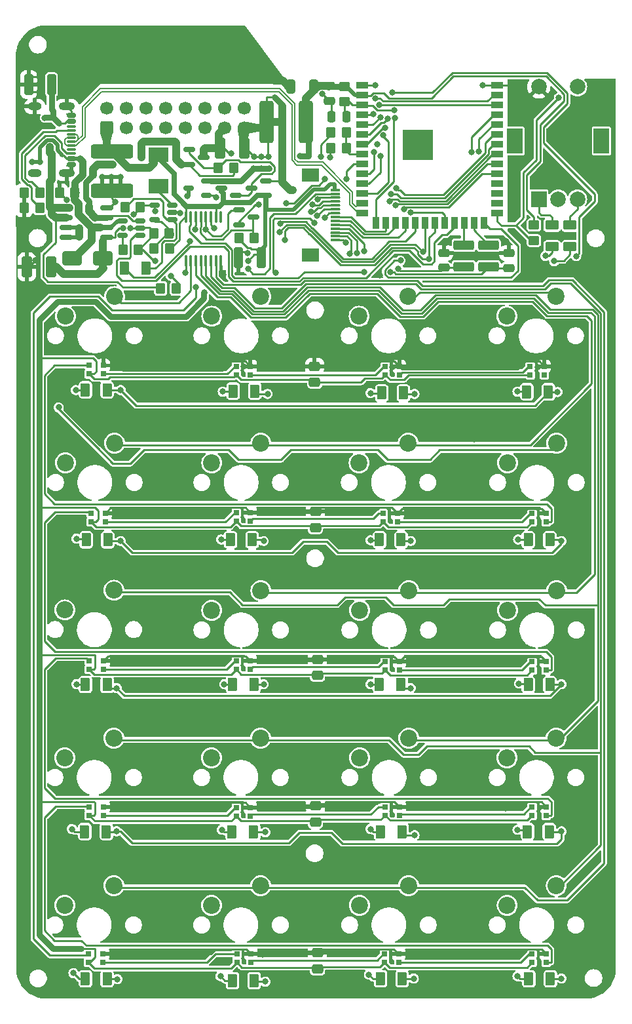
<source format=gbr>
%TF.GenerationSoftware,KiCad,Pcbnew,8.0.8-8.0.8-0~ubuntu22.04.1*%
%TF.CreationDate,2025-02-03T23:53:40+00:00*%
%TF.ProjectId,numcalcium,6e756d63-616c-4636-9975-6d2e6b696361,rev?*%
%TF.SameCoordinates,Original*%
%TF.FileFunction,Copper,L1,Top*%
%TF.FilePolarity,Positive*%
%FSLAX46Y46*%
G04 Gerber Fmt 4.6, Leading zero omitted, Abs format (unit mm)*
G04 Created by KiCad (PCBNEW 8.0.8-8.0.8-0~ubuntu22.04.1) date 2025-02-03 23:53:40*
%MOMM*%
%LPD*%
G01*
G04 APERTURE LIST*
G04 Aperture macros list*
%AMRoundRect*
0 Rectangle with rounded corners*
0 $1 Rounding radius*
0 $2 $3 $4 $5 $6 $7 $8 $9 X,Y pos of 4 corners*
0 Add a 4 corners polygon primitive as box body*
4,1,4,$2,$3,$4,$5,$6,$7,$8,$9,$2,$3,0*
0 Add four circle primitives for the rounded corners*
1,1,$1+$1,$2,$3*
1,1,$1+$1,$4,$5*
1,1,$1+$1,$6,$7*
1,1,$1+$1,$8,$9*
0 Add four rect primitives between the rounded corners*
20,1,$1+$1,$2,$3,$4,$5,0*
20,1,$1+$1,$4,$5,$6,$7,0*
20,1,$1+$1,$6,$7,$8,$9,0*
20,1,$1+$1,$8,$9,$2,$3,0*%
G04 Aperture macros list end*
%TA.AperFunction,ComponentPad*%
%ADD10RoundRect,0.250000X0.600000X-0.600000X0.600000X0.600000X-0.600000X0.600000X-0.600000X-0.600000X0*%
%TD*%
%TA.AperFunction,ComponentPad*%
%ADD11C,1.700000*%
%TD*%
%TA.AperFunction,ComponentPad*%
%ADD12R,2.000000X2.000000*%
%TD*%
%TA.AperFunction,ComponentPad*%
%ADD13C,2.000000*%
%TD*%
%TA.AperFunction,ComponentPad*%
%ADD14R,2.000000X3.200000*%
%TD*%
%TA.AperFunction,ComponentPad*%
%ADD15C,2.200000*%
%TD*%
%TA.AperFunction,SMDPad,CuDef*%
%ADD16R,0.700000X0.700000*%
%TD*%
%TA.AperFunction,SMDPad,CuDef*%
%ADD17RoundRect,0.150000X0.512500X0.150000X-0.512500X0.150000X-0.512500X-0.150000X0.512500X-0.150000X0*%
%TD*%
%TA.AperFunction,SMDPad,CuDef*%
%ADD18RoundRect,0.250000X0.375000X0.625000X-0.375000X0.625000X-0.375000X-0.625000X0.375000X-0.625000X0*%
%TD*%
%TA.AperFunction,SMDPad,CuDef*%
%ADD19RoundRect,0.250000X-0.350000X-0.450000X0.350000X-0.450000X0.350000X0.450000X-0.350000X0.450000X0*%
%TD*%
%TA.AperFunction,SMDPad,CuDef*%
%ADD20RoundRect,0.100000X0.100000X-0.637500X0.100000X0.637500X-0.100000X0.637500X-0.100000X-0.637500X0*%
%TD*%
%TA.AperFunction,SMDPad,CuDef*%
%ADD21RoundRect,0.250000X0.650000X2.450000X-0.650000X2.450000X-0.650000X-2.450000X0.650000X-2.450000X0*%
%TD*%
%TA.AperFunction,SMDPad,CuDef*%
%ADD22RoundRect,0.250000X0.350000X0.450000X-0.350000X0.450000X-0.350000X-0.450000X0.350000X-0.450000X0*%
%TD*%
%TA.AperFunction,SMDPad,CuDef*%
%ADD23RoundRect,0.250000X0.475000X-0.337500X0.475000X0.337500X-0.475000X0.337500X-0.475000X-0.337500X0*%
%TD*%
%TA.AperFunction,SMDPad,CuDef*%
%ADD24RoundRect,0.250000X0.412500X1.100000X-0.412500X1.100000X-0.412500X-1.100000X0.412500X-1.100000X0*%
%TD*%
%TA.AperFunction,SMDPad,CuDef*%
%ADD25RoundRect,0.250000X-0.475000X0.250000X-0.475000X-0.250000X0.475000X-0.250000X0.475000X0.250000X0*%
%TD*%
%TA.AperFunction,SMDPad,CuDef*%
%ADD26RoundRect,0.150000X0.587500X0.150000X-0.587500X0.150000X-0.587500X-0.150000X0.587500X-0.150000X0*%
%TD*%
%TA.AperFunction,SMDPad,CuDef*%
%ADD27RoundRect,0.250000X0.625000X-0.375000X0.625000X0.375000X-0.625000X0.375000X-0.625000X-0.375000X0*%
%TD*%
%TA.AperFunction,SMDPad,CuDef*%
%ADD28RoundRect,0.250000X-0.375000X-0.625000X0.375000X-0.625000X0.375000X0.625000X-0.375000X0.625000X0*%
%TD*%
%TA.AperFunction,SMDPad,CuDef*%
%ADD29RoundRect,0.250000X0.325000X0.650000X-0.325000X0.650000X-0.325000X-0.650000X0.325000X-0.650000X0*%
%TD*%
%TA.AperFunction,SMDPad,CuDef*%
%ADD30RoundRect,0.150000X-0.587500X-0.150000X0.587500X-0.150000X0.587500X0.150000X-0.587500X0.150000X0*%
%TD*%
%TA.AperFunction,SMDPad,CuDef*%
%ADD31RoundRect,0.150000X-0.425000X0.150000X-0.425000X-0.150000X0.425000X-0.150000X0.425000X0.150000X0*%
%TD*%
%TA.AperFunction,SMDPad,CuDef*%
%ADD32RoundRect,0.075000X-0.500000X0.075000X-0.500000X-0.075000X0.500000X-0.075000X0.500000X0.075000X0*%
%TD*%
%TA.AperFunction,ComponentPad*%
%ADD33O,2.100000X1.000000*%
%TD*%
%TA.AperFunction,ComponentPad*%
%ADD34O,1.800000X1.000000*%
%TD*%
%TA.AperFunction,SMDPad,CuDef*%
%ADD35R,2.500000X1.900000*%
%TD*%
%TA.AperFunction,SMDPad,CuDef*%
%ADD36R,1.500000X0.900000*%
%TD*%
%TA.AperFunction,SMDPad,CuDef*%
%ADD37R,0.900000X1.500000*%
%TD*%
%TA.AperFunction,HeatsinkPad*%
%ADD38C,0.600000*%
%TD*%
%TA.AperFunction,SMDPad,CuDef*%
%ADD39R,3.900000X3.900000*%
%TD*%
%TA.AperFunction,SMDPad,CuDef*%
%ADD40RoundRect,0.250000X1.000000X0.650000X-1.000000X0.650000X-1.000000X-0.650000X1.000000X-0.650000X0*%
%TD*%
%TA.AperFunction,SMDPad,CuDef*%
%ADD41RoundRect,0.250000X1.075000X-0.375000X1.075000X0.375000X-1.075000X0.375000X-1.075000X-0.375000X0*%
%TD*%
%TA.AperFunction,SMDPad,CuDef*%
%ADD42RoundRect,0.250000X0.325000X1.100000X-0.325000X1.100000X-0.325000X-1.100000X0.325000X-1.100000X0*%
%TD*%
%TA.AperFunction,SMDPad,CuDef*%
%ADD43RoundRect,0.250000X-0.412500X-1.100000X0.412500X-1.100000X0.412500X1.100000X-0.412500X1.100000X0*%
%TD*%
%TA.AperFunction,SMDPad,CuDef*%
%ADD44RoundRect,0.250000X-0.450000X0.350000X-0.450000X-0.350000X0.450000X-0.350000X0.450000X0.350000X0*%
%TD*%
%TA.AperFunction,SMDPad,CuDef*%
%ADD45RoundRect,0.250000X-2.450000X0.650000X-2.450000X-0.650000X2.450000X-0.650000X2.450000X0.650000X0*%
%TD*%
%TA.AperFunction,SMDPad,CuDef*%
%ADD46RoundRect,0.150000X0.675000X0.150000X-0.675000X0.150000X-0.675000X-0.150000X0.675000X-0.150000X0*%
%TD*%
%TA.AperFunction,SMDPad,CuDef*%
%ADD47RoundRect,0.250000X-1.075000X0.375000X-1.075000X-0.375000X1.075000X-0.375000X1.075000X0.375000X0*%
%TD*%
%TA.AperFunction,SMDPad,CuDef*%
%ADD48RoundRect,0.250000X0.250000X0.475000X-0.250000X0.475000X-0.250000X-0.475000X0.250000X-0.475000X0*%
%TD*%
%TA.AperFunction,SMDPad,CuDef*%
%ADD49R,1.300000X0.300000*%
%TD*%
%TA.AperFunction,SMDPad,CuDef*%
%ADD50R,2.200000X1.800000*%
%TD*%
%TA.AperFunction,ViaPad*%
%ADD51C,0.800000*%
%TD*%
%TA.AperFunction,Conductor*%
%ADD52C,0.200000*%
%TD*%
%TA.AperFunction,Conductor*%
%ADD53C,0.500000*%
%TD*%
%TA.AperFunction,Conductor*%
%ADD54C,1.000000*%
%TD*%
%TA.AperFunction,Conductor*%
%ADD55C,0.250000*%
%TD*%
%TA.AperFunction,Conductor*%
%ADD56C,0.660000*%
%TD*%
%TA.AperFunction,Conductor*%
%ADD57C,0.750000*%
%TD*%
%TA.AperFunction,Conductor*%
%ADD58C,0.900000*%
%TD*%
G04 APERTURE END LIST*
D10*
%TO.P,J7,1,Pin_1*%
%TO.N,VDD*%
X11192000Y-4520843D03*
D11*
%TO.P,J7,2,Pin_2*%
%TO.N,Net-(J7-Pin_2)*%
X11192000Y-1980843D03*
%TO.P,J7,3,Pin_3*%
%TO.N,GND*%
X13732000Y-4520843D03*
%TO.P,J7,4,Pin_4*%
%TO.N,Net-(J7-Pin_4)*%
X13732000Y-1980843D03*
%TO.P,J7,5,Pin_5*%
%TO.N,RX0*%
X16272000Y-4520843D03*
%TO.P,J7,6,Pin_6*%
%TO.N,Net-(J7-Pin_6)*%
X16272000Y-1980843D03*
%TO.P,J7,7,Pin_7*%
%TO.N,TX0*%
X18812000Y-4520843D03*
%TO.P,J7,8,Pin_8*%
%TO.N,Net-(J7-Pin_8)*%
X18812000Y-1980843D03*
%TO.P,J7,9,Pin_9*%
%TO.N,RX1*%
X21352000Y-4520843D03*
%TO.P,J7,10,Pin_10*%
%TO.N,Net-(J7-Pin_10)*%
X21352000Y-1980843D03*
%TO.P,J7,11,Pin_11*%
%TO.N,TX1*%
X23892000Y-4520843D03*
%TO.P,J7,12,Pin_12*%
%TO.N,Net-(J7-Pin_12)*%
X23892000Y-1980843D03*
%TO.P,J7,13,Pin_13*%
%TO.N,VBAT*%
X26432000Y-4520843D03*
%TO.P,J7,14,Pin_14*%
%TO.N,Net-(J7-Pin_14)*%
X26432000Y-1980843D03*
%TO.P,J7,15,Pin_15*%
%TO.N,GND*%
X28972000Y-4520843D03*
%TO.P,J7,16,Pin_16*%
%TO.N,Net-(J7-Pin_16)*%
X28972000Y-1980843D03*
%TD*%
D12*
%TO.P,SW21,A,A*%
%TO.N,Net-(D22-A)*%
X67071603Y-13716567D03*
D13*
%TO.P,SW21,B,B*%
%TO.N,Net-(D23-A)*%
X72071603Y-13716567D03*
%TO.P,SW21,C,C*%
%TO.N,Net-(U3-QA)*%
X69571603Y-13716567D03*
D14*
%TO.P,SW21,MP*%
%TO.N,N/C*%
X63971603Y-6216567D03*
X75171603Y-6216567D03*
D13*
%TO.P,SW21,S1,S1*%
%TO.N,#B_OK*%
X72071603Y783433D03*
%TO.P,SW21,S2,S2*%
%TO.N,GND*%
X67071603Y783433D03*
%TD*%
D15*
%TO.P,SW11,1,1*%
%TO.N,Net-(U3-QE)*%
X50270000Y-64283000D03*
%TO.P,SW11,2,2*%
%TO.N,Net-(D11-A)*%
X43920000Y-66823000D03*
%TD*%
%TO.P,SW13,1,1*%
%TO.N,Net-(U3-QD)*%
X12215000Y-45234000D03*
%TO.P,SW13,2,2*%
%TO.N,Net-(D13-A)*%
X5865000Y-47774000D03*
%TD*%
%TO.P,SW9,1,1*%
%TO.N,Net-(U3-QF)*%
X12155000Y-64249000D03*
%TO.P,SW9,2,2*%
%TO.N,Net-(D9-A)*%
X5805000Y-66789000D03*
%TD*%
%TO.P,SW8,1,1*%
%TO.N,Net-(U3-QF)*%
X69320000Y-83333000D03*
%TO.P,SW8,2,2*%
%TO.N,Net-(D8-A)*%
X62970000Y-85873000D03*
%TD*%
%TO.P,SW4,2,2*%
%TO.N,Net-(D4-A)*%
X62982000Y-104924000D03*
%TO.P,SW4,1,1*%
%TO.N,Net-(U3-QG)*%
X69332000Y-102384000D03*
%TD*%
%TO.P,SW15,1,1*%
%TO.N,Net-(U3-QD)*%
X50188000Y-45234000D03*
%TO.P,SW15,2,2*%
%TO.N,Net-(D15-A)*%
X43838000Y-47774000D03*
%TD*%
%TO.P,SW16,1,1*%
%TO.N,Net-(U3-QC)*%
X69365000Y-45234000D03*
%TO.P,SW16,2,2*%
%TO.N,Net-(D16-A)*%
X63015000Y-47774000D03*
%TD*%
%TO.P,SW18,1,1*%
%TO.N,Net-(U3-QC)*%
X31138000Y-26311000D03*
%TO.P,SW18,2,2*%
%TO.N,Net-(D18-A)*%
X24788000Y-28851000D03*
%TD*%
%TO.P,SW19,1,1*%
%TO.N,Net-(U3-QB)*%
X50188000Y-26311000D03*
%TO.P,SW19,2,2*%
%TO.N,Net-(D19-A)*%
X43838000Y-28851000D03*
%TD*%
%TO.P,SW1,2,2*%
%TO.N,Net-(D1-A)*%
X5778000Y-104924000D03*
%TO.P,SW1,1,1*%
%TO.N,Net-(U3-QH)*%
X12128000Y-102384000D03*
%TD*%
%TO.P,SW7,1,1*%
%TO.N,Net-(U3-QF)*%
X50270000Y-83333000D03*
%TO.P,SW7,2,2*%
%TO.N,Net-(D7-A)*%
X43920000Y-85873000D03*
%TD*%
%TO.P,SW10,1,1*%
%TO.N,Net-(U3-QE)*%
X31138000Y-64283000D03*
%TO.P,SW10,2,2*%
%TO.N,Net-(D10-A)*%
X24788000Y-66823000D03*
%TD*%
%TO.P,SW3,2,2*%
%TO.N,Net-(D3-A)*%
X43878000Y-104924000D03*
%TO.P,SW3,1,1*%
%TO.N,Net-(U3-QH)*%
X50228000Y-102384000D03*
%TD*%
%TO.P,SW12,1,1*%
%TO.N,Net-(U3-QE)*%
X69365000Y-64284000D03*
%TO.P,SW12,2,2*%
%TO.N,Net-(D12-A)*%
X63015000Y-66824000D03*
%TD*%
%TO.P,SW14,1,1*%
%TO.N,Net-(U3-QD)*%
X31138000Y-45234000D03*
%TO.P,SW14,2,2*%
%TO.N,Net-(D14-A)*%
X24788000Y-47774000D03*
%TD*%
%TO.P,SW6,1,1*%
%TO.N,Net-(U3-QG)*%
X31093000Y-83333000D03*
%TO.P,SW6,2,2*%
%TO.N,Net-(D6-A)*%
X24743000Y-85873000D03*
%TD*%
%TO.P,SW2,2,2*%
%TO.N,Net-(D2-A)*%
X24755000Y-104924000D03*
%TO.P,SW2,1,1*%
%TO.N,Net-(U3-QH)*%
X31105000Y-102384000D03*
%TD*%
%TO.P,SW17,1,1*%
%TO.N,Net-(U3-QC)*%
X12215000Y-26311000D03*
%TO.P,SW17,2,2*%
%TO.N,Net-(D17-A)*%
X5865000Y-28851000D03*
%TD*%
%TO.P,SW20,1,1*%
%TO.N,Net-(U3-QB)*%
X69278000Y-26311000D03*
%TO.P,SW20,2,2*%
%TO.N,Net-(D20-A)*%
X62928000Y-28851000D03*
%TD*%
%TO.P,SW5,1,1*%
%TO.N,Net-(U3-QG)*%
X12128000Y-83334000D03*
%TO.P,SW5,2,2*%
%TO.N,Net-(D5-A)*%
X5778000Y-85874000D03*
%TD*%
D16*
%TO.P,D38,4,VDD*%
%TO.N,VDD*%
X27952879Y-36410843D03*
%TO.P,D38,3,DIN*%
%TO.N,Net-(D43-DOUT)*%
X27952879Y-35310843D03*
%TO.P,D38,2,VSS*%
%TO.N,GND*%
X29782879Y-35310843D03*
%TO.P,D38,1,DOUT*%
%TO.N,Net-(D44-DOUT)*%
X29782879Y-36410843D03*
%TD*%
D17*
%TO.P,U1,1,~{CHRG}*%
%TO.N,CHARGE_STATE*%
X15501379Y-18430843D03*
%TO.P,U1,2,GND*%
%TO.N,GND*%
X15501379Y-17480843D03*
%TO.P,U1,3,BAT*%
%TO.N,Net-(Q1-S)*%
X15501379Y-16530843D03*
%TO.P,U1,4,V_{CC}*%
%TO.N,VBUS*%
X13226379Y-16530843D03*
%TO.P,U1,5,PROG*%
%TO.N,Net-(U1-PROG)*%
X13226379Y-18430843D03*
%TD*%
D18*
%TO.P,D1,1,K*%
%TO.N,IO_CK*%
X11265879Y-114416843D03*
%TO.P,D1,2,A*%
%TO.N,Net-(D1-A)*%
X8465879Y-114416843D03*
%TD*%
D19*
%TO.P,R10,1*%
%TO.N,VDD*%
X28292000Y-18764000D03*
%TO.P,R10,2*%
%TO.N,Net-(Q6-D)*%
X30292000Y-18764000D03*
%TD*%
D20*
%TO.P,U3,16,VCC*%
%TO.N,VDD*%
X21432879Y-16018343D03*
%TO.P,U3,15,QA*%
%TO.N,Net-(U3-QA)*%
X22082879Y-16018343D03*
%TO.P,U3,14,SER*%
%TO.N,IO_D*%
X22732879Y-16018343D03*
%TO.P,U3,13,~{OE}*%
%TO.N,Net-(Q6-D)*%
X23382879Y-16018343D03*
%TO.P,U3,12,RCLK*%
%TO.N,IO_OE*%
X24032879Y-16018343D03*
%TO.P,U3,11,SRCLK*%
%TO.N,IO_CK*%
X24682879Y-16018343D03*
%TO.P,U3,10,~{SRCLR}*%
%TO.N,VDD*%
X25332879Y-16018343D03*
%TO.P,U3,9,QH'*%
%TO.N,unconnected-(U3-QH'-Pad9)*%
X25982879Y-16018343D03*
%TO.P,U3,8,GND*%
%TO.N,GND*%
X25982879Y-21743343D03*
%TO.P,U3,7,QH*%
%TO.N,Net-(U3-QH)*%
X25332879Y-21743343D03*
%TO.P,U3,6,QG*%
%TO.N,Net-(U3-QG)*%
X24682879Y-21743343D03*
%TO.P,U3,5,QF*%
%TO.N,Net-(U3-QF)*%
X24032879Y-21743343D03*
%TO.P,U3,4,QE*%
%TO.N,Net-(U3-QE)*%
X23382879Y-21743343D03*
%TO.P,U3,3,QD*%
%TO.N,Net-(U3-QD)*%
X22732879Y-21743343D03*
%TO.P,U3,2,QC*%
%TO.N,Net-(U3-QC)*%
X22082879Y-21743343D03*
%TO.P,U3,1,QB*%
%TO.N,Net-(U3-QB)*%
X21432879Y-21743343D03*
%TD*%
D21*
%TO.P,C6,1*%
%TO.N,VDD_AON*%
X36947479Y-3788043D03*
%TO.P,C6,2*%
%TO.N,GND*%
X31847479Y-3788043D03*
%TD*%
D22*
%TO.P,R17,1*%
%TO.N,Net-(J6-CC1)*%
X2555879Y-14862443D03*
%TO.P,R17,2*%
%TO.N,GND*%
X555879Y-14862443D03*
%TD*%
D23*
%TO.P,C17,1*%
%TO.N,VDD*%
X38457879Y-75238343D03*
%TO.P,C17,2*%
%TO.N,GND*%
X38457879Y-73163343D03*
%TD*%
D19*
%TO.P,R5,1*%
%TO.N,VBAT*%
X40215879Y-7116843D03*
%TO.P,R5,2*%
%TO.N,Net-(U4-IO15)*%
X42215879Y-7116843D03*
%TD*%
D18*
%TO.P,D4,1,K*%
%TO.N,IO_CK*%
X68565879Y-114416843D03*
%TO.P,D4,2,A*%
%TO.N,Net-(D4-A)*%
X65765879Y-114416843D03*
%TD*%
%TO.P,D20,1,K*%
%TO.N,IO_D*%
X68315879Y-38616843D03*
%TO.P,D20,2,A*%
%TO.N,Net-(D20-A)*%
X65515879Y-38616843D03*
%TD*%
%TO.P,D5,1,K*%
%TO.N,IO_D*%
X11165879Y-95416843D03*
%TO.P,D5,2,A*%
%TO.N,Net-(D5-A)*%
X8365879Y-95416843D03*
%TD*%
D16*
%TO.P,D36,4,VDD*%
%TO.N,VDD*%
X66202879Y-55410843D03*
%TO.P,D36,3,DIN*%
%TO.N,Net-(D41-DOUT)*%
X66202879Y-54310843D03*
%TO.P,D36,2,VSS*%
%TO.N,GND*%
X68032879Y-54310843D03*
%TO.P,D36,1,DOUT*%
%TO.N,Net-(D42-DOUT)*%
X68032879Y-55410843D03*
%TD*%
D18*
%TO.P,D9,1,K*%
%TO.N,IO_T*%
X11265879Y-76416843D03*
%TO.P,D9,2,A*%
%TO.N,Net-(D9-A)*%
X8465879Y-76416843D03*
%TD*%
D24*
%TO.P,C22,2*%
%TO.N,GND*%
X890879Y-22480843D03*
%TO.P,C22,1*%
%TO.N,Net-(D47-K)*%
X4015879Y-22480843D03*
%TD*%
D18*
%TO.P,D12,1,K*%
%TO.N,IO_T*%
X68515879Y-76416843D03*
%TO.P,D12,2,A*%
%TO.N,Net-(D12-A)*%
X65715879Y-76416843D03*
%TD*%
%TO.P,D18,1,K*%
%TO.N,IO_T*%
X30365879Y-38516843D03*
%TO.P,D18,2,A*%
%TO.N,Net-(D18-A)*%
X27565879Y-38516843D03*
%TD*%
D25*
%TO.P,C8,1*%
%TO.N,VDD_AON*%
X39995479Y870357D03*
%TO.P,C8,2*%
%TO.N,GND*%
X39995479Y-1029643D03*
%TD*%
D26*
%TO.P,Q3,1,G*%
%TO.N,Net-(Q1-G)*%
X27929500Y-13264000D03*
%TO.P,Q3,2,S*%
%TO.N,VDD_AON*%
X27929500Y-11364000D03*
%TO.P,Q3,3,D*%
%TO.N,VDD*%
X26054500Y-12314000D03*
%TD*%
D16*
%TO.P,D40,4,VDD*%
%TO.N,VDD*%
X65952879Y-36410843D03*
%TO.P,D40,3,DIN*%
%TO.N,Net-(D45-DOUT)*%
X65952879Y-35310843D03*
%TO.P,D40,2,VSS*%
%TO.N,GND*%
X67782879Y-35310843D03*
%TO.P,D40,1,DOUT*%
%TO.N,/Main/lighting/DOUT*%
X67782879Y-36410843D03*
%TD*%
D27*
%TO.P,D46,1,K*%
%TO.N,IO_D*%
X71107879Y-19880843D03*
%TO.P,D46,2,A*%
%TO.N,Net-(D23-A)*%
X71107879Y-17080843D03*
%TD*%
D28*
%TO.P,D44,1,K*%
%TO.N,#LOW_POWER_REQ*%
X13507879Y-22680843D03*
%TO.P,D44,2,A*%
%TO.N,Net-(D28-A)*%
X16307879Y-22680843D03*
%TD*%
D18*
%TO.P,D10,1,K*%
%TO.N,IO_CK*%
X30265879Y-76416843D03*
%TO.P,D10,2,A*%
%TO.N,Net-(D10-A)*%
X27465879Y-76416843D03*
%TD*%
D16*
%TO.P,D39,4,VDD*%
%TO.N,VDD*%
X47202879Y-36410843D03*
%TO.P,D39,3,DIN*%
%TO.N,Net-(D44-DOUT)*%
X47202879Y-35310843D03*
%TO.P,D39,2,VSS*%
%TO.N,GND*%
X49032879Y-35310843D03*
%TO.P,D39,1,DOUT*%
%TO.N,Net-(D45-DOUT)*%
X49032879Y-36410843D03*
%TD*%
D23*
%TO.P,C18,1*%
%TO.N,VDD*%
X38192000Y-94180843D03*
%TO.P,C18,2*%
%TO.N,GND*%
X38192000Y-92105843D03*
%TD*%
%TO.P,C14,1*%
%TO.N,VDD*%
X38092000Y-37385843D03*
%TO.P,C14,2*%
%TO.N,GND*%
X38092000Y-35310843D03*
%TD*%
D29*
%TO.P,C7,1*%
%TO.N,VDD_AON*%
X37967000Y836000D03*
%TO.P,C7,2*%
%TO.N,GND*%
X35017000Y836000D03*
%TD*%
D30*
%TO.P,Q1,1,G*%
%TO.N,Net-(Q1-G)*%
X21854500Y-7351500D03*
%TO.P,Q1,2,S*%
%TO.N,Net-(Q1-S)*%
X21854500Y-9251500D03*
%TO.P,Q1,3,D*%
%TO.N,VBAT*%
X23729500Y-8301500D03*
%TD*%
D31*
%TO.P,J6,A1,GND*%
%TO.N,GND*%
X6662879Y-2880843D03*
%TO.P,J6,A4,VBUS*%
%TO.N,VBUS*%
X6662879Y-3680843D03*
D32*
%TO.P,J6,A5,CC1*%
%TO.N,Net-(J6-CC1)*%
X6662879Y-4830843D03*
%TO.P,J6,A6,D+*%
%TO.N,USB+*%
X6662879Y-5830843D03*
%TO.P,J6,A7,D-*%
%TO.N,USB-*%
X6662879Y-6330843D03*
%TO.P,J6,A8,SBU1*%
%TO.N,unconnected-(J6-SBU1-PadA8)*%
X6662879Y-7330843D03*
D31*
%TO.P,J6,A9,VBUS*%
%TO.N,VBUS*%
X6662879Y-8480843D03*
%TO.P,J6,A12,GND*%
%TO.N,GND*%
X6662879Y-9280843D03*
%TO.P,J6,B1,GND*%
X6662879Y-9280843D03*
%TO.P,J6,B4,VBUS*%
%TO.N,VBUS*%
X6662879Y-8480843D03*
D32*
%TO.P,J6,B5,CC2*%
%TO.N,Net-(J6-CC2)*%
X6662879Y-7830843D03*
%TO.P,J6,B6,D+*%
%TO.N,USB+*%
X6662879Y-6830843D03*
%TO.P,J6,B7,D-*%
%TO.N,USB-*%
X6662879Y-5330843D03*
%TO.P,J6,B8,SBU2*%
%TO.N,unconnected-(J6-SBU2-PadB8)*%
X6662879Y-4330843D03*
D31*
%TO.P,J6,B9,VBUS*%
%TO.N,VBUS*%
X6662879Y-3680843D03*
%TO.P,J6,B12,GND*%
%TO.N,GND*%
X6662879Y-2880843D03*
D33*
%TO.P,J6,S1,SHIELD*%
X6087879Y-1760843D03*
D34*
X1907879Y-1760843D03*
D33*
X6087879Y-10400843D03*
D34*
X1907879Y-10400843D03*
%TD*%
D35*
%TO.P,L1,1,1*%
%TO.N,Net-(U2-LX)*%
X17907879Y-12080843D03*
%TO.P,L1,2,2*%
%TO.N,VDD*%
X17907879Y-7980843D03*
%TD*%
D18*
%TO.P,D16,1,K*%
%TO.N,IO_CK*%
X68515879Y-57716843D03*
%TO.P,D16,2,A*%
%TO.N,Net-(D16-A)*%
X65715879Y-57716843D03*
%TD*%
D36*
%TO.P,U4,1,GND*%
%TO.N,GND*%
X44217668Y957277D03*
%TO.P,U4,2,3V3*%
%TO.N,VDD_AON*%
X44217668Y-312723D03*
%TO.P,U4,3,EN*%
%TO.N,RST*%
X44217668Y-1582723D03*
%TO.P,U4,4,IO4*%
%TO.N,Net-(J7-Pin_8)*%
X44217668Y-2852723D03*
%TO.P,U4,5,IO5*%
%TO.N,Net-(J7-Pin_10)*%
X44217668Y-4122723D03*
%TO.P,U4,6,IO6*%
%TO.N,Net-(J7-Pin_12)*%
X44217668Y-5392723D03*
%TO.P,U4,7,IO7*%
%TO.N,Net-(J7-Pin_14)*%
X44217668Y-6662723D03*
%TO.P,U4,8,IO15*%
%TO.N,Net-(U4-IO15)*%
X44217668Y-7932723D03*
%TO.P,U4,9,IO16*%
%TO.N,#LOW_POWER_REQ*%
X44217668Y-9202723D03*
%TO.P,U4,10,IO17*%
%TO.N,TX1*%
X44217668Y-10472723D03*
%TO.P,U4,11,IO18*%
%TO.N,RX1*%
X44217668Y-11742723D03*
%TO.P,U4,12,IO8*%
%TO.N,Net-(J7-Pin_16)*%
X44217668Y-13012723D03*
%TO.P,U4,13,USB_D-*%
%TO.N,USB-*%
X44217668Y-14282723D03*
%TO.P,U4,14,USB_D+*%
%TO.N,USB+*%
X44217668Y-15552723D03*
D37*
%TO.P,U4,15,IO3*%
%TO.N,Net-(J7-Pin_6)*%
X45982668Y-16802723D03*
%TO.P,U4,16,IO46*%
%TO.N,/Main/LCD_DC*%
X47252668Y-16802723D03*
%TO.P,U4,17,IO9*%
%TO.N,/Main/LCD_LED*%
X48522668Y-16802723D03*
%TO.P,U4,18,IO10*%
%TO.N,/Main/BUZ_DRIVE*%
X49792668Y-16802723D03*
%TO.P,U4,19,IO11*%
%TO.N,IO_OE*%
X51062668Y-16802723D03*
%TO.P,U4,20,IO12*%
%TO.N,IO_CK*%
X52332668Y-16802723D03*
%TO.P,U4,21,IO13*%
%TO.N,IO_D*%
X53602668Y-16802723D03*
%TO.P,U4,22,IO14*%
%TO.N,IO_T*%
X54872668Y-16802723D03*
%TO.P,U4,23,IO21*%
%TO.N,CHARGE_STATE*%
X56142668Y-16802723D03*
%TO.P,U4,24,IO47*%
%TO.N,Net-(U4-IO47)*%
X57412668Y-16802723D03*
%TO.P,U4,25,IO48*%
%TO.N,Net-(U4-IO48)*%
X58682668Y-16802723D03*
%TO.P,U4,26,IO45*%
%TO.N,/Main/STATUS_LED*%
X59952668Y-16802723D03*
D36*
%TO.P,U4,27,IO0*%
%TO.N,#B_OK*%
X61717668Y-15552723D03*
%TO.P,U4,28,IO35*%
%TO.N,unconnected-(U4-IO35-Pad28)*%
X61717668Y-14282723D03*
%TO.P,U4,29,IO36*%
%TO.N,unconnected-(U4-IO36-Pad29)*%
X61717668Y-13012723D03*
%TO.P,U4,30,IO37*%
%TO.N,unconnected-(U4-IO37-Pad30)*%
X61717668Y-11742723D03*
%TO.P,U4,31,IO38*%
%TO.N,/Main/SD_CS*%
X61717668Y-10472723D03*
%TO.P,U4,32,IO39*%
%TO.N,/Main/CK*%
X61717668Y-9202723D03*
%TO.P,U4,33,IO40*%
%TO.N,/Main/MOSI*%
X61717668Y-7932723D03*
%TO.P,U4,34,IO41*%
%TO.N,/Main/MISO*%
X61717668Y-6662723D03*
%TO.P,U4,35,IO42*%
%TO.N,/Main/LCD_CS*%
X61717668Y-5392723D03*
%TO.P,U4,36,RXD0*%
%TO.N,RX0*%
X61717668Y-4122723D03*
%TO.P,U4,37,TXD0*%
%TO.N,TX0*%
X61717668Y-2852723D03*
%TO.P,U4,38,IO2*%
%TO.N,Net-(J7-Pin_4)*%
X61717668Y-1582723D03*
%TO.P,U4,39,IO1*%
%TO.N,Net-(J7-Pin_2)*%
X61717668Y-312723D03*
%TO.P,U4,40,GND*%
%TO.N,GND*%
X61717668Y957277D03*
D38*
%TO.P,U4,41,GND*%
X50067668Y-6062723D03*
X50067668Y-7462723D03*
X50767668Y-5362723D03*
X50767668Y-6762723D03*
X50767668Y-8162723D03*
X51467668Y-6062723D03*
D39*
X51467668Y-6762723D03*
D38*
X51467668Y-7462723D03*
X52167668Y-5362723D03*
X52167668Y-6762723D03*
X52167668Y-8162723D03*
X52867668Y-6062723D03*
X52867668Y-7462723D03*
%TD*%
D18*
%TO.P,D6,1,K*%
%TO.N,IO_T*%
X30215879Y-95480843D03*
%TO.P,D6,2,A*%
%TO.N,Net-(D6-A)*%
X27415879Y-95480843D03*
%TD*%
D40*
%TO.P,D43,1,K*%
%TO.N,Net-(D47-K)*%
X10707879Y-21380843D03*
%TO.P,D43,2,A*%
%TO.N,VBUS*%
X6707879Y-21380843D03*
%TD*%
D16*
%TO.P,D30,4,VDD*%
%TO.N,VDD*%
X27957879Y-74468343D03*
%TO.P,D30,3,DIN*%
%TO.N,Net-(D35-DOUT)*%
X27957879Y-73368343D03*
%TO.P,D30,2,VSS*%
%TO.N,GND*%
X29787879Y-73368343D03*
%TO.P,D30,1,DOUT*%
%TO.N,Net-(D36-DOUT)*%
X29787879Y-74468343D03*
%TD*%
D22*
%TO.P,R16,1*%
%TO.N,Net-(J6-CC2)*%
X2555879Y-12887923D03*
%TO.P,R16,2*%
%TO.N,GND*%
X555879Y-12887923D03*
%TD*%
D18*
%TO.P,D11,1,K*%
%TO.N,IO_D*%
X49265879Y-76416843D03*
%TO.P,D11,2,A*%
%TO.N,Net-(D11-A)*%
X46465879Y-76416843D03*
%TD*%
D22*
%TO.P,R8,1*%
%TO.N,VDD*%
X19336779Y-20108843D03*
%TO.P,R8,2*%
%TO.N,Net-(U2-FB)*%
X17336779Y-20108843D03*
%TD*%
D41*
%TO.P,L2,1,1*%
%TO.N,/Main/AUD_L*%
X57392000Y-22464000D03*
%TO.P,L2,2,2*%
%TO.N,Net-(U4-IO47)*%
X57392000Y-19664000D03*
%TD*%
D18*
%TO.P,D13,1,K*%
%TO.N,IO_CK*%
X11365879Y-57716843D03*
%TO.P,D13,2,A*%
%TO.N,Net-(D13-A)*%
X8565879Y-57716843D03*
%TD*%
D42*
%TO.P,C1,2*%
%TO.N,GND*%
X1131679Y1088757D03*
%TO.P,C1,1*%
%TO.N,VBUS*%
X4081679Y1088757D03*
%TD*%
D30*
%TO.P,Q6,1,G*%
%TO.N,IO_OE*%
X28317000Y-15114000D03*
%TO.P,Q6,2,S*%
%TO.N,GND*%
X28317000Y-17014000D03*
%TO.P,Q6,3,D*%
%TO.N,Net-(Q6-D)*%
X30192000Y-16064000D03*
%TD*%
D43*
%TO.P,C3,1*%
%TO.N,VBAT*%
X25867000Y-7114000D03*
%TO.P,C3,2*%
%TO.N,GND*%
X28992000Y-7114000D03*
%TD*%
D16*
%TO.P,D34,4,VDD*%
%TO.N,VDD*%
X27952879Y-55310843D03*
%TO.P,D34,3,DIN*%
%TO.N,Net-(D39-DOUT)*%
X27952879Y-54210843D03*
%TO.P,D34,2,VSS*%
%TO.N,GND*%
X29782879Y-54210843D03*
%TO.P,D34,1,DOUT*%
%TO.N,Net-(D40-DOUT)*%
X29782879Y-55310843D03*
%TD*%
D44*
%TO.P,R12,1*%
%TO.N,VDD_AON*%
X66434279Y-17081843D03*
%TO.P,R12,2*%
%TO.N,#B_OK*%
X66434279Y-19081843D03*
%TD*%
D22*
%TO.P,R3,1*%
%TO.N,Net-(D47-K)*%
X15551379Y-14730843D03*
%TO.P,R3,2*%
%TO.N,Net-(D28-A)*%
X13551379Y-14730843D03*
%TD*%
D18*
%TO.P,D8,1,K*%
%TO.N,IO_D*%
X68415879Y-95416843D03*
%TO.P,D8,2,A*%
%TO.N,Net-(D8-A)*%
X65615879Y-95416843D03*
%TD*%
D45*
%TO.P,C2,1*%
%TO.N,VDD*%
X11907879Y-7537243D03*
%TO.P,C2,2*%
%TO.N,GND*%
X11907879Y-12637243D03*
%TD*%
D27*
%TO.P,D45,1,K*%
%TO.N,IO_CK*%
X68801668Y-19878123D03*
%TO.P,D45,2,A*%
%TO.N,Net-(D22-A)*%
X68801668Y-17078123D03*
%TD*%
D23*
%TO.P,C19,1*%
%TO.N,VDD*%
X38457879Y-113130843D03*
%TO.P,C19,2*%
%TO.N,GND*%
X38457879Y-111055843D03*
%TD*%
D16*
%TO.P,D33,4,VDD*%
%TO.N,VDD*%
X9202879Y-55410843D03*
%TO.P,D33,3,DIN*%
%TO.N,Net-(D38-DOUT)*%
X9202879Y-54310843D03*
%TO.P,D33,2,VSS*%
%TO.N,GND*%
X11032879Y-54310843D03*
%TO.P,D33,1,DOUT*%
%TO.N,Net-(D39-DOUT)*%
X11032879Y-55410843D03*
%TD*%
%TO.P,D37,4,VDD*%
%TO.N,VDD*%
X8952879Y-36310843D03*
%TO.P,D37,3,DIN*%
%TO.N,Net-(D42-DOUT)*%
X8952879Y-35210843D03*
%TO.P,D37,2,VSS*%
%TO.N,GND*%
X10782879Y-35210843D03*
%TO.P,D37,1,DOUT*%
%TO.N,Net-(D43-DOUT)*%
X10782879Y-36310843D03*
%TD*%
D46*
%TO.P,Q5,1,S1*%
%TO.N,Net-(D47-K)*%
X11193379Y-18690843D03*
%TO.P,Q5,2,G1*%
%TO.N,VBUS*%
X11193379Y-17420843D03*
%TO.P,Q5,3,S2*%
%TO.N,Net-(Q1-S)*%
X11193379Y-16150843D03*
%TO.P,Q5,4,G2*%
%TO.N,GND*%
X11193379Y-14880843D03*
%TO.P,Q5,5,D2*%
%TO.N,Net-(BT1-+)*%
X5943379Y-14880843D03*
%TO.P,Q5,6,D2*%
X5943379Y-16150843D03*
%TO.P,Q5,7,D1*%
%TO.N,Net-(Q1-S)*%
X5943379Y-17420843D03*
%TO.P,Q5,8,D1*%
X5943379Y-18690843D03*
%TD*%
D19*
%TO.P,R26,1*%
%TO.N,GND*%
X5107879Y-12880843D03*
%TO.P,R26,2*%
%TO.N,VBUS*%
X7107879Y-12880843D03*
%TD*%
D42*
%TO.P,C5,1*%
%TO.N,VDD*%
X31217000Y-21314000D03*
%TO.P,C5,2*%
%TO.N,GND*%
X28267000Y-21314000D03*
%TD*%
D18*
%TO.P,D2,1,K*%
%TO.N,IO_D*%
X30265879Y-114666843D03*
%TO.P,D2,2,A*%
%TO.N,Net-(D2-A)*%
X27465879Y-114666843D03*
%TD*%
D16*
%TO.P,D21,1,DOUT*%
%TO.N,Net-(D21-DOUT)*%
X10702879Y-112310843D03*
%TO.P,D21,2,VSS*%
%TO.N,GND*%
X10702879Y-111210843D03*
%TO.P,D21,3,DIN*%
%TO.N,/Main/LED_RETURN*%
X8872879Y-111210843D03*
%TO.P,D21,4,VDD*%
%TO.N,VDD*%
X8872879Y-112310843D03*
%TD*%
D22*
%TO.P,R4,1*%
%TO.N,GND*%
X15307879Y-20280843D03*
%TO.P,R4,2*%
%TO.N,Net-(U1-PROG)*%
X13307879Y-20280843D03*
%TD*%
D47*
%TO.P,L3,1,1*%
%TO.N,Net-(U4-IO48)*%
X60592000Y-19664000D03*
%TO.P,L3,2,2*%
%TO.N,/Main/AUD_R*%
X60592000Y-22464000D03*
%TD*%
D17*
%TO.P,U5,1,GND*%
%TO.N,GND*%
X24079500Y-13264000D03*
%TO.P,U5,2,VO*%
%TO.N,VDD_AON*%
X24079500Y-11364000D03*
%TO.P,U5,3,VI*%
%TO.N,Net-(D47-K)*%
X21804500Y-12314000D03*
%TD*%
%TO.P,U2,1,EN*%
%TO.N,Net-(D28-A)*%
X19682979Y-16399343D03*
%TO.P,U2,2,GND*%
%TO.N,GND*%
X19682979Y-15449343D03*
%TO.P,U2,3,LX*%
%TO.N,Net-(U2-LX)*%
X19682979Y-14499343D03*
%TO.P,U2,4,VIN*%
%TO.N,Net-(D47-K)*%
X17407979Y-14499343D03*
%TO.P,U2,5,FB*%
%TO.N,Net-(U2-FB)*%
X17407979Y-16399343D03*
%TD*%
D16*
%TO.P,D35,4,VDD*%
%TO.N,VDD*%
X46952879Y-55410843D03*
%TO.P,D35,3,DIN*%
%TO.N,Net-(D40-DOUT)*%
X46952879Y-54310843D03*
%TO.P,D35,2,VSS*%
%TO.N,GND*%
X48782879Y-54310843D03*
%TO.P,D35,1,DOUT*%
%TO.N,Net-(D41-DOUT)*%
X48782879Y-55410843D03*
%TD*%
%TO.P,D26,1,DOUT*%
%TO.N,Net-(D32-DOUT)*%
X29782879Y-93410843D03*
%TO.P,D26,2,VSS*%
%TO.N,GND*%
X29782879Y-92310843D03*
%TO.P,D26,3,DIN*%
%TO.N,Net-(D31-DOUT)*%
X27952879Y-92310843D03*
%TO.P,D26,4,VDD*%
%TO.N,VDD*%
X27952879Y-93410843D03*
%TD*%
D18*
%TO.P,D19,1,K*%
%TO.N,IO_CK*%
X49565879Y-38766843D03*
%TO.P,D19,2,A*%
%TO.N,Net-(D19-A)*%
X46765879Y-38766843D03*
%TD*%
D16*
%TO.P,D31,4,VDD*%
%TO.N,VDD*%
X47207879Y-74568343D03*
%TO.P,D31,3,DIN*%
%TO.N,Net-(D36-DOUT)*%
X47207879Y-73468343D03*
%TO.P,D31,2,VSS*%
%TO.N,GND*%
X49037879Y-73468343D03*
%TO.P,D31,1,DOUT*%
%TO.N,Net-(D37-DOUT)*%
X49037879Y-74568343D03*
%TD*%
D22*
%TO.P,R9,1*%
%TO.N,Net-(U2-FB)*%
X19285979Y-18126643D03*
%TO.P,R9,2*%
%TO.N,GND*%
X17285979Y-18126643D03*
%TD*%
D19*
%TO.P,R1,1*%
%TO.N,Net-(BT1-+)*%
X18192000Y-25264000D03*
%TO.P,R1,2*%
%TO.N,Net-(D25-K)*%
X20192000Y-25264000D03*
%TD*%
D18*
%TO.P,D14,1,K*%
%TO.N,IO_D*%
X30015879Y-57716843D03*
%TO.P,D14,2,A*%
%TO.N,Net-(D14-A)*%
X27215879Y-57716843D03*
%TD*%
%TO.P,D17,1,K*%
%TO.N,IO_D*%
X11265879Y-38366843D03*
%TO.P,D17,2,A*%
%TO.N,Net-(D17-A)*%
X8465879Y-38366843D03*
%TD*%
D48*
%TO.P,C4,1*%
%TO.N,RST*%
X42165879Y-3116843D03*
%TO.P,C4,2*%
%TO.N,GND*%
X40265879Y-3116843D03*
%TD*%
D18*
%TO.P,D15,1,K*%
%TO.N,IO_T*%
X49265879Y-57716843D03*
%TO.P,D15,2,A*%
%TO.N,Net-(D15-A)*%
X46465879Y-57716843D03*
%TD*%
D22*
%TO.P,R7,1*%
%TO.N,Net-(Q1-S)*%
X27642000Y-9664000D03*
%TO.P,R7,2*%
%TO.N,Net-(Q1-G)*%
X25642000Y-9664000D03*
%TD*%
D18*
%TO.P,D7,1,K*%
%TO.N,IO_CK*%
X49415879Y-95416843D03*
%TO.P,D7,2,A*%
%TO.N,Net-(D7-A)*%
X46615879Y-95416843D03*
%TD*%
%TO.P,D3,1,K*%
%TO.N,IO_T*%
X49415879Y-114416843D03*
%TO.P,D3,2,A*%
%TO.N,Net-(D3-A)*%
X46615879Y-114416843D03*
%TD*%
D49*
%TO.P,J1,1,Pin_1*%
%TO.N,VDD*%
X40757879Y-12530843D03*
%TO.P,J1,2,Pin_2*%
%TO.N,/Main/LED_RETURN*%
X40757879Y-13030843D03*
%TO.P,J1,3,Pin_3*%
%TO.N,/Main/LCD_CS*%
X40757879Y-13530843D03*
%TO.P,J1,4,Pin_4*%
%TO.N,/Main/MISO*%
X40757879Y-14030843D03*
%TO.P,J1,5,Pin_5*%
%TO.N,/Main/MOSI*%
X40757879Y-14530843D03*
%TO.P,J1,6,Pin_6*%
%TO.N,/Main/CK*%
X40757879Y-15030843D03*
%TO.P,J1,7,Pin_7*%
%TO.N,/Main/SD_CS*%
X40757879Y-15530843D03*
%TO.P,J1,8,Pin_8*%
%TO.N,/Main/LCD_DC*%
X40757879Y-16030843D03*
%TO.P,J1,9,Pin_9*%
%TO.N,/Main/LCD_LED*%
X40757879Y-16530843D03*
%TO.P,J1,10,Pin_10*%
%TO.N,/Main/BUZ_DRIVE*%
X40757879Y-17030843D03*
%TO.P,J1,11,Pin_11*%
%TO.N,/Main/STATUS_LED*%
X40757879Y-17530843D03*
%TO.P,J1,12,Pin_12*%
%TO.N,/Main/AUD_L*%
X40757879Y-18030843D03*
%TO.P,J1,13,Pin_13*%
%TO.N,/Main/AUD_R*%
X40757879Y-18530843D03*
%TO.P,J1,14,Pin_14*%
%TO.N,GND*%
X40757879Y-19030843D03*
D50*
%TO.P,J1,MP*%
%TO.N,N/C*%
X37507879Y-10630843D03*
X37507879Y-20930843D03*
%TD*%
D22*
%TO.P,R6,1*%
%TO.N,Net-(U4-IO15)*%
X42215879Y-5116843D03*
%TO.P,R6,2*%
%TO.N,GND*%
X40215879Y-5116843D03*
%TD*%
D25*
%TO.P,C21,1*%
%TO.N,GND*%
X54792000Y-20664000D03*
%TO.P,C21,2*%
%TO.N,/Main/AUD_L*%
X54792000Y-22564000D03*
%TD*%
D16*
%TO.P,D29,1,DOUT*%
%TO.N,Net-(D35-DOUT)*%
X10787879Y-74468343D03*
%TO.P,D29,2,VSS*%
%TO.N,GND*%
X10787879Y-73368343D03*
%TO.P,D29,3,DIN*%
%TO.N,Net-(D34-DOUT)*%
X8957879Y-73368343D03*
%TO.P,D29,4,VDD*%
%TO.N,VDD*%
X8957879Y-74468343D03*
%TD*%
D44*
%TO.P,R14,1*%
%TO.N,VDD_AON*%
X41976679Y853557D03*
%TO.P,R14,2*%
%TO.N,RST*%
X41976679Y-1146443D03*
%TD*%
D25*
%TO.P,C20,1*%
%TO.N,GND*%
X63192000Y-20714000D03*
%TO.P,C20,2*%
%TO.N,/Main/AUD_R*%
X63192000Y-22614000D03*
%TD*%
D23*
%TO.P,C16,1*%
%TO.N,VDD*%
X38192000Y-56155843D03*
%TO.P,C16,2*%
%TO.N,GND*%
X38192000Y-54080843D03*
%TD*%
D16*
%TO.P,D32,4,VDD*%
%TO.N,VDD*%
X66207879Y-74568343D03*
%TO.P,D32,3,DIN*%
%TO.N,Net-(D37-DOUT)*%
X66207879Y-73468343D03*
%TO.P,D32,2,VSS*%
%TO.N,GND*%
X68037879Y-73468343D03*
%TO.P,D32,1,DOUT*%
%TO.N,Net-(D38-DOUT)*%
X68037879Y-74568343D03*
%TD*%
D26*
%TO.P,Q2,1,G*%
%TO.N,VDD*%
X31829500Y-13264000D03*
%TO.P,Q2,2,S*%
%TO.N,GND*%
X31829500Y-11364000D03*
%TO.P,Q2,3,D*%
%TO.N,Net-(Q1-G)*%
X29954500Y-12314000D03*
%TD*%
D16*
%TO.P,D24,4,VDD*%
%TO.N,VDD*%
X66202879Y-112310843D03*
%TO.P,D24,3,DIN*%
%TO.N,Net-(D29-DOUT)*%
X66202879Y-111210843D03*
%TO.P,D24,2,VSS*%
%TO.N,GND*%
X68032879Y-111210843D03*
%TO.P,D24,1,DOUT*%
%TO.N,Net-(D30-DOUT)*%
X68032879Y-112310843D03*
%TD*%
%TO.P,D28,4,VDD*%
%TO.N,VDD*%
X66202879Y-93310843D03*
%TO.P,D28,3,DIN*%
%TO.N,Net-(D33-DOUT)*%
X66202879Y-92210843D03*
%TO.P,D28,2,VSS*%
%TO.N,GND*%
X68032879Y-92210843D03*
%TO.P,D28,1,DOUT*%
%TO.N,Net-(D34-DOUT)*%
X68032879Y-93310843D03*
%TD*%
%TO.P,D27,4,VDD*%
%TO.N,VDD*%
X47202879Y-93310843D03*
%TO.P,D27,3,DIN*%
%TO.N,Net-(D32-DOUT)*%
X47202879Y-92210843D03*
%TO.P,D27,2,VSS*%
%TO.N,GND*%
X49032879Y-92210843D03*
%TO.P,D27,1,DOUT*%
%TO.N,Net-(D33-DOUT)*%
X49032879Y-93310843D03*
%TD*%
%TO.P,D25,4,VDD*%
%TO.N,VDD*%
X8952879Y-93310843D03*
%TO.P,D25,3,DIN*%
%TO.N,Net-(D30-DOUT)*%
X8952879Y-92210843D03*
%TO.P,D25,2,VSS*%
%TO.N,GND*%
X10782879Y-92210843D03*
%TO.P,D25,1,DOUT*%
%TO.N,Net-(D31-DOUT)*%
X10782879Y-93310843D03*
%TD*%
%TO.P,D23,4,VDD*%
%TO.N,VDD*%
X47122879Y-112310843D03*
%TO.P,D23,3,DIN*%
%TO.N,Net-(D24-DOUT)*%
X47122879Y-111210843D03*
%TO.P,D23,2,VSS*%
%TO.N,GND*%
X48952879Y-111210843D03*
%TO.P,D23,1,DOUT*%
%TO.N,Net-(D29-DOUT)*%
X48952879Y-112310843D03*
%TD*%
%TO.P,D22,1,DOUT*%
%TO.N,Net-(D24-DOUT)*%
X29867879Y-112310843D03*
%TO.P,D22,2,VSS*%
%TO.N,GND*%
X29867879Y-111210843D03*
%TO.P,D22,3,DIN*%
%TO.N,Net-(D21-DOUT)*%
X28037879Y-111210843D03*
%TO.P,D22,4,VDD*%
%TO.N,VDD*%
X28037879Y-112310843D03*
%TD*%
D51*
%TO.N,RST*%
X48392000Y-2267723D03*
%TO.N,IO_CK*%
X12592000Y-114464000D03*
%TO.N,GND*%
X42692000Y-95464000D03*
X43257879Y-54130843D03*
X69907879Y-5080843D03*
X8257879Y2869157D03*
X68907879Y-6080843D03*
X50507879Y-54380843D03*
X9492000Y-83464000D03*
X58007879Y-31880843D03*
X62757879Y-92380843D03*
X28007879Y2792959D03*
X13492000Y-79964000D03*
X76322668Y-35798723D03*
X16007879Y-26130843D03*
X62856650Y-19185843D03*
X75507879Y-11280843D03*
X26507879Y-92380843D03*
X17507879Y-21680843D03*
X72507879Y-6080843D03*
X71507879Y-5080843D03*
X64757879Y-54380843D03*
X34507879Y-95380843D03*
X70707879Y-6080843D03*
X33292000Y-25964000D03*
X63007879Y-73630843D03*
X21992000Y-60964000D03*
X72507879Y-6080843D03*
X72507879Y-6080843D03*
X34007879Y-92310843D03*
X4757879Y-36130843D03*
X69907879Y-6880843D03*
X71507879Y-6880843D03*
X69907879Y-6880843D03*
X757668Y-67548723D03*
X69907879Y-6880843D03*
X76322668Y-61198723D03*
X757668Y-80248723D03*
X42492000Y-98964000D03*
X71507879Y-6880843D03*
X71507879Y-5080843D03*
X71507879Y-5080843D03*
X71507879Y-6880843D03*
X69907879Y-5080843D03*
X23232879Y2792958D03*
X69907879Y-6880843D03*
X68907879Y-6080843D03*
X71507879Y-5080843D03*
X31387879Y-111262410D03*
X12702879Y-35210843D03*
X71507879Y-5080843D03*
X757668Y-99298723D03*
X69907879Y-6880843D03*
X71507879Y-6880843D03*
X757668Y-29448723D03*
X57507879Y-114380843D03*
X68907879Y-6080843D03*
X69907879Y-6880843D03*
X71507879Y-6880843D03*
X757668Y-73898723D03*
X72507879Y-6080843D03*
X50392000Y-22064000D03*
X68907879Y-6080843D03*
X72507879Y-6080843D03*
X69907879Y-5080843D03*
X69907879Y-6880843D03*
X34007879Y-54210843D03*
X71507879Y-5080843D03*
X72507879Y-6080843D03*
X71507879Y-5080843D03*
X68907879Y-6080843D03*
X2007879Y-21630843D03*
X54992000Y-19464000D03*
X71507879Y-6880843D03*
X30887000Y-14420947D03*
X757668Y-42148723D03*
X25782879Y2792958D03*
X6992000Y-60964000D03*
X71507879Y-6880843D03*
X39302879Y-41460843D03*
X19492000Y-76964000D03*
X76322668Y-54848723D03*
X76322668Y-92948723D03*
X76322668Y-67548723D03*
X71507879Y-5080843D03*
X71507879Y-6880843D03*
X71507879Y-5080843D03*
X76322668Y-99298723D03*
X52257879Y-73630843D03*
X69907879Y-6880843D03*
X57507879Y-57630843D03*
X75607879Y-15180843D03*
X19902879Y-58260843D03*
X22492000Y-98964000D03*
X33892000Y-10464000D03*
X40492000Y-79964000D03*
X5757879Y2869157D03*
X68907879Y-6080843D03*
X41992000Y-60964000D03*
X69907879Y-6880843D03*
X38507879Y-76880843D03*
X68907879Y-6080843D03*
X70707879Y-6080843D03*
X32121479Y-8207643D03*
X60492000Y-79964000D03*
X757668Y-86598723D03*
X69907879Y-6880843D03*
X48257879Y-41880843D03*
X69907879Y-5080843D03*
X10257879Y-42130843D03*
X72507879Y-6080843D03*
X6047879Y-13820271D03*
X18257879Y2869157D03*
X71507879Y-6880843D03*
X35292000Y-12564000D03*
X70707879Y-6080843D03*
X30242000Y-8237843D03*
X28757879Y-42130843D03*
X69907879Y-5080843D03*
X69907879Y-5080843D03*
X13257879Y2869157D03*
X59492000Y-60964000D03*
X76322668Y-42148723D03*
X69907879Y-6880843D03*
X68907879Y-6080843D03*
X69907879Y-5080843D03*
X76322668Y-48498723D03*
X72507879Y-6080843D03*
X76322668Y-29448723D03*
X71507879Y-5080843D03*
X70707879Y-6080843D03*
X32892000Y1536000D03*
X30307879Y-4556723D03*
X69907879Y-5080843D03*
X39102000Y-124000D03*
X58737668Y-44708723D03*
X68907879Y-6080843D03*
X70707879Y-6080843D03*
X70707879Y-6080843D03*
X23757879Y-114630843D03*
X48112881Y-35460843D03*
X71507879Y-6880843D03*
X26757879Y-112130843D03*
X76322668Y-111998723D03*
X68907879Y-6080843D03*
X31492000Y2636000D03*
X76322668Y-105648723D03*
X68907879Y-6080843D03*
X2507879Y119157D03*
X69907879Y-5080843D03*
X57102879Y-76660843D03*
X69907879Y-6880843D03*
X70707879Y-6080843D03*
X72507879Y-6080843D03*
X69907879Y-5080843D03*
X71507879Y-6880843D03*
X70707879Y-6080843D03*
X70707879Y-6080843D03*
X71507879Y-6880843D03*
X757668Y-105648723D03*
X72507879Y-6080843D03*
X45939079Y987157D03*
X14007879Y-114630843D03*
X31192000Y-8237843D03*
X70707879Y-6080843D03*
X69907879Y-5080843D03*
X63566679Y987157D03*
X71507879Y-5080843D03*
X70707879Y-6080843D03*
X76322668Y-80248723D03*
X2507879Y1119157D03*
X29442000Y-20664000D03*
X71507879Y-6880843D03*
X69907879Y-5080843D03*
X43507879Y-92380843D03*
X26292000Y-23464000D03*
X73007879Y-100630843D03*
X41092000Y-57564000D03*
X72507879Y-6080843D03*
X9492000Y-103464000D03*
X757668Y-92948723D03*
X59858279Y987157D03*
X68907879Y-6080843D03*
X68907879Y-6080843D03*
X24507879Y-54380843D03*
X72507879Y-6080843D03*
X70707879Y-6080843D03*
X11792000Y-10880843D03*
X70707879Y-6080843D03*
X23757879Y-95380843D03*
X15757879Y2869157D03*
X757668Y-35798723D03*
X69907879Y-6880843D03*
X75492000Y-23964000D03*
X68907879Y-6080843D03*
X10757879Y2869157D03*
X61757879Y-95630843D03*
X20672879Y-15514000D03*
X72507879Y-6080843D03*
X10592000Y-10880843D03*
X72507879Y-6080843D03*
X757668Y-48498723D03*
X757668Y-61198723D03*
X14757879Y-95380843D03*
X70707879Y-6080843D03*
X46007879Y-111130843D03*
X5492000Y-79964000D03*
X51007879Y-92130843D03*
X8492000Y236000D03*
X12348850Y-14121814D03*
X70707879Y-6080843D03*
X71507879Y-6880843D03*
X14307879Y-17480843D03*
X28917879Y-35310843D03*
X68907879Y-6080843D03*
X70707879Y-6080843D03*
X21492000Y-79964000D03*
X62492000Y-98964000D03*
X76322668Y-73898723D03*
X46192000Y-6620676D03*
X10007879Y-25380843D03*
X76322668Y-86598723D03*
X12992000Y-10880843D03*
X42135043Y-19347197D03*
X71507879Y-5080843D03*
X2507879Y2119157D03*
X25392000Y-13464000D03*
X757668Y-54848723D03*
X24507879Y-73630843D03*
X69907879Y-5080843D03*
X46519508Y-23578047D03*
X66757879Y-41880843D03*
X20782879Y2792958D03*
X23757879Y-111210843D03*
X67107879Y-94280843D03*
X71507879Y-6880843D03*
X12507879Y-111210843D03*
X6007879Y-380843D03*
X72507879Y-6080843D03*
X68907879Y-11480843D03*
X73257879Y-83380843D03*
X71507879Y-5080843D03*
X71507879Y-5080843D03*
X757668Y-111998723D03*
X71507879Y-5080843D03*
X12757879Y-92380843D03*
X69907879Y-6880843D03*
X1007879Y-16630843D03*
X69907879Y-6880843D03*
X13007879Y-73630843D03*
X69907879Y-6880843D03*
X38892000Y-8264000D03*
X71492000Y-23130843D03*
X69907879Y-5080843D03*
X69907879Y-5080843D03*
X72507879Y-6080843D03*
X63507879Y-15880843D03*
X9492000Y-63464000D03*
X71507879Y-6880843D03*
X69907879Y-5080843D03*
X33907879Y-8220843D03*
X38257879Y-31380843D03*
X3507879Y-16680843D03*
X68907879Y-6080843D03*
X5492000Y-98964000D03*
X33007879Y-114630843D03*
X13007879Y-54380843D03*
X50757879Y-111380843D03*
X19257879Y-32130843D03*
X64757879Y-111130843D03*
X71507879Y-5080843D03*
X66902879Y-35460843D03*
%TO.N,VDD*%
X29507879Y-21680843D03*
X23792000Y-25765843D03*
%TO.N,Net-(BT1-+)*%
X3815879Y-13480843D03*
X4079879Y-7919777D03*
X4079879Y-10087243D03*
X3862879Y-7012777D03*
X3815879Y-12280843D03*
X4079879Y-8969643D03*
X4079879Y-11204843D03*
%TO.N,VBUS*%
X2555879Y-8934843D03*
X3216279Y-3229243D03*
X1576799Y-8932723D03*
X4308479Y-3203843D03*
%TO.N,IO_CK*%
X13007879Y-57880843D03*
X25107879Y-17480843D03*
X70007879Y-57880843D03*
X31507879Y-76380843D03*
X52092000Y-20564000D03*
X51007879Y-38880843D03*
X33537879Y-17964000D03*
X67907879Y-21056474D03*
X51007879Y-95880843D03*
X70007879Y-114380843D03*
%TO.N,IO_D*%
X34222879Y-18964000D03*
X12507879Y-95380843D03*
X31507879Y-57880843D03*
X69053510Y-21741474D03*
X70007879Y-95380843D03*
X13007879Y-38380843D03*
X31707879Y-114780843D03*
X52892000Y-21464000D03*
X69507879Y-38630843D03*
X50507879Y-76880843D03*
X22622879Y-17683467D03*
%TO.N,IO_T*%
X31707879Y-95480843D03*
X38042248Y-16761474D03*
X12507879Y-76880843D03*
X50907879Y-114380843D03*
X70007879Y-76380843D03*
X50507879Y-15472043D03*
X32007879Y-38880843D03*
X50507879Y-57880843D03*
X33092000Y-23249000D03*
%TO.N,IO_OE*%
X24032879Y-17605843D03*
X33626593Y-16880843D03*
%TO.N,VDD_AON*%
X37292000Y-8192242D03*
X31192000Y-9764000D03*
X32192000Y-9764000D03*
X30192000Y-9764000D03*
X36192000Y-8192243D03*
%TO.N,Net-(D1-A)*%
X6907879Y-113680843D03*
%TO.N,Net-(D2-A)*%
X25907879Y-114080843D03*
%TO.N,Net-(D3-A)*%
X45107879Y-113880843D03*
%TO.N,Net-(D4-A)*%
X64307879Y-114080843D03*
%TO.N,Net-(D5-A)*%
X6707879Y-95080843D03*
%TO.N,Net-(D6-A)*%
X26107879Y-95180843D03*
%TO.N,Net-(D7-A)*%
X45307879Y-95080843D03*
%TO.N,Net-(D8-A)*%
X64307879Y-95180843D03*
%TO.N,Net-(D9-A)*%
X7307879Y-76380843D03*
%TO.N,Net-(D10-A)*%
X26407879Y-76380843D03*
%TO.N,Net-(D11-A)*%
X45307879Y-76380843D03*
%TO.N,Net-(D12-A)*%
X64507879Y-76280843D03*
%TO.N,Net-(D13-A)*%
X7307879Y-57580843D03*
%TO.N,Net-(D14-A)*%
X26007879Y-57680843D03*
%TO.N,Net-(D15-A)*%
X45307879Y-57780843D03*
%TO.N,Net-(D16-A)*%
X64407879Y-57680843D03*
%TO.N,Net-(D17-A)*%
X7207879Y-38380843D03*
%TO.N,Net-(D18-A)*%
X26207879Y-38580843D03*
%TO.N,Net-(D19-A)*%
X45307879Y-38780843D03*
%TO.N,Net-(D20-A)*%
X64307879Y-38580843D03*
%TO.N,#LOW_POWER_REQ*%
X42222587Y-11130842D03*
X21929983Y-19181813D03*
X34414410Y-14280843D03*
X39392000Y-11164000D03*
%TO.N,#B_OK*%
X69662879Y-630843D03*
%TO.N,/Main/AUD_L*%
X43556370Y-20734075D03*
X48907631Y-22689000D03*
%TO.N,/Main/AUD_R*%
X47892000Y-23179000D03*
X42592000Y-20738442D03*
%TO.N,/Main/LED_RETURN*%
X29492000Y-22764000D03*
X22767879Y-25064000D03*
%TO.N,Net-(D25-K)*%
X19507879Y-23630843D03*
%TO.N,RST*%
X71907879Y-21080843D03*
X48092000Y14157D03*
%TO.N,Net-(D47-K)*%
X17507879Y-15280843D03*
X14707879Y-15680843D03*
X13307879Y-17480843D03*
X21642000Y-13314000D03*
%TO.N,Net-(U3-QB)*%
X21382879Y-23255843D03*
%TO.N,/Main/MOSI*%
X47773060Y-14030076D03*
X37602879Y-15335026D03*
%TO.N,/Main/SD_CS*%
X39407879Y-16080843D03*
X49639835Y-15062043D03*
%TO.N,/Main/MISO*%
X47997587Y-13037950D03*
X37796084Y-14394666D03*
%TO.N,/Main/CK*%
X38431572Y-15883960D03*
X48592000Y-14531017D03*
%TO.N,/Main/LCD_CS*%
X38474909Y-13715843D03*
X48636198Y-12321164D03*
%TO.N,/Main/STATUS_LED*%
X49192000Y-21664000D03*
X44520449Y-20479000D03*
%TO.N,Net-(U3-QC)*%
X5007879Y-40630843D03*
%TO.N,VBAT*%
X40092000Y-8364000D03*
X27292000Y-7782243D03*
%TO.N,Net-(U3-QA)*%
X44473263Y-23145263D03*
%TO.N,Net-(J7-Pin_14)*%
X47158994Y-4533707D03*
%TO.N,RX1*%
X46605223Y-8190842D03*
%TO.N,Net-(J7-Pin_12)*%
X47521348Y-3364209D03*
%TO.N,Net-(J7-Pin_2)*%
X45950380Y-723343D03*
%TO.N,Net-(J7-Pin_6)*%
X48471122Y-3224460D03*
%TO.N,Net-(J7-Pin_8)*%
X45707879Y-2767287D03*
%TO.N,TX1*%
X45792000Y-7680676D03*
%TO.N,Net-(J7-Pin_16)*%
X46933986Y-5489024D03*
%TO.N,Net-(J7-Pin_10)*%
X46582797Y-3162410D03*
%TO.N,Net-(J7-Pin_4)*%
X46429299Y-1555352D03*
%TO.N,Net-(Q1-S)*%
X11942000Y-9264000D03*
X8892000Y-15314000D03*
X10042000Y-9264000D03*
X10992000Y-9264000D03*
X7647879Y-17464000D03*
X15742000Y-6514000D03*
X7633361Y-18555361D03*
X15692000Y-8364000D03*
X15692000Y-7464000D03*
X9742000Y-16114000D03*
%TO.N,TX0*%
X58378725Y-7641259D03*
%TO.N,RX0*%
X59345610Y-7548374D03*
%TD*%
D52*
%TO.N,USB-*%
X8045980Y-1840542D02*
X8045980Y-5522741D01*
X35507879Y-8561098D02*
X35507879Y-1379879D01*
X35507879Y-1379879D02*
X33608843Y519157D01*
X43917668Y-14282723D02*
X43507668Y-14692723D01*
X35910781Y-8964000D02*
X35507879Y-8561098D01*
X43507668Y-14692723D02*
X43385146Y-14692723D01*
X39122365Y-8964000D02*
X35910781Y-8964000D01*
X44217668Y-14282723D02*
X43917668Y-14282723D01*
X42992000Y-12833635D02*
X39122365Y-8964000D01*
X42992000Y-14299577D02*
X42992000Y-12833635D01*
X33608843Y519157D02*
X10405679Y519157D01*
X43385146Y-14692723D02*
X42992000Y-14299577D01*
X10405679Y519157D02*
X8045980Y-1840542D01*
X8045980Y-5522741D02*
X7497879Y-6070842D01*
D53*
%TO.N,GND*%
X33907879Y-1764000D02*
X33907879Y-1570373D01*
D54*
X33907879Y-1764000D02*
X33907879Y-4080843D01*
D55*
%TO.N,/Main/LED_RETURN*%
X29492000Y-22764000D02*
X30092000Y-23364000D01*
X30092000Y-23364000D02*
X31592000Y-23364000D01*
X31592000Y-23364000D02*
X32277879Y-22678121D01*
X32277879Y-22678121D02*
X32277879Y-16123043D01*
X32277879Y-16123043D02*
X32775079Y-15625843D01*
X32775079Y-15625843D02*
X35596170Y-15625843D01*
X35596170Y-15625843D02*
X38191170Y-13030843D01*
X38191170Y-13030843D02*
X41207879Y-13030843D01*
%TO.N,IO_T*%
X37476617Y-16195843D02*
X38042248Y-16761474D01*
X32687879Y-23168121D02*
X32687879Y-16437106D01*
X32687879Y-16437106D02*
X32929142Y-16195843D01*
X32768758Y-23249000D02*
X32687879Y-23168121D01*
X33092000Y-23249000D02*
X32768758Y-23249000D01*
X32929142Y-16195843D02*
X37476617Y-16195843D01*
%TO.N,IO_OE*%
X28204500Y-15164000D02*
X27342000Y-15164000D01*
X27342000Y-15164000D02*
X26850879Y-15655121D01*
X26850879Y-15655121D02*
X26850879Y-17605121D01*
X26850879Y-17605121D02*
X25985157Y-18470843D01*
X25985157Y-18470843D02*
X24897879Y-18470843D01*
X24897879Y-18470843D02*
X24032879Y-17605843D01*
D54*
%TO.N,GND*%
X31492000Y2636000D02*
X31792000Y2636000D01*
X31792000Y2636000D02*
X32892000Y1536000D01*
X32892000Y1536000D02*
X33960157Y1536000D01*
X33960157Y1536000D02*
X35017000Y479157D01*
D55*
%TO.N,Net-(J7-Pin_6)*%
X48471122Y-3224460D02*
X48292000Y-3403582D01*
X45982668Y-13773332D02*
X45982668Y-16802723D01*
X48292000Y-11464000D02*
X45982668Y-13773332D01*
X48292000Y-3403582D02*
X48292000Y-11464000D01*
%TO.N,RST*%
X48392000Y-2267723D02*
X46177052Y-2267723D01*
X46177052Y-2267723D02*
X46149681Y-2240352D01*
X45569210Y-1664000D02*
X44298945Y-1664000D01*
X44298945Y-1664000D02*
X44217668Y-1582723D01*
X46149681Y-2240352D02*
X46145562Y-2240352D01*
X46145562Y-2240352D02*
X45569210Y-1664000D01*
%TO.N,Net-(J7-Pin_2)*%
X45950380Y-723343D02*
X46566027Y-723343D01*
X46566027Y-723343D02*
X46923527Y-1080843D01*
X46923527Y-1080843D02*
X60449548Y-1080843D01*
X60449548Y-1080843D02*
X61217668Y-312723D01*
X61217668Y-312723D02*
X61717668Y-312723D01*
%TO.N,VDD_AON*%
X67257879Y-4130843D02*
X67257879Y-8880843D01*
X70347879Y-1040843D02*
X67257879Y-4130843D01*
X56022155Y2133433D02*
X67994567Y2133433D01*
X53217879Y-670843D02*
X56022155Y2133433D01*
X47698843Y-670843D02*
X53217879Y-670843D01*
X67257879Y-8880843D02*
X65507879Y-10630843D01*
X47066343Y-38343D02*
X47698843Y-670843D01*
X45666643Y-38343D02*
X47066343Y-38343D01*
X67994567Y2133433D02*
X70347879Y-219879D01*
X45324142Y-380843D02*
X45666643Y-38343D01*
X65507879Y-10630843D02*
X65507879Y-15079879D01*
X70347879Y-219879D02*
X70347879Y-1040843D01*
X44217668Y-312723D02*
X44285788Y-380843D01*
X44285788Y-380843D02*
X45324142Y-380843D01*
X65507879Y-15079879D02*
X66434279Y-16006279D01*
X66434279Y-16006279D02*
X66434279Y-17081843D01*
%TO.N,RST*%
X72292000Y-16064000D02*
X72292000Y-20696722D01*
X72292000Y-20696722D02*
X71907879Y-21080843D01*
X74317880Y-14038120D02*
X72292000Y-16064000D01*
X74317880Y-13111016D02*
X74317880Y-14038120D01*
X67667879Y-4470843D02*
X67667879Y-6461015D01*
X70757879Y-50051D02*
X70757879Y-1380843D01*
X67667879Y-6461015D02*
X74317880Y-13111016D01*
X68124395Y2583433D02*
X70757879Y-50051D01*
X53323051Y14157D02*
X55892327Y2583433D01*
X55892327Y2583433D02*
X68124395Y2583433D01*
X70757879Y-1380843D02*
X67667879Y-4470843D01*
X48092000Y14157D02*
X53323051Y14157D01*
%TO.N,Net-(Q1-G)*%
X25642000Y-9664000D02*
X26627000Y-8679000D01*
X28464375Y-8922843D02*
X32319580Y-8922843D01*
X26627000Y-8679000D02*
X28220532Y-8679000D01*
X32319580Y-8922843D02*
X32922879Y-9526142D01*
X28220532Y-8679000D02*
X28464375Y-8922843D01*
X32922879Y-9526142D02*
X32922879Y-10064000D01*
X32922879Y-10064000D02*
X32537879Y-10449000D01*
X32537879Y-10449000D02*
X31237660Y-10449000D01*
X31237660Y-10449000D02*
X29954500Y-11732160D01*
X29954500Y-11732160D02*
X29954500Y-12838336D01*
X29954500Y-12838336D02*
X29528836Y-13264000D01*
X29528836Y-13264000D02*
X27929500Y-13264000D01*
D56*
%TO.N,VDD*%
X26292000Y-14164000D02*
X29787000Y-14164000D01*
X29787000Y-14164000D02*
X30687000Y-13264000D01*
X30687000Y-13264000D02*
X31829500Y-13264000D01*
D55*
%TO.N,GND*%
X31829500Y-11364000D02*
X33442000Y-11364000D01*
X33442000Y-11364000D02*
X33592000Y-11214000D01*
X11907879Y-12637243D02*
X11907879Y-13680843D01*
X11907879Y-13680843D02*
X12348850Y-14121814D01*
%TO.N,IO_CK*%
X12544843Y-114416843D02*
X12592000Y-114464000D01*
X11265879Y-114416843D02*
X12544843Y-114416843D01*
D57*
%TO.N,VDD*%
X4859278Y-26964000D02*
X2492000Y-29331278D01*
X2492000Y-29331278D02*
X2492000Y-34964000D01*
X11708843Y-28880843D02*
X9792000Y-26964000D01*
X9792000Y-26964000D02*
X4859278Y-26964000D01*
X21475157Y-28880843D02*
X11708843Y-28880843D01*
X23790639Y-25767204D02*
X23790639Y-26565361D01*
X23792000Y-25765843D02*
X23790639Y-25767204D01*
X23790639Y-26565361D02*
X21475157Y-28880843D01*
D55*
%TO.N,/Main/LED_RETURN*%
X8702879Y-111380843D02*
X8872879Y-111210843D01*
X3870478Y-111380843D02*
X8702879Y-111380843D01*
X1748367Y-28407633D02*
X1748367Y-109258732D01*
X11908843Y-28080843D02*
X10108843Y-26280843D01*
X3875157Y-26280843D02*
X1748367Y-28407633D01*
X1748367Y-109258732D02*
X3870478Y-111380843D01*
X10108843Y-26280843D02*
X3875157Y-26280843D01*
X21107879Y-28080843D02*
X11908843Y-28080843D01*
X22767879Y-26420843D02*
X21107879Y-28080843D01*
X22767879Y-25064000D02*
X22767879Y-26420843D01*
%TO.N,GND*%
X39102000Y-124000D02*
X39102000Y-136164D01*
X39102000Y-136164D02*
X39995479Y-1029643D01*
D54*
%TO.N,VDD_AON*%
X39929479Y834757D02*
X39828236Y936000D01*
X39828236Y936000D02*
X38625322Y936000D01*
X38625322Y936000D02*
X38168479Y479157D01*
D55*
%TO.N,TX1*%
X45792000Y-7680676D02*
X45792000Y-9864000D01*
X45792000Y-9864000D02*
X45183277Y-10472723D01*
X45183277Y-10472723D02*
X44217668Y-10472723D01*
%TO.N,Net-(J7-Pin_16)*%
X46933986Y-5489024D02*
X46933986Y-5605986D01*
X46933986Y-5605986D02*
X47592000Y-6264000D01*
X47592000Y-6264000D02*
X47592000Y-11564000D01*
X47592000Y-11564000D02*
X46143277Y-13012723D01*
X46143277Y-13012723D02*
X44217668Y-13012723D01*
%TO.N,RX1*%
X46605223Y-10250777D02*
X45113277Y-11742723D01*
X46605223Y-8190842D02*
X46605223Y-10250777D01*
X45113277Y-11742723D02*
X44217668Y-11742723D01*
X46605223Y-8190842D02*
X46695852Y-8100213D01*
%TO.N,GND*%
X67397879Y-91575843D02*
X68032879Y-92210843D01*
X29442000Y-20664000D02*
X29279243Y-20501243D01*
X38682879Y-53580843D02*
X48052879Y-53580843D01*
X37952879Y-92310843D02*
X38452879Y-91810843D01*
X45982879Y-35260843D02*
X46567879Y-34675843D01*
X34007879Y-92310843D02*
X37952879Y-92310843D01*
X31336312Y-111210843D02*
X31387879Y-111262410D01*
X10782879Y-92210843D02*
X12167879Y-92210843D01*
X63536799Y957277D02*
X63566679Y987157D01*
X46133051Y-91830843D02*
X46388051Y-91575843D01*
X32070679Y-8156843D02*
X32070679Y-4011243D01*
X49032879Y-35310843D02*
X48262881Y-35310843D01*
X29782879Y-35310843D02*
X38452879Y-35310843D01*
X38052879Y-54210843D02*
X38682879Y-53580843D01*
X33907879Y-3788043D02*
X33907879Y-4080843D01*
X29147879Y-53575843D02*
X29782879Y-54210843D01*
X48317879Y-110575843D02*
X48952879Y-111210843D01*
X20656036Y-15514000D02*
X20672879Y-15514000D01*
X10702879Y-111210843D02*
X12325842Y-111210843D01*
X33624722Y-10196722D02*
X33592000Y-10196722D01*
X46367879Y-73038343D02*
X46572879Y-72833343D01*
X31078799Y-4556723D02*
X31847479Y-3788043D01*
X29787879Y-73368343D02*
X38020379Y-73368343D01*
X54792000Y-19664000D02*
X54992000Y-19464000D01*
X12167879Y-92210843D02*
X12702879Y-91675843D01*
X40265879Y-3116843D02*
X40265879Y-1300043D01*
D54*
X30307879Y-4556723D02*
X28904500Y-4556723D01*
X33907879Y-4080843D02*
X33907879Y-8220843D01*
D53*
X11792000Y-10880843D02*
X11792000Y-12521364D01*
D55*
X38565379Y-73038343D02*
X46367879Y-73038343D01*
X33892000Y-10464000D02*
X33624722Y-10196722D01*
X6666668Y-2882723D02*
X6666668Y-2337723D01*
X59888159Y957277D02*
X59858279Y987157D01*
X11589821Y-14880843D02*
X11193379Y-14880843D01*
X15501379Y-17480843D02*
X14307879Y-17480843D01*
X10702879Y-111210843D02*
X12507879Y-111210843D01*
X46572879Y-72833343D02*
X48402879Y-72833343D01*
D54*
X31847479Y-3788043D02*
X33907879Y-3788043D01*
D55*
X67432879Y-92210843D02*
X67107879Y-92535843D01*
X44217668Y957277D02*
X45909199Y957277D01*
X46567879Y-34675843D02*
X48397879Y-34675843D01*
X67147879Y-34675843D02*
X67782879Y-35310843D01*
X38687879Y-110575843D02*
X48317879Y-110575843D01*
X1131679Y1088757D02*
X1257879Y1214957D01*
X50067879Y-111210843D02*
X50702879Y-110575843D01*
X49382879Y-35660843D02*
X64332879Y-35660843D01*
X12992000Y-12264000D02*
X12492000Y-12764000D01*
X5107879Y-12880843D02*
X5108451Y-12880843D01*
X1131679Y1088757D02*
X1131679Y495357D01*
X24079500Y-13264000D02*
X25192000Y-13264000D01*
X32091279Y-8237843D02*
X32121479Y-8207643D01*
X34007879Y-54210843D02*
X38052879Y-54210843D01*
X29782879Y-92310843D02*
X31025238Y-92310843D01*
X40265879Y-1300043D02*
X39995479Y-1029643D01*
X29232879Y-110575843D02*
X29867879Y-111210843D01*
X17041379Y-18280043D02*
X17244579Y-18280043D01*
X12702879Y-91675843D02*
X29147879Y-91675843D01*
X68032879Y-92210843D02*
X67432879Y-92210843D01*
X63192000Y-19521193D02*
X63192000Y-20714000D01*
X1057879Y-16680843D02*
X1007879Y-16630843D01*
X10592000Y-12637243D02*
X11907879Y-12637243D01*
X29782879Y-54210843D02*
X34007879Y-54210843D01*
X28917879Y-35445843D02*
X28917879Y-35310843D01*
X49032879Y-92210843D02*
X50067879Y-92210843D01*
X42135043Y-19347197D02*
X41814689Y-19026843D01*
X16735779Y-17380843D02*
X15501379Y-17380843D01*
X25308051Y-110575843D02*
X29232879Y-110575843D01*
X15307879Y-20280843D02*
X15907879Y-20280843D01*
X1162079Y1119157D02*
X1131679Y1088757D01*
D54*
X34942000Y-12564000D02*
X33907879Y-11529879D01*
D55*
X11792000Y-12521364D02*
X11907879Y-12637243D01*
X61717668Y957277D02*
X63536799Y957277D01*
X30887000Y-14420947D02*
X30478213Y-14420947D01*
X17307879Y-21680843D02*
X17507879Y-21680843D01*
D53*
X10592000Y-10880843D02*
X10592000Y-12637243D01*
D55*
X38472879Y-91830843D02*
X46133051Y-91830843D01*
X2507879Y2119157D02*
X2507879Y119157D01*
X38502879Y-35260843D02*
X45982879Y-35260843D01*
X12348850Y-14121814D02*
X11589821Y-14880843D01*
X28904500Y-7602322D02*
X28756379Y-7750443D01*
X29867879Y-111210843D02*
X31336312Y-111210843D01*
X30242000Y-8237843D02*
X29272000Y-7267843D01*
X29782879Y-35310843D02*
X29052879Y-35310843D01*
X12702879Y-35210843D02*
X13352879Y-35860843D01*
X15907879Y-20280843D02*
X17307879Y-21680843D01*
D54*
X30307879Y-4556723D02*
X31078799Y-4556723D01*
D55*
X67052879Y-35310843D02*
X66902879Y-35460843D01*
X1257879Y2119157D02*
X2507879Y2119157D01*
X30478213Y-14420947D02*
X28204500Y-16694660D01*
X15307879Y-20280843D02*
X17285979Y-18302743D01*
X50702879Y-91575843D02*
X67397879Y-91575843D01*
D53*
X12992000Y-10880843D02*
X12992000Y-12264000D01*
X11792000Y-10880843D02*
X10592000Y-10880843D01*
D55*
X38892000Y-8264000D02*
X38892000Y-6696722D01*
X27317879Y-34675843D02*
X29147879Y-34675843D01*
X13352879Y-35860843D02*
X26132879Y-35860843D01*
X17285979Y-18302743D02*
X17285979Y-18126643D01*
X12325842Y-111210843D02*
X12387879Y-111272880D01*
X28904500Y-7114000D02*
X28904500Y-7602322D01*
X40215879Y-5372843D02*
X40215879Y-5116843D01*
X50067879Y-92210843D02*
X50702879Y-91575843D01*
X46388051Y-91575843D02*
X48397879Y-91575843D01*
X1157879Y-22480843D02*
X890879Y-22480843D01*
X50702879Y-110575843D02*
X67397879Y-110575843D01*
X29782879Y-92310843D02*
X34007879Y-92310843D01*
X6666668Y-9827723D02*
X6091668Y-10402723D01*
D54*
X28904500Y-4588343D02*
X28972000Y-4520843D01*
D55*
X38020379Y-73368343D02*
X38457879Y-72930843D01*
X25192000Y-13264000D02*
X25392000Y-13464000D01*
X23757879Y-111210843D02*
X24673051Y-111210843D01*
X3507879Y-16680843D02*
X1057879Y-16680843D01*
X29147879Y-34675843D02*
X29782879Y-35310843D01*
X31192000Y-8237843D02*
X32091279Y-8237843D01*
X48952879Y-111210843D02*
X50067879Y-111210843D01*
X32070679Y-4011243D02*
X31847479Y-3788043D01*
X31192000Y-8237843D02*
X30242000Y-8237843D01*
X38052879Y-111210843D02*
X38452879Y-110810843D01*
X48782879Y-54310843D02*
X49417879Y-53675843D01*
X555879Y-12887923D02*
X555879Y-16178843D01*
X38452879Y-91810843D02*
X38472879Y-91830843D01*
X64332879Y-35660843D02*
X65317879Y-34675843D01*
X20591379Y-15449343D02*
X20622879Y-15480843D01*
X49032879Y-35310843D02*
X49382879Y-35660843D01*
X17743179Y-18418243D02*
X17743179Y-18388243D01*
X29052879Y-35310843D02*
X28917879Y-35445843D01*
X32121479Y-8207643D02*
X32070679Y-8156843D01*
X10782879Y-35210843D02*
X12702879Y-35210843D01*
X26132879Y-35860843D02*
X27317879Y-34675843D01*
X20622879Y-15480843D02*
X20656036Y-15514000D01*
X48397879Y-91575843D02*
X49032879Y-92210843D01*
X67107879Y-92535843D02*
X67107879Y-94280843D01*
X5108451Y-12880843D02*
X6047879Y-13820271D01*
X48397879Y-34675843D02*
X49032879Y-35310843D01*
X48052879Y-53580843D02*
X48782879Y-54310843D01*
X38892000Y-6696722D02*
X40215879Y-5372843D01*
X1257879Y1214957D02*
X1257879Y2119157D01*
X26292000Y-23464000D02*
X25982879Y-23154879D01*
X40061879Y-5480843D02*
X40078279Y-5464443D01*
X24673051Y-111210843D02*
X25308051Y-110575843D01*
X2007879Y-21630843D02*
X1157879Y-22480843D01*
X38457879Y-72930843D02*
X38565379Y-73038343D01*
X11032879Y-54310843D02*
X11767879Y-53575843D01*
X38452879Y-110810843D02*
X38687879Y-110575843D01*
X54792000Y-20664000D02*
X54792000Y-19664000D01*
X6666668Y-2337723D02*
X6091668Y-1762723D01*
X29867879Y-111210843D02*
X38052879Y-111210843D01*
X555879Y-16178843D02*
X1007879Y-16630843D01*
X2507879Y1119157D02*
X1162079Y1119157D01*
X19682979Y-15449343D02*
X20591379Y-15449343D01*
X41814689Y-19026843D02*
X41296879Y-19026843D01*
X45909199Y957277D02*
X45939079Y987157D01*
X6666668Y-9282723D02*
X6666668Y-9827723D01*
X49672879Y-72833343D02*
X67402879Y-72833343D01*
X29147879Y-91675843D02*
X29782879Y-92310843D01*
X11767879Y-53575843D02*
X29147879Y-53575843D01*
X48262881Y-35310843D02*
X48112881Y-35460843D01*
D54*
X35292000Y-12564000D02*
X34942000Y-12564000D01*
D55*
X49417879Y-53675843D02*
X67397879Y-53675843D01*
X11422879Y-72733343D02*
X29152879Y-72733343D01*
X49037879Y-73468343D02*
X49672879Y-72833343D01*
X48402879Y-72833343D02*
X49037879Y-73468343D01*
X1507879Y119157D02*
X1131679Y495357D01*
X12507879Y-111210843D02*
X23757879Y-111210843D01*
X61717668Y957277D02*
X59888159Y957277D01*
X29152879Y-72733343D02*
X29787879Y-73368343D01*
X67782879Y-35310843D02*
X67052879Y-35310843D01*
X67397879Y-53675843D02*
X68032879Y-54310843D01*
X65317879Y-34675843D02*
X67147879Y-34675843D01*
X25982879Y-23154879D02*
X25982879Y-21743343D01*
X10787879Y-73368343D02*
X11422879Y-72733343D01*
X1507879Y119157D02*
X2507879Y119157D01*
X29279243Y-20501243D02*
X27928279Y-20501243D01*
D53*
X12992000Y-10880843D02*
X11792000Y-10880843D01*
D55*
X62856650Y-19185843D02*
X63192000Y-19521193D01*
X28204500Y-16694660D02*
X28204500Y-17064000D01*
X67402879Y-72833343D02*
X68037879Y-73468343D01*
X29272000Y-7267843D02*
X28502379Y-7267843D01*
D54*
X28904500Y-7180100D02*
X28904500Y-4588343D01*
D55*
X17743179Y-18388243D02*
X16735779Y-17380843D01*
D54*
X33907879Y-11529879D02*
X33907879Y-8220843D01*
D55*
X38452879Y-35310843D02*
X38502879Y-35260843D01*
X67397879Y-110575843D02*
X68032879Y-111210843D01*
%TO.N,VDD*%
X9702879Y-93160843D02*
X9552879Y-93310843D01*
X9592879Y-75103343D02*
X27322879Y-75103343D01*
D56*
X19907879Y-10413643D02*
X17475079Y-7980843D01*
D55*
X9857879Y-36005843D02*
X9552879Y-36310843D01*
X27952879Y-55310843D02*
X28587879Y-55945843D01*
D57*
X2492000Y-35109000D02*
X2492000Y-108764000D01*
D53*
X31777000Y-14902686D02*
X31692000Y-14987686D01*
D55*
X27642879Y-36720843D02*
X27952879Y-36410843D01*
X38452879Y-93885843D02*
X38292879Y-94045843D01*
X46770379Y-75005843D02*
X47207879Y-74568343D01*
X8957879Y-74468343D02*
X9557879Y-74468343D01*
D53*
X40692000Y-11764000D02*
X40692000Y-12364000D01*
X40092000Y-11764000D02*
X40692000Y-11764000D01*
D55*
X30491036Y-20164000D02*
X31207879Y-20880843D01*
X47842879Y-75203343D02*
X65572879Y-75203343D01*
X9802879Y-55410843D02*
X9202879Y-55410843D01*
X2717879Y-72590843D02*
X2707879Y-72580843D01*
X9857879Y-34685843D02*
X9857879Y-36005843D01*
D57*
X2492000Y-108764000D02*
X4288843Y-110560843D01*
D55*
X2707879Y-53580843D02*
X9707879Y-53580843D01*
X9552879Y-36310843D02*
X8952879Y-36310843D01*
X28687879Y-112960843D02*
X38377879Y-112960843D01*
X50232878Y-36480844D02*
X65882878Y-36480844D01*
X27317879Y-94045843D02*
X27952879Y-93410843D01*
X9642879Y-113080843D02*
X8872879Y-112310843D01*
D54*
X16707879Y-9680843D02*
X14051479Y-9680843D01*
D57*
X4288843Y-110560843D02*
X7892000Y-110560843D01*
D56*
X31777000Y-14054000D02*
X31777000Y-13649000D01*
D55*
X27267879Y-113080843D02*
X9642879Y-113080843D01*
D56*
X26054500Y-12426500D02*
X26042000Y-12414000D01*
D53*
X35351265Y-15090843D02*
X37971265Y-12470843D01*
D55*
X11642879Y-36720843D02*
X27642879Y-36720843D01*
X21432879Y-14591390D02*
X21432879Y-16018343D01*
X19447139Y-20108843D02*
X20586979Y-18969003D01*
X27952879Y-36410843D02*
X28587879Y-37045843D01*
X9452879Y-34280843D02*
X9857879Y-34685843D01*
X9702879Y-110560843D02*
X9702879Y-111650843D01*
D56*
X21099873Y-14280843D02*
X21483030Y-14664000D01*
D55*
X38452879Y-112885843D02*
X46547879Y-112885843D01*
D53*
X31692000Y-19784014D02*
X30974771Y-20501243D01*
D55*
X25332879Y-16018343D02*
X25332879Y-14754879D01*
D56*
X25792000Y-14664000D02*
X26292000Y-14164000D01*
D55*
X9707879Y-72643343D02*
X9655379Y-72590843D01*
X47852879Y-93960843D02*
X65552879Y-93960843D01*
X8957879Y-74468343D02*
X9592879Y-75103343D01*
X65567879Y-112945843D02*
X47757879Y-112945843D01*
X44077879Y-37385843D02*
X44602879Y-36860843D01*
D56*
X31777000Y-13649000D02*
X31792000Y-13634000D01*
D55*
X9655379Y-72590843D02*
X2717879Y-72590843D01*
X31207879Y-20880843D02*
X30307879Y-20880843D01*
D56*
X21135420Y-14316390D02*
X21099873Y-14280843D01*
D55*
X47202879Y-36410843D02*
X47837879Y-37045843D01*
X2707879Y-72680843D02*
X2707879Y-72060843D01*
D54*
X14051479Y-9680843D02*
X11907879Y-7537243D01*
D55*
X38457879Y-75005843D02*
X46770379Y-75005843D01*
X47207879Y-74568343D02*
X47842879Y-75203343D01*
X46752879Y-36860843D02*
X47202879Y-36410843D01*
X38452879Y-37385843D02*
X44077879Y-37385843D01*
D56*
X26054500Y-12776500D02*
X26054500Y-12426500D01*
D55*
X19295379Y-20210443D02*
X19428979Y-20210443D01*
X2775157Y-34280843D02*
X9452879Y-34280843D01*
D53*
X39385157Y-12470843D02*
X40092000Y-11764000D01*
D55*
X27957879Y-74468343D02*
X28592879Y-75103343D01*
X6702879Y-91575843D02*
X9587879Y-91575843D01*
X47757879Y-112945843D02*
X47122879Y-112310843D01*
X2707879Y-91575843D02*
X6702879Y-91575843D01*
X28192000Y-18714000D02*
X29457000Y-19979000D01*
X28587879Y-94045843D02*
X27952879Y-93410843D01*
X20586979Y-16801743D02*
X21481379Y-15907343D01*
X27217879Y-56045843D02*
X27952879Y-55310843D01*
X9042879Y-112310843D02*
X8872879Y-112310843D01*
D56*
X19907879Y-13088849D02*
X19907879Y-10413643D01*
D54*
X17289879Y-9098843D02*
X16707879Y-9680843D01*
D55*
X46547879Y-112885843D02*
X47122879Y-112310843D01*
X25332879Y-14754879D02*
X25242000Y-14664000D01*
X28037879Y-112310843D02*
X28687879Y-112960843D01*
X27322879Y-75103343D02*
X27957879Y-74468343D01*
D56*
X21099873Y-14280843D02*
X19907879Y-13088849D01*
D55*
X49667879Y-37045843D02*
X50232878Y-36480844D01*
X8952879Y-93310843D02*
X9687879Y-94045843D01*
X38360379Y-75103343D02*
X38457879Y-75005843D01*
X65567879Y-56045843D02*
X47587879Y-56045843D01*
X2707879Y-52860843D02*
X2707879Y-53580843D01*
X10107879Y-55105843D02*
X9802879Y-55410843D01*
X38452879Y-55885843D02*
X46477879Y-55885843D01*
D54*
X11192000Y-6821364D02*
X11907879Y-7537243D01*
D55*
X47202879Y-93310843D02*
X47852879Y-93960843D01*
D53*
X31965157Y-15090843D02*
X35351265Y-15090843D01*
X31692000Y-14987686D02*
X31692000Y-19784014D01*
D56*
X26292000Y-13014000D02*
X26054500Y-12776500D01*
D55*
X38377879Y-112960843D02*
X38452879Y-112885843D01*
X9557879Y-74468343D02*
X9707879Y-74318343D01*
D53*
X37971265Y-12470843D02*
X39385157Y-12470843D01*
D55*
X9552879Y-93310843D02*
X8952879Y-93310843D01*
X28592879Y-75103343D02*
X38360379Y-75103343D01*
X9202879Y-55410843D02*
X9837879Y-56045843D01*
X28587879Y-37045843D02*
X38112879Y-37045843D01*
D56*
X25242000Y-14664000D02*
X25792000Y-14664000D01*
D55*
X28587879Y-55945843D02*
X38392879Y-55945843D01*
X9687879Y-94045843D02*
X27317879Y-94045843D01*
X9837879Y-56045843D02*
X27217879Y-56045843D01*
X38392879Y-55945843D02*
X38452879Y-55885843D01*
X29910737Y-20164000D02*
X30491036Y-20164000D01*
X29457000Y-19979000D02*
X29725737Y-19979000D01*
X46477879Y-55885843D02*
X46952879Y-55410843D01*
X9707879Y-53580843D02*
X10107879Y-53980843D01*
D56*
X26292000Y-14164000D02*
X26292000Y-13014000D01*
D55*
X19336779Y-20057043D02*
X19498939Y-20057043D01*
D56*
X21483030Y-14664000D02*
X25242000Y-14664000D01*
D55*
X4587879Y-110560843D02*
X9702879Y-110560843D01*
D54*
X17289879Y-8309243D02*
X17289879Y-9098843D01*
D55*
X29725737Y-19979000D02*
X29910737Y-20164000D01*
X10107879Y-53980843D02*
X10107879Y-55105843D01*
X28192000Y-18264000D02*
X28192000Y-18714000D01*
X9587879Y-91575843D02*
X9702879Y-91690843D01*
X47587879Y-56045843D02*
X46952879Y-55410843D01*
X20586979Y-18969003D02*
X20586979Y-16801743D01*
X44602879Y-36860843D02*
X46752879Y-36860843D01*
X9587879Y-36945843D02*
X11417879Y-36945843D01*
X9702879Y-91690843D02*
X9702879Y-93160843D01*
X46627879Y-93885843D02*
X47202879Y-93310843D01*
X19336779Y-20108843D02*
X19447139Y-20108843D01*
X66202879Y-55410843D02*
X65567879Y-56045843D01*
X66202879Y-112310843D02*
X65567879Y-112945843D01*
X2492000Y-34564000D02*
X2775157Y-34280843D01*
D56*
X31777000Y-14054000D02*
X31777000Y-14902686D01*
D55*
X9702879Y-111650843D02*
X9042879Y-112310843D01*
X30307879Y-20880843D02*
X29507879Y-21680843D01*
D54*
X11192000Y-4520843D02*
X11192000Y-6821364D01*
D55*
X65882878Y-36480844D02*
X65952879Y-36410843D01*
D56*
X31792000Y-13634000D02*
X31792000Y-13264000D01*
D55*
X65572879Y-75203343D02*
X66207879Y-74568343D01*
X38112879Y-37045843D02*
X38452879Y-37385843D01*
X28037879Y-112310843D02*
X27267879Y-113080843D01*
X11417879Y-36945843D02*
X11642879Y-36720843D01*
X65552879Y-93960843D02*
X66202879Y-93310843D01*
X38292879Y-94045843D02*
X28587879Y-94045843D01*
X9707879Y-74318343D02*
X9707879Y-72643343D01*
X47837879Y-37045843D02*
X49667879Y-37045843D01*
X8952879Y-36310843D02*
X9587879Y-36945843D01*
X38452879Y-93885843D02*
X46627879Y-93885843D01*
D54*
%TO.N,Net-(BT1-+)*%
X4079879Y-10087243D02*
X4079879Y-11204843D01*
X4107879Y-15080843D02*
X4307879Y-14880843D01*
X4079879Y-7919777D02*
X4079879Y-8969643D01*
D55*
X3007879Y-23748875D02*
X3007879Y-20880843D01*
D54*
X3815879Y-14788843D02*
X4107879Y-15080843D01*
D55*
X4577879Y-19310843D02*
X4577879Y-16150843D01*
X13358843Y-25130843D02*
X12608843Y-24380843D01*
X3639847Y-24380843D02*
X3007879Y-23748875D01*
D54*
X4107879Y-15680843D02*
X4577879Y-16150843D01*
X4107879Y-15080843D02*
X4107879Y-15680843D01*
X3815879Y-11468843D02*
X3815879Y-14788843D01*
D55*
X12608843Y-24380843D02*
X3639847Y-24380843D01*
X3007879Y-20880843D02*
X4577879Y-19310843D01*
D54*
X4079879Y-8969643D02*
X4079879Y-10087243D01*
X4307879Y-14880843D02*
X6407879Y-14880843D01*
X4079879Y-11204843D02*
X3815879Y-11468843D01*
D55*
X18507879Y-25130843D02*
X13358843Y-25130843D01*
D54*
X4577879Y-16150843D02*
X5943379Y-16150843D01*
X3862879Y-7702777D02*
X3862879Y-7012777D01*
D55*
%TO.N,VBUS*%
X4308479Y-3203843D02*
X4308479Y-3153483D01*
D53*
X12657879Y-16530843D02*
X13226379Y-16530843D01*
D57*
X4081679Y-2113443D02*
X4308479Y-2340243D01*
D53*
X4857000Y-6719964D02*
X4857000Y-7409964D01*
D55*
X6091617Y-8482723D02*
X6666668Y-8482723D01*
D58*
X8107879Y-10581777D02*
X7447879Y-11241777D01*
D53*
X2555879Y-7032843D02*
X3485945Y-6102777D01*
D55*
X3241679Y-3203843D02*
X3216279Y-3229243D01*
D53*
X4239813Y-6102777D02*
X4857000Y-6719964D01*
X2555879Y-8934843D02*
X2555879Y-7032843D01*
X6666668Y-8482723D02*
X7758559Y-8482723D01*
X2555879Y-8934843D02*
X1578919Y-8934843D01*
D54*
X6707879Y-21380843D02*
X7007879Y-21380843D01*
D53*
X11193379Y-17420843D02*
X11767879Y-17420843D01*
D57*
X9307879Y-17560843D02*
X9447879Y-17420843D01*
D58*
X7758559Y-8482723D02*
X8107879Y-8832043D01*
D54*
X9298843Y-17420843D02*
X9447879Y-17420843D01*
D55*
X5045079Y-3940443D02*
X5833949Y-3940443D01*
D54*
X7615879Y-14337879D02*
X7615879Y-15737879D01*
D53*
X11767879Y-17420843D02*
X12657879Y-16530843D01*
X7451879Y-12880843D02*
X7107879Y-12880843D01*
D55*
X5664137Y-8055243D02*
X6091617Y-8482723D01*
X6091669Y-3682723D02*
X6666668Y-3682723D01*
D54*
X7615879Y-14337879D02*
X7107879Y-13829879D01*
D57*
X4308479Y-2340243D02*
X4308479Y-3203843D01*
D58*
X7414223Y-11241777D02*
X7107879Y-11548121D01*
D54*
X7107879Y-13829879D02*
X7107879Y-12880843D01*
D53*
X3485945Y-6102777D02*
X4239813Y-6102777D01*
D55*
X5502279Y-8055243D02*
X5664137Y-8055243D01*
D53*
X1578919Y-8934843D02*
X1576799Y-8932723D01*
D57*
X7615879Y-15889776D02*
X7615879Y-14337879D01*
X5045079Y-3940443D02*
X4308479Y-3203843D01*
D58*
X7107879Y-11548121D02*
X7107879Y-12880843D01*
D57*
X4308479Y-3203843D02*
X3241679Y-3203843D01*
D55*
X7102864Y-3682723D02*
X6666668Y-3682723D01*
D57*
X7758559Y-8482723D02*
X7776668Y-8500832D01*
D54*
X7007879Y-21380843D02*
X9307879Y-19080843D01*
D53*
X4857000Y-7409964D02*
X5502279Y-8055243D01*
D58*
X7447879Y-11241777D02*
X7414223Y-11241777D01*
D53*
X10368380Y-17420843D02*
X11193379Y-17420843D01*
D54*
X7615879Y-15737879D02*
X9298843Y-17420843D01*
X10368380Y-17420843D02*
X9447879Y-17420843D01*
X9307879Y-19080843D02*
X9307879Y-17560843D01*
D58*
X8107879Y-8832043D02*
X8107879Y-10581777D01*
D57*
X4081679Y1088757D02*
X4081679Y-2113443D01*
D55*
X5833949Y-3940443D02*
X6091669Y-3682723D01*
%TO.N,IO_CK*%
X14507879Y-59380843D02*
X35175157Y-59380843D01*
X45642730Y-21833442D02*
X47902172Y-19574000D01*
X39692000Y-57964000D02*
X41092000Y-59364000D01*
X68807879Y-59380843D02*
X70007879Y-58180843D01*
X11529879Y-57880843D02*
X11365879Y-57716843D01*
X13007879Y-57880843D02*
X11529879Y-57880843D01*
X68565879Y-114416843D02*
X69971879Y-114416843D01*
X13007879Y-57880843D02*
X14507879Y-59380843D01*
X41092000Y-59364000D02*
X68791036Y-59364000D01*
X49879879Y-95880843D02*
X49415879Y-95416843D01*
X31507879Y-76380843D02*
X30301879Y-76380843D01*
X30301879Y-76380843D02*
X30265879Y-76416843D01*
X68791036Y-59364000D02*
X68807879Y-59380843D01*
X35175157Y-59380843D02*
X36592000Y-57964000D01*
X51007879Y-95880843D02*
X49879879Y-95880843D01*
X34460329Y-17015843D02*
X36748052Y-17015843D01*
X24682879Y-17055843D02*
X25107879Y-17480843D01*
X24682879Y-16018343D02*
X24682879Y-17055843D01*
X68801668Y-20587054D02*
X68801668Y-19878123D01*
X41581614Y-21833442D02*
X45642730Y-21833442D01*
X51102000Y-19574000D02*
X52092000Y-20564000D01*
X47902172Y-19574000D02*
X51102000Y-19574000D01*
X52092000Y-20564000D02*
X52332668Y-20323332D01*
X51007879Y-38880843D02*
X49679879Y-38880843D01*
X68332248Y-21056474D02*
X68801668Y-20587054D01*
X36748052Y-17015843D02*
X37588684Y-17856475D01*
X49679879Y-38880843D02*
X49565879Y-38766843D01*
X68515879Y-57716843D02*
X69843879Y-57716843D01*
X52332668Y-20323332D02*
X52332668Y-16802723D01*
X33537879Y-17938293D02*
X34460329Y-17015843D01*
X52332668Y-16802723D02*
X52332668Y-17271082D01*
X37588684Y-17856475D02*
X37604647Y-17856475D01*
X33537879Y-17964000D02*
X33537879Y-17938293D01*
X69971879Y-114416843D02*
X70007879Y-114380843D01*
X36592000Y-57964000D02*
X39692000Y-57964000D01*
X67907879Y-21056474D02*
X68332248Y-21056474D01*
X70007879Y-58180843D02*
X70007879Y-57880843D01*
X37604647Y-17856475D02*
X41581614Y-21833442D01*
X69843879Y-57716843D02*
X70007879Y-57880843D01*
%TO.N,IO_D*%
X69507879Y-38630843D02*
X68329879Y-38630843D01*
X13007879Y-95380843D02*
X14507879Y-96880843D01*
X50507879Y-76880843D02*
X49729879Y-76880843D01*
X52892000Y-18664000D02*
X53602668Y-17953332D01*
X37418857Y-18266476D02*
X36578224Y-17425843D01*
X69424722Y-96964000D02*
X70007879Y-96380843D01*
X12507879Y-95380843D02*
X13007879Y-95380843D01*
X70307879Y-21680843D02*
X71107879Y-20880843D01*
X15007879Y-40380843D02*
X13007879Y-38380843D01*
X41411786Y-22243442D02*
X37434820Y-18266476D01*
X36578224Y-17425843D02*
X34630157Y-17425843D01*
X14507879Y-96880843D02*
X34775157Y-96880843D01*
X22622879Y-17186015D02*
X22732879Y-17076015D01*
X22622879Y-17683467D02*
X22622879Y-17186015D01*
X34630157Y-17425843D02*
X34222879Y-17833121D01*
X52023263Y-21464000D02*
X51407000Y-20847737D01*
X68329879Y-38630843D02*
X68315879Y-38616843D01*
X53602668Y-17953332D02*
X53602668Y-16802723D01*
X68415879Y-95416843D02*
X69971879Y-95416843D01*
X71107879Y-20880843D02*
X71107879Y-19880843D01*
X34222879Y-17833121D02*
X34222879Y-18964000D01*
X31343879Y-57716843D02*
X31507879Y-57880843D01*
X48072000Y-19984000D02*
X45812558Y-22243442D01*
X30379879Y-114780843D02*
X30265879Y-114666843D01*
X69114141Y-21680843D02*
X70307879Y-21680843D01*
X12471879Y-95416843D02*
X12507879Y-95380843D01*
X45812558Y-22243442D02*
X41411786Y-22243442D01*
X31707879Y-114780843D02*
X30379879Y-114780843D01*
X69053510Y-21741474D02*
X69114141Y-21680843D01*
X51407000Y-20847737D02*
X51407000Y-20458828D01*
X66551879Y-40380843D02*
X15007879Y-40380843D01*
X51407000Y-20458828D02*
X50932172Y-19984000D01*
X52892000Y-21464000D02*
X52892000Y-18664000D01*
X22732879Y-17076015D02*
X22732879Y-16018343D01*
X50932172Y-19984000D02*
X48072000Y-19984000D01*
X37434820Y-18266476D02*
X37418857Y-18266476D01*
X70007879Y-96380843D02*
X70007879Y-95380843D01*
X40292000Y-95564000D02*
X41692000Y-96964000D01*
X49729879Y-76880843D02*
X49265879Y-76416843D01*
X41692000Y-96964000D02*
X69424722Y-96964000D01*
X52892000Y-21464000D02*
X52023263Y-21464000D01*
X13007879Y-38380843D02*
X11279879Y-38380843D01*
X34775157Y-96880843D02*
X36092000Y-95564000D01*
X68315879Y-38616843D02*
X66551879Y-40380843D01*
X11165879Y-95416843D02*
X12471879Y-95416843D01*
X36092000Y-95564000D02*
X40292000Y-95564000D01*
X11279879Y-38380843D02*
X11265879Y-38366843D01*
X30015879Y-57716843D02*
X31343879Y-57716843D01*
X69971879Y-95416843D02*
X70007879Y-95380843D01*
%TO.N,IO_T*%
X12507879Y-76880843D02*
X13507879Y-77880843D01*
X54872668Y-16802723D02*
X54872668Y-15802723D01*
X12507879Y-76880843D02*
X11729879Y-76880843D01*
X50507879Y-57880843D02*
X49429879Y-57880843D01*
X50871879Y-114416843D02*
X50907879Y-114380843D01*
X54541988Y-15472043D02*
X50507879Y-15472043D01*
X13507879Y-77880843D02*
X68507879Y-77880843D01*
X69971879Y-76416843D02*
X70007879Y-76380843D01*
X49429879Y-57880843D02*
X49265879Y-57716843D01*
X30729879Y-38880843D02*
X30365879Y-38516843D01*
X68515879Y-76416843D02*
X69971879Y-76416843D01*
X49415879Y-114416843D02*
X50871879Y-114416843D01*
X31707879Y-95480843D02*
X30215879Y-95480843D01*
X32007879Y-38880843D02*
X30729879Y-38880843D01*
X68507879Y-77880843D02*
X70007879Y-76380843D01*
X11729879Y-76880843D02*
X11265879Y-76416843D01*
X54872668Y-15802723D02*
X54541988Y-15472043D01*
%TO.N,IO_OE*%
X44201184Y-21423442D02*
X44201186Y-21423440D01*
X45472904Y-21423440D02*
X47732344Y-19164000D01*
X36917880Y-16605843D02*
X37758511Y-17446474D01*
X37758511Y-17446474D02*
X37774474Y-17446474D01*
X41751442Y-21423442D02*
X44201184Y-21423442D01*
X24032879Y-16018343D02*
X24032879Y-17605843D01*
X44201186Y-21423440D02*
X45472904Y-21423440D01*
X33626593Y-16880843D02*
X33901593Y-16605843D01*
X47732344Y-19164000D02*
X49824722Y-19164000D01*
X33901593Y-16605843D02*
X36917880Y-16605843D01*
X49824722Y-19164000D02*
X51062668Y-17926054D01*
X51062668Y-17926054D02*
X51062668Y-16802723D01*
X37774474Y-17446474D02*
X41751442Y-21423442D01*
D54*
%TO.N,VDD_AON*%
X36972879Y-4016643D02*
X36845879Y-3889643D01*
D57*
X37291999Y-8192243D02*
X37291999Y-4132563D01*
X37291999Y-4132563D02*
X36947479Y-3788043D01*
D54*
X38168479Y479157D02*
X36947479Y-741843D01*
D57*
X40147879Y783957D02*
X42179879Y783957D01*
X31192000Y-9764000D02*
X30192000Y-9764000D01*
D53*
X39995479Y768757D02*
X40031079Y768757D01*
D57*
X24692000Y-11364000D02*
X27929500Y-11364000D01*
X42179879Y783957D02*
X42230679Y834757D01*
D55*
X38168479Y1036157D02*
X38168479Y479157D01*
D53*
X36845879Y-3889643D02*
X36947479Y-3788043D01*
D55*
X39995479Y804357D02*
X40129079Y937957D01*
D54*
X36947479Y-741843D02*
X36947479Y-3788043D01*
D57*
X28592000Y-11364000D02*
X27929500Y-11364000D01*
D53*
X42230679Y834757D02*
X43348279Y-282843D01*
D55*
X39995479Y768757D02*
X39995479Y804357D01*
D53*
X40031079Y768757D02*
X40097079Y834757D01*
D57*
X40097079Y834757D02*
X40147879Y783957D01*
X30192000Y-9764000D02*
X28592000Y-11364000D01*
D55*
X38166679Y1037957D02*
X38168479Y1036157D01*
D53*
X44187788Y-282843D02*
X44217668Y-312723D01*
D57*
X32192000Y-9764000D02*
X31192000Y-9764000D01*
X36192000Y-8192243D02*
X37291999Y-8192243D01*
D53*
X43348279Y-282843D02*
X44187788Y-282843D01*
D55*
X66434279Y-16807243D02*
X66434279Y-17081843D01*
%TO.N,Net-(D1-A)*%
X8465879Y-114416843D02*
X7643879Y-114416843D01*
X7643879Y-114416843D02*
X6907879Y-113680843D01*
%TO.N,Net-(D2-A)*%
X27465879Y-114666843D02*
X26493879Y-114666843D01*
X26493879Y-114666843D02*
X25907879Y-114080843D01*
%TO.N,Net-(D3-A)*%
X46615879Y-114416843D02*
X45643879Y-114416843D01*
X45643879Y-114416843D02*
X45107879Y-113880843D01*
%TO.N,Net-(D4-A)*%
X64643879Y-114416843D02*
X64307879Y-114080843D01*
X65765879Y-114416843D02*
X64643879Y-114416843D01*
%TO.N,Net-(D5-A)*%
X7043879Y-95416843D02*
X6707879Y-95080843D01*
X8365879Y-95416843D02*
X7043879Y-95416843D01*
%TO.N,Net-(D6-A)*%
X26407879Y-95480843D02*
X26107879Y-95180843D01*
X27415879Y-95480843D02*
X26407879Y-95480843D01*
%TO.N,Net-(D7-A)*%
X46615879Y-95416843D02*
X45643879Y-95416843D01*
X45643879Y-95416843D02*
X45307879Y-95080843D01*
%TO.N,Net-(D8-A)*%
X64307879Y-95180843D02*
X65379879Y-95180843D01*
X65379879Y-95180843D02*
X65615879Y-95416843D01*
%TO.N,Net-(D9-A)*%
X8429879Y-76380843D02*
X8465879Y-76416843D01*
X7307879Y-76380843D02*
X8429879Y-76380843D01*
%TO.N,Net-(D10-A)*%
X26407879Y-76380843D02*
X27429879Y-76380843D01*
X27429879Y-76380843D02*
X27465879Y-76416843D01*
%TO.N,Net-(D11-A)*%
X45307879Y-76380843D02*
X46429879Y-76380843D01*
X46429879Y-76380843D02*
X46465879Y-76416843D01*
%TO.N,Net-(D12-A)*%
X64507879Y-76280843D02*
X65579879Y-76280843D01*
X65579879Y-76280843D02*
X65715879Y-76416843D01*
%TO.N,Net-(D13-A)*%
X8429879Y-57580843D02*
X8565879Y-57716843D01*
X7307879Y-57580843D02*
X8429879Y-57580843D01*
%TO.N,Net-(D14-A)*%
X27179879Y-57680843D02*
X27215879Y-57716843D01*
X26007879Y-57680843D02*
X27179879Y-57680843D01*
%TO.N,Net-(D15-A)*%
X46401879Y-57780843D02*
X46465879Y-57716843D01*
X45307879Y-57780843D02*
X46401879Y-57780843D01*
%TO.N,Net-(D16-A)*%
X64407879Y-57680843D02*
X65679879Y-57680843D01*
X65679879Y-57680843D02*
X65715879Y-57716843D01*
%TO.N,Net-(D17-A)*%
X7207879Y-38380843D02*
X8451879Y-38380843D01*
X8451879Y-38380843D02*
X8465879Y-38366843D01*
%TO.N,Net-(D18-A)*%
X27501879Y-38580843D02*
X27565879Y-38516843D01*
X26207879Y-38580843D02*
X27501879Y-38580843D01*
%TO.N,Net-(D19-A)*%
X45307879Y-38780843D02*
X46751879Y-38780843D01*
X46751879Y-38780843D02*
X46765879Y-38766843D01*
%TO.N,Net-(D20-A)*%
X65479879Y-38580843D02*
X65515879Y-38616843D01*
X64307879Y-38580843D02*
X65479879Y-38580843D01*
%TO.N,#LOW_POWER_REQ*%
X17415157Y-23840843D02*
X14667879Y-23840843D01*
X21929983Y-19326017D02*
X17415157Y-23840843D01*
X37749661Y-11935843D02*
X35404661Y-14280843D01*
X42222587Y-11130842D02*
X42222587Y-10142597D01*
X38620157Y-11935843D02*
X37749661Y-11935843D01*
X43162461Y-9202723D02*
X44217668Y-9202723D01*
X35404661Y-14280843D02*
X34414410Y-14280843D01*
X14667879Y-23840843D02*
X13507879Y-22680843D01*
X39392000Y-11164000D02*
X38620157Y-11935843D01*
X42222587Y-10142597D02*
X43162461Y-9202723D01*
X21929983Y-19181813D02*
X21929983Y-19326017D01*
%TO.N,#B_OK*%
X66757879Y-8630843D02*
X66757879Y-3535843D01*
X64128360Y-17100360D02*
X65097878Y-16130843D01*
X66109843Y-19081843D02*
X64128360Y-17100360D01*
X66757879Y-3535843D02*
X69662879Y-630843D01*
X65097878Y-10290844D02*
X66757879Y-8630843D01*
X66434279Y-19081843D02*
X66109843Y-19081843D01*
X65097878Y-16130843D02*
X65097878Y-10290844D01*
X62257879Y-17130843D02*
X61717668Y-16590632D01*
X64097878Y-17130843D02*
X64128360Y-17100360D01*
X62257879Y-17130843D02*
X64097878Y-17130843D01*
X61717668Y-16590632D02*
X61717668Y-15552723D01*
%TO.N,/Main/AUD_L*%
X40161879Y-18026843D02*
X41296879Y-18026843D01*
X54792000Y-22564000D02*
X57292000Y-22564000D01*
X54392000Y-22964000D02*
X54792000Y-22564000D01*
X48907631Y-22689000D02*
X49182631Y-22964000D01*
X42489531Y-18030843D02*
X40757879Y-18030843D01*
X57292000Y-22564000D02*
X57392000Y-22464000D01*
X49182631Y-22964000D02*
X54392000Y-22964000D01*
X43556370Y-20734075D02*
X43556370Y-19097682D01*
X43556370Y-19097682D02*
X42489531Y-18030843D01*
%TO.N,/Main/AUD_R*%
X63192000Y-22614000D02*
X60742000Y-22614000D01*
X42820043Y-19063460D02*
X42287426Y-18530843D01*
X47892000Y-23179000D02*
X48369525Y-23179000D01*
X42287426Y-18530843D02*
X40757879Y-18530843D01*
X48564525Y-23374000D02*
X59682000Y-23374000D01*
X42820043Y-20510399D02*
X42820043Y-19063460D01*
X48369525Y-23179000D02*
X48564525Y-23374000D01*
X42592000Y-20738442D02*
X42820043Y-20510399D01*
X60742000Y-22614000D02*
X60592000Y-22464000D01*
X59682000Y-23374000D02*
X60592000Y-22464000D01*
X41296879Y-18526843D02*
X40396879Y-18526843D01*
%TO.N,Net-(U1-PROG)*%
X13226379Y-18430843D02*
X13226379Y-20199343D01*
X13191579Y-18365643D02*
X13226379Y-18330843D01*
X13231379Y-18335843D02*
X13226379Y-18330843D01*
X13246279Y-18350743D02*
X13226379Y-18330843D01*
X13226379Y-20199343D02*
X13307879Y-20280843D01*
%TO.N,Net-(D28-A)*%
X18307879Y-19451943D02*
X18635979Y-19123843D01*
X17476616Y-22680843D02*
X18307879Y-21849580D01*
X19682979Y-16399343D02*
X19020480Y-16399343D01*
X13677811Y-14730843D02*
X13551379Y-14730843D01*
X20176979Y-18799175D02*
X20176979Y-16893343D01*
X18507879Y-15886742D02*
X18507879Y-14080843D01*
X19582979Y-16499343D02*
X19746979Y-16499343D01*
X19020480Y-16399343D02*
X18507879Y-15886742D01*
X18307879Y-21849580D02*
X18307879Y-19451943D01*
X20176979Y-16893343D02*
X19682979Y-16399343D01*
X18507879Y-14080843D02*
X18107879Y-13680843D01*
X19541579Y-16540743D02*
X19582979Y-16499343D01*
X16307879Y-22680843D02*
X17476616Y-22680843D01*
X19852311Y-19123843D02*
X20176979Y-18799175D01*
X18107879Y-13680843D02*
X14727811Y-13680843D01*
X18635979Y-19123843D02*
X19852311Y-19123843D01*
X14727811Y-13680843D02*
X13677811Y-14730843D01*
%TO.N,Net-(D22-A)*%
X67071603Y-15443603D02*
X67392000Y-15764000D01*
X68492000Y-15764000D02*
X68801668Y-16073668D01*
X68801668Y-16073668D02*
X68801668Y-17078123D01*
X67392000Y-15764000D02*
X68492000Y-15764000D01*
X67071603Y-13716567D02*
X67071603Y-15443603D01*
%TO.N,Net-(D23-A)*%
X71107879Y-15948121D02*
X72071603Y-14984397D01*
X72071603Y-14984397D02*
X72071603Y-13716567D01*
X71107879Y-17080843D02*
X71107879Y-15948121D01*
%TO.N,Net-(D25-K)*%
X20507879Y-24630843D02*
X19507879Y-23630843D01*
X20507879Y-25130843D02*
X20507879Y-24630843D01*
D52*
%TO.N,USB-*%
X7237878Y-6330843D02*
X6662879Y-6330843D01*
X6666668Y-5332723D02*
X7260723Y-5332723D01*
X6738672Y-5406636D02*
X6662879Y-5330843D01*
X7497879Y-5569879D02*
X7497879Y-6070842D01*
X7497879Y-6070842D02*
X7237878Y-6330843D01*
X7260723Y-5332723D02*
X7497879Y-5569879D01*
%TO.N,USB+*%
X42632000Y-12982751D02*
X42632000Y-14448693D01*
X36092000Y-9324000D02*
X38973249Y-9324000D01*
X6091669Y-6832723D02*
X7226624Y-6832723D01*
X6666668Y-5832723D02*
X6023277Y-5832723D01*
X38973249Y-9324000D02*
X42632000Y-12982751D01*
X6023277Y-5832723D02*
X5792000Y-6064000D01*
X43736030Y-15552723D02*
X44217668Y-15552723D01*
X42632000Y-14448693D02*
X43736030Y-15552723D01*
X5792000Y-6533054D02*
X6091669Y-6832723D01*
X5792000Y-6064000D02*
X5792000Y-6533054D01*
D55*
%TO.N,RST*%
X42571599Y-1146443D02*
X43007879Y-1582723D01*
X43007879Y-1582723D02*
X44217668Y-1582723D01*
X41976679Y-1146443D02*
X42571599Y-1146443D01*
X41976679Y-1146443D02*
X41976679Y-3176643D01*
X41976679Y-3176643D02*
X42080079Y-3280043D01*
%TO.N,Net-(Q6-D)*%
X30135679Y-16680843D02*
X30135679Y-18707679D01*
X30135679Y-18707679D02*
X30192000Y-18764000D01*
X30079500Y-16114000D02*
X30135679Y-16170179D01*
X30135679Y-16170179D02*
X30135679Y-16680843D01*
%TO.N,Net-(D47-K)*%
X15782879Y-14499343D02*
X15551379Y-14730843D01*
D54*
X10693379Y-19190843D02*
X10693379Y-22566343D01*
D55*
X17407979Y-14499343D02*
X17407979Y-15180943D01*
X15551379Y-14837343D02*
X14707879Y-15680843D01*
D54*
X4708843Y-22480843D02*
X4015879Y-22480843D01*
D55*
X17407979Y-14499343D02*
X15782879Y-14499343D01*
D54*
X5608843Y-23380843D02*
X4708843Y-22480843D01*
D55*
X17407979Y-15180943D02*
X17507879Y-15280843D01*
X21804500Y-13151500D02*
X21642000Y-13314000D01*
D54*
X10757879Y-22630843D02*
X10007879Y-23380843D01*
D55*
X13307879Y-17480843D02*
X12801209Y-17480843D01*
X15551379Y-14730843D02*
X15551379Y-14837343D01*
X12278879Y-18003173D02*
X12801209Y-17480843D01*
D54*
X10693379Y-22566343D02*
X10757879Y-22630843D01*
D55*
X11193379Y-18690843D02*
X12278879Y-18690843D01*
D54*
X10007879Y-23380843D02*
X5608843Y-23380843D01*
D53*
X21804500Y-12314000D02*
X21804500Y-13151500D01*
X10693379Y-19190843D02*
X11193379Y-18690843D01*
D55*
X12278879Y-18690843D02*
X12278879Y-18003173D01*
%TO.N,Net-(U3-QB)*%
X21382879Y-23255843D02*
X21432879Y-23205843D01*
X21432879Y-23205843D02*
X21432879Y-21743343D01*
X50820879Y-26567843D02*
X51654725Y-25733997D01*
X51654725Y-25733997D02*
X68747033Y-25733997D01*
X50490879Y-26567843D02*
X50820879Y-26567843D01*
X68747033Y-25733997D02*
X69580879Y-26567843D01*
%TO.N,/Main/MOSI*%
X55055335Y-13967043D02*
X61089655Y-7932723D01*
X37627460Y-15359607D02*
X37990799Y-15359607D01*
X37990799Y-15359607D02*
X38469563Y-14880843D01*
X48056725Y-13746411D02*
X48809791Y-13746411D01*
X37602879Y-15335026D02*
X37627460Y-15359607D01*
X49030423Y-13967043D02*
X55055335Y-13967043D01*
X38858472Y-14880843D02*
X39212472Y-14526843D01*
X48809791Y-13746411D02*
X49030423Y-13967043D01*
X61089655Y-7932723D02*
X61717668Y-7932723D01*
X47773060Y-14030076D02*
X48056725Y-13746411D01*
X39212472Y-14526843D02*
X41296879Y-14526843D01*
X38469563Y-14880843D02*
X38858472Y-14880843D01*
%TO.N,/Main/SD_CS*%
X39961879Y-15526843D02*
X41296879Y-15526843D01*
X39407879Y-16080843D02*
X39961879Y-15526843D01*
X49639835Y-15062043D02*
X49914835Y-14787043D01*
X59726799Y-10472723D02*
X61717668Y-10472723D01*
X55412479Y-14787043D02*
X59726799Y-10472723D01*
X49914835Y-14787043D02*
X55412479Y-14787043D01*
%TO.N,/Main/MISO*%
X39132644Y-14026843D02*
X41296879Y-14026843D01*
X37872261Y-14470843D02*
X38688644Y-14470843D01*
X38688644Y-14470843D02*
X39132644Y-14026843D01*
X47997587Y-13037950D02*
X48739986Y-13037950D01*
X60573079Y-7307312D02*
X61217668Y-6662723D01*
X49259079Y-13557043D02*
X54885507Y-13557043D01*
X48739986Y-13037950D02*
X49259079Y-13557043D01*
X60573079Y-7869471D02*
X60573079Y-7307312D01*
X54885507Y-13557043D02*
X60573079Y-7869471D01*
X61217668Y-6662723D02*
X61717668Y-6662723D01*
X37796084Y-14394666D02*
X37872261Y-14470843D01*
%TO.N,Net-(U2-LX)*%
X19682979Y-14499343D02*
X17475079Y-12291443D01*
X17475079Y-12291443D02*
X17475079Y-12080843D01*
%TO.N,/Main/CK*%
X48745974Y-14377043D02*
X55225163Y-14377043D01*
X48592000Y-14531017D02*
X48745974Y-14377043D01*
X60399483Y-9202723D02*
X61717668Y-9202723D01*
X38435183Y-15883960D02*
X39292300Y-15026843D01*
X55225163Y-14377043D02*
X60399483Y-9202723D01*
X38431572Y-15883960D02*
X38435183Y-15883960D01*
X39292300Y-15026843D02*
X41296879Y-15026843D01*
%TO.N,/Main/LCD_LED*%
X42729015Y-16530843D02*
X44472173Y-18274001D01*
X48522668Y-17302723D02*
X48522668Y-16802723D01*
X40757879Y-16530843D02*
X42729015Y-16530843D01*
X44472173Y-18274001D02*
X47551390Y-18274001D01*
X47551390Y-18274001D02*
X48522668Y-17302723D01*
%TO.N,/Main/LCD_CS*%
X38474909Y-13715843D02*
X38663909Y-13526843D01*
X54715679Y-13147043D02*
X60163079Y-7699643D01*
X60163079Y-7699643D02*
X60163079Y-6447312D01*
X48636198Y-12321164D02*
X48886380Y-12571346D01*
X38663909Y-13526843D02*
X41296879Y-13526843D01*
X49758988Y-13147043D02*
X54715679Y-13147043D01*
X60163079Y-6447312D02*
X61217668Y-5392723D01*
X48886380Y-12571346D02*
X49183291Y-12571346D01*
X49183291Y-12571346D02*
X49758988Y-13147043D01*
X61217668Y-5392723D02*
X61717668Y-5392723D01*
%TO.N,/Main/LCD_DC*%
X44642000Y-17864000D02*
X42808843Y-16030843D01*
X47191391Y-17864000D02*
X44642000Y-17864000D01*
X47252668Y-16802723D02*
X47252668Y-17802723D01*
X47252668Y-17802723D02*
X47191391Y-17864000D01*
X42808843Y-16030843D02*
X40757879Y-16030843D01*
%TO.N,/Main/STATUS_LED*%
X59858279Y-16708334D02*
X59952668Y-16802723D01*
X60713945Y-17564000D02*
X59952668Y-16802723D01*
X47608263Y-23864000D02*
X63492000Y-23864000D01*
X49192000Y-21664000D02*
X48392000Y-21664000D01*
X47192000Y-22864000D02*
X47192000Y-23447737D01*
X44520449Y-19481933D02*
X42569359Y-17530843D01*
X64392000Y-22964000D02*
X64392000Y-19752456D01*
X42569359Y-17530843D02*
X40757879Y-17530843D01*
X44520449Y-20479000D02*
X44520449Y-19481933D01*
X64392000Y-19752456D02*
X62203544Y-17564000D01*
X63492000Y-23864000D02*
X64392000Y-22964000D01*
X48392000Y-21664000D02*
X47192000Y-22864000D01*
X47192000Y-23447737D02*
X47608263Y-23864000D01*
X62203544Y-17564000D02*
X60713945Y-17564000D01*
%TO.N,Net-(U2-FB)*%
X18899951Y-18280043D02*
X19244579Y-18280043D01*
X18246379Y-16589443D02*
X19761979Y-18105043D01*
X17295379Y-20210443D02*
X17295379Y-19884615D01*
X19761979Y-18105043D02*
X19761979Y-18399443D01*
X17366579Y-16589443D02*
X18246379Y-16589443D01*
X17241079Y-16566243D02*
X17307979Y-16499343D01*
X17295379Y-19884615D02*
X18899951Y-18280043D01*
%TO.N,Net-(U3-QH)*%
X51361225Y-24280841D02*
X36788225Y-24280841D01*
X12430879Y-102640843D02*
X65267879Y-102640843D01*
X27861829Y-24754001D02*
X26280771Y-24754001D01*
X36305066Y-24764000D02*
X27871828Y-24764000D01*
X68392000Y-24164000D02*
X67642003Y-24913997D01*
X36788225Y-24280841D02*
X36305066Y-24764000D01*
X27871828Y-24764000D02*
X27861829Y-24754001D01*
X66907879Y-104280843D02*
X70707879Y-104280843D01*
X51994381Y-24913997D02*
X51361225Y-24280841D01*
X75507880Y-28280844D02*
X71391036Y-24164000D01*
X26280771Y-24754001D02*
X25332879Y-23806109D01*
X67642003Y-24913997D02*
X51994381Y-24913997D01*
X75507880Y-99480842D02*
X75507880Y-28280844D01*
X70707879Y-104280843D02*
X75507880Y-99480842D01*
X65267879Y-102640843D02*
X66907879Y-104280843D01*
X71391036Y-24164000D02*
X68392000Y-24164000D01*
X25332879Y-23806109D02*
X25332879Y-21743343D01*
%TO.N,Net-(U3-QG)*%
X51824553Y-25323997D02*
X51191398Y-24690842D01*
X26110943Y-25164001D02*
X24682879Y-23735937D01*
X75097879Y-97177843D02*
X75097879Y-85180843D01*
X33862894Y-27786000D02*
X30314000Y-27786000D01*
X52607879Y-84380843D02*
X51507879Y-85480843D01*
X27692001Y-25164001D02*
X26110943Y-25164001D01*
X31395879Y-83589843D02*
X12431879Y-83589843D01*
X36958052Y-24690842D02*
X33862894Y-27786000D01*
X30314000Y-27786000D02*
X27692001Y-25164001D01*
X75097879Y-28470843D02*
X71201036Y-24574000D01*
X49607879Y-85480843D02*
X47716879Y-83589843D01*
X71201036Y-24574000D02*
X68582000Y-24574000D01*
X69634879Y-102640843D02*
X75097879Y-97177843D01*
X66607879Y-85180843D02*
X65807879Y-84380843D01*
X67832003Y-25323997D02*
X51824553Y-25323997D01*
X24682879Y-23735937D02*
X24682879Y-21743343D01*
X12431879Y-83589843D02*
X12430879Y-83590843D01*
X75097879Y-85180843D02*
X66607879Y-85180843D01*
X75097879Y-85180843D02*
X75097879Y-28470843D01*
X51191398Y-24690842D02*
X36958052Y-24690842D01*
X51507879Y-85480843D02*
X49607879Y-85480843D01*
X65807879Y-84380843D02*
X52607879Y-84380843D01*
X68582000Y-24574000D02*
X67832003Y-25323997D01*
X47716879Y-83589843D02*
X31395879Y-83589843D01*
%TO.N,Net-(U3-QF)*%
X70907879Y-82304843D02*
X69622879Y-83589843D01*
X27522174Y-25574002D02*
X25941116Y-25574002D01*
X34032722Y-28196000D02*
X30144172Y-28196000D01*
X46487879Y-25100843D02*
X37127879Y-25100843D01*
X74017965Y-27970757D02*
X68498757Y-27970757D01*
X69622879Y-83589843D02*
X50572879Y-83589843D01*
X28757879Y-66130843D02*
X41007879Y-66130843D01*
X51757879Y-28070843D02*
X49457879Y-28070843D01*
X37127879Y-25100843D02*
X34032722Y-28196000D01*
X74687879Y-66180843D02*
X74687879Y-28660843D01*
X54757879Y-66130843D02*
X55507879Y-65380843D01*
X69622879Y-83589843D02*
X74687879Y-78524843D01*
X67907879Y-66180843D02*
X74687879Y-66180843D01*
X55507879Y-65380843D02*
X67107879Y-65380843D01*
X25941116Y-25574002D02*
X24032879Y-23665765D01*
X42007879Y-65130843D02*
X47282879Y-65130843D01*
X12457879Y-64505843D02*
X27132879Y-64505843D01*
X49457879Y-28070843D02*
X46487879Y-25100843D01*
X48282879Y-66130843D02*
X54757879Y-66130843D01*
X53684724Y-26143998D02*
X51757879Y-28070843D01*
X47282879Y-65130843D02*
X48282879Y-66130843D01*
X24032879Y-23665765D02*
X24032879Y-21743343D01*
X66671998Y-26143998D02*
X53684724Y-26143998D01*
X74017965Y-27990929D02*
X74017965Y-27970757D01*
X68498757Y-27970757D02*
X66671998Y-26143998D01*
X67107879Y-65380843D02*
X67907879Y-66180843D01*
X30144172Y-28196000D02*
X27522174Y-25574002D01*
X41007879Y-66130843D02*
X42007879Y-65130843D01*
X27132879Y-64505843D02*
X28757879Y-66130843D01*
X74687879Y-28660843D02*
X74017965Y-27990929D01*
X74687879Y-78524843D02*
X74687879Y-66180843D01*
%TO.N,Net-(U3-QE)*%
X46318051Y-25510843D02*
X37297707Y-25510843D01*
X68288586Y-28380758D02*
X66461827Y-26553999D01*
X69666879Y-64539843D02*
X69667879Y-64540843D01*
X51957879Y-28480843D02*
X49288051Y-28480843D01*
X74277880Y-29980842D02*
X74277880Y-28850844D01*
X25771289Y-25984003D02*
X23382879Y-23595593D01*
X23382879Y-23595593D02*
X23382879Y-21743343D01*
X73507879Y-28380757D02*
X73107878Y-28380758D01*
X27352347Y-25984003D02*
X25771289Y-25984003D01*
X49288051Y-28480843D02*
X46318051Y-25510843D01*
X74277879Y-54880843D02*
X74277880Y-29980842D01*
X37297707Y-25510843D02*
X34202549Y-28606001D01*
X53884723Y-26553999D02*
X51957879Y-28480843D01*
X74277880Y-28850844D02*
X73807793Y-28380757D01*
X71947879Y-64540843D02*
X74277879Y-62210843D01*
X73107878Y-28380758D02*
X68288586Y-28380758D01*
X69667879Y-64540843D02*
X71947879Y-64540843D01*
X29974345Y-28606001D02*
X27352347Y-25984003D01*
X66461827Y-26553999D02*
X53884723Y-26553999D01*
X74277879Y-62210843D02*
X74277879Y-54880843D01*
X34202549Y-28606001D02*
X29974345Y-28606001D01*
X31440879Y-64539843D02*
X69666879Y-64539843D01*
X73807793Y-28380757D02*
X73507879Y-28380757D01*
%TO.N,Net-(U3-QD)*%
X54054550Y-26964000D02*
X66292000Y-26964000D01*
X49118224Y-28890844D02*
X52127706Y-28890844D01*
X52127706Y-28890844D02*
X54054550Y-26964000D01*
X73867880Y-37580843D02*
X65957880Y-45490843D01*
X29804518Y-29016002D02*
X34372376Y-29016002D01*
X22732879Y-23604879D02*
X25522003Y-26394003D01*
X46148223Y-25920843D02*
X49118224Y-28890844D01*
X34372376Y-29016002D02*
X37467535Y-25920843D01*
X65957880Y-45490843D02*
X12517879Y-45490843D01*
X37467535Y-25920843D02*
X46148223Y-25920843D01*
X73867880Y-29380932D02*
X73867880Y-37580843D01*
X27182519Y-26394003D02*
X29804518Y-29016002D01*
X66292000Y-26964000D02*
X68118758Y-28790758D01*
X25522003Y-26394003D02*
X27182519Y-26394003D01*
X68118758Y-28790758D02*
X73277706Y-28790758D01*
X73277706Y-28790758D02*
X73867880Y-29380932D01*
X22732879Y-21743343D02*
X22732879Y-23604879D01*
%TO.N,Net-(U3-QC)*%
X5007879Y-40880843D02*
X5007879Y-40630843D01*
X13080879Y-27130843D02*
X12517879Y-26567843D01*
X69027879Y-46130843D02*
X59257879Y-46130843D01*
X53007879Y-47380843D02*
X47507879Y-47380843D01*
X46257879Y-46130843D02*
X35007879Y-46130843D01*
X54257879Y-46130843D02*
X53007879Y-47380843D01*
X20507879Y-27130843D02*
X13080879Y-27130843D01*
X33757879Y-47380843D02*
X28257879Y-47380843D01*
X27007879Y-46130843D02*
X16007879Y-46130843D01*
X22082879Y-21743343D02*
X22082879Y-25555843D01*
X59257879Y-46130843D02*
X54257879Y-46130843D01*
X10007879Y-45880843D02*
X5007879Y-40880843D01*
X28257879Y-47380843D02*
X27007879Y-46130843D01*
X14257879Y-47880843D02*
X12007879Y-47880843D01*
X47507879Y-47380843D02*
X46257879Y-46130843D01*
X35007879Y-46130843D02*
X33757879Y-47380843D01*
X69667879Y-45490843D02*
X69027879Y-46130843D01*
X16007879Y-46130843D02*
X14257879Y-47880843D01*
X22082879Y-25555843D02*
X20507879Y-27130843D01*
X12007879Y-47880843D02*
X10007879Y-45880843D01*
%TO.N,/Main/BUZ_DRIVE*%
X42649187Y-17030843D02*
X44302346Y-18684002D01*
X49792668Y-17802723D02*
X49792668Y-16802723D01*
X44302346Y-18684002D02*
X48911389Y-18684002D01*
X48911389Y-18684002D02*
X49792668Y-17802723D01*
X40757879Y-17030843D02*
X42649187Y-17030843D01*
%TO.N,VBAT*%
X26495843Y-7267843D02*
X25898479Y-7267843D01*
D54*
X25692000Y-5260843D02*
X25692000Y-7101500D01*
D55*
X27292000Y-7782243D02*
X27010243Y-7782243D01*
X40092000Y-7431922D02*
X40129079Y-7394843D01*
D54*
X25779500Y-7114000D02*
X23942000Y-7114000D01*
D55*
X27010243Y-7782243D02*
X26495843Y-7267843D01*
D54*
X25692000Y-7101500D02*
X25679500Y-7114000D01*
X23942000Y-7114000D02*
X23742000Y-7314000D01*
X26432000Y-4520843D02*
X25692000Y-5260843D01*
X23742000Y-7314000D02*
X23742000Y-8064000D01*
D55*
X40092000Y-8364000D02*
X40092000Y-7431922D01*
%TO.N,Net-(U3-QA)*%
X27387000Y-23579000D02*
X27742000Y-23934000D01*
X22082879Y-16018343D02*
X22082879Y-17069836D01*
X21892000Y-17921325D02*
X23424674Y-19453999D01*
X27742000Y-23934000D02*
X35975410Y-23934000D01*
X36764147Y-23145263D02*
X44473263Y-23145263D01*
X27387000Y-20279172D02*
X27387000Y-23579000D01*
X23424674Y-19453999D02*
X26561827Y-19453999D01*
X26561827Y-19453999D02*
X27387000Y-20279172D01*
X21892000Y-17260715D02*
X21892000Y-17921325D01*
X35975410Y-23934000D02*
X36764147Y-23145263D01*
X22082879Y-17069836D02*
X21892000Y-17260715D01*
%TO.N,CHARGE_STATE*%
X26392000Y-19864000D02*
X21992000Y-19864000D01*
X48241828Y-20394000D02*
X44764987Y-23870841D01*
X26977000Y-20449000D02*
X26392000Y-19864000D01*
X53577000Y-21747737D02*
X53175737Y-22149000D01*
X28041656Y-24354000D02*
X28031657Y-24344001D01*
X56142668Y-17344595D02*
X55123263Y-18364000D01*
X12492000Y-23564000D02*
X12492000Y-21664000D01*
X12792000Y-21364000D02*
X14092000Y-21364000D01*
X36135238Y-24354000D02*
X28041656Y-24354000D01*
X36618397Y-23870841D02*
X36135238Y-24354000D01*
X55123263Y-18364000D02*
X54592000Y-18364000D01*
X27572001Y-24344001D02*
X26977000Y-23749000D01*
X50373435Y-20394000D02*
X48241828Y-20394000D01*
X54592000Y-18364000D02*
X53577000Y-19379000D01*
X53175737Y-22149000D02*
X52128435Y-22149000D01*
X56142668Y-16802723D02*
X56142668Y-17344595D01*
X13178844Y-24250844D02*
X12492000Y-23564000D01*
X14292000Y-21164000D02*
X14292000Y-18964000D01*
X21992000Y-19864000D02*
X17605156Y-24250844D01*
X53577000Y-19379000D02*
X53577000Y-21747737D01*
X14825157Y-18430843D02*
X15501379Y-18430843D01*
X28031657Y-24344001D02*
X27572001Y-24344001D01*
X44764987Y-23870841D02*
X36618397Y-23870841D01*
X52128435Y-22149000D02*
X50373435Y-20394000D01*
X14092000Y-21364000D02*
X14292000Y-21164000D01*
X14292000Y-18964000D02*
X14825157Y-18430843D01*
X12492000Y-21664000D02*
X12792000Y-21364000D01*
X17605156Y-24250844D02*
X13178844Y-24250844D01*
X26977000Y-23749000D02*
X26977000Y-20449000D01*
%TO.N,Net-(D21-DOUT)*%
X10702879Y-112310843D02*
X24152879Y-112310843D01*
X24152879Y-112310843D02*
X25252879Y-111210843D01*
X25252879Y-111210843D02*
X28037879Y-111210843D01*
%TO.N,Net-(D24-DOUT)*%
X46150379Y-112013343D02*
X46952879Y-111210843D01*
X29867879Y-112310843D02*
X30165379Y-112013343D01*
X46952879Y-111210843D02*
X47122879Y-111210843D01*
X30165379Y-112013343D02*
X46150379Y-112013343D01*
%TO.N,Net-(D29-DOUT)*%
X48952879Y-112310843D02*
X64752879Y-112310843D01*
X65852879Y-111210843D02*
X66202879Y-111210843D01*
X64752879Y-112310843D02*
X65852879Y-111210843D01*
%TO.N,Net-(D30-DOUT)*%
X68222879Y-110130843D02*
X8557879Y-110130843D01*
X68032879Y-112310843D02*
X68632879Y-112310843D01*
X68632879Y-112310843D02*
X68667879Y-112275843D01*
X8872879Y-92130843D02*
X8952879Y-92210843D01*
X8557879Y-110130843D02*
X7907879Y-109480843D01*
X4632879Y-92130843D02*
X8872879Y-92130843D01*
X68667879Y-110575843D02*
X68222879Y-110130843D01*
X3152000Y-108191584D02*
X3152000Y-93611722D01*
X4441259Y-109480843D02*
X3152000Y-108191584D01*
X68667879Y-112275843D02*
X68667879Y-110575843D01*
X7907879Y-109480843D02*
X4441259Y-109480843D01*
X3152000Y-93611722D02*
X4632879Y-92130843D01*
%TO.N,Net-(D31-DOUT)*%
X10782879Y-93310843D02*
X26782879Y-93310843D01*
X27782879Y-92310843D02*
X27952879Y-92310843D01*
X26782879Y-93310843D02*
X27782879Y-92310843D01*
%TO.N,Net-(D32-DOUT)*%
X29782879Y-93410843D02*
X30012879Y-93180843D01*
X45362879Y-93180843D02*
X46332879Y-92210843D01*
X46332879Y-92210843D02*
X47202879Y-92210843D01*
X30012879Y-93180843D02*
X45362879Y-93180843D01*
%TO.N,Net-(D33-DOUT)*%
X49032879Y-93310843D02*
X49212879Y-93130843D01*
X49212879Y-93130843D02*
X65112879Y-93130843D01*
X65112879Y-93130843D02*
X66032879Y-92210843D01*
X66032879Y-92210843D02*
X66202879Y-92210843D01*
%TO.N,Net-(D34-DOUT)*%
X68667879Y-93275843D02*
X68632879Y-93310843D01*
X68667879Y-91575843D02*
X68667879Y-93275843D01*
X4575379Y-73000843D02*
X3152000Y-74424222D01*
X68222879Y-91130843D02*
X68667879Y-91575843D01*
X68632879Y-93310843D02*
X68032879Y-93310843D01*
X3152000Y-74424222D02*
X3152000Y-89774964D01*
X4507879Y-91130843D02*
X68222879Y-91130843D01*
X8957879Y-73368343D02*
X8590379Y-73000843D01*
X3152000Y-89774964D02*
X4507879Y-91130843D01*
X8590379Y-73000843D02*
X4575379Y-73000843D01*
%TO.N,Net-(D35-DOUT)*%
X10787879Y-74468343D02*
X26687879Y-74468343D01*
X27787879Y-73368343D02*
X27957879Y-73368343D01*
X26687879Y-74468343D02*
X27787879Y-73368343D01*
%TO.N,Net-(D36-DOUT)*%
X30122879Y-74133343D02*
X46372879Y-74133343D01*
X47037879Y-73468343D02*
X47207879Y-73468343D01*
X46372879Y-74133343D02*
X47037879Y-73468343D01*
X29787879Y-74468343D02*
X30122879Y-74133343D01*
%TO.N,Net-(D37-DOUT)*%
X64937879Y-74568343D02*
X66037879Y-73468343D01*
X66037879Y-73468343D02*
X66207879Y-73468343D01*
X49037879Y-74568343D02*
X64937879Y-74568343D01*
%TO.N,Net-(D38-DOUT)*%
X9022879Y-54130843D02*
X9202879Y-54310843D01*
X3152000Y-70774964D02*
X3152000Y-55486722D01*
X3152000Y-55486722D02*
X4507879Y-54130843D01*
X68637879Y-74568343D02*
X68672879Y-74533343D01*
X4557879Y-72180843D02*
X3152000Y-70774964D01*
X4507879Y-54130843D02*
X9022879Y-54130843D01*
X68020379Y-72180843D02*
X4557879Y-72180843D01*
X68672879Y-74533343D02*
X68672879Y-72833343D01*
X68037879Y-74568343D02*
X68637879Y-74568343D01*
X68672879Y-72833343D02*
X68020379Y-72180843D01*
%TO.N,Net-(D39-DOUT)*%
X27782879Y-54210843D02*
X27952879Y-54210843D01*
X26582879Y-55410843D02*
X27782879Y-54210843D01*
X11032879Y-55410843D02*
X26582879Y-55410843D01*
%TO.N,Net-(D40-DOUT)*%
X29782879Y-55310843D02*
X30080379Y-55013343D01*
X46352879Y-54310843D02*
X46952879Y-54310843D01*
X45650379Y-55013343D02*
X46352879Y-54310843D01*
X30080379Y-55013343D02*
X45650379Y-55013343D01*
%TO.N,Net-(D41-DOUT)*%
X64932879Y-55410843D02*
X66032879Y-54310843D01*
X48782879Y-55410843D02*
X64932879Y-55410843D01*
X66032879Y-54310843D02*
X66202879Y-54310843D01*
%TO.N,Net-(D42-DOUT)*%
X3152000Y-36486722D02*
X3152000Y-51774964D01*
X3152000Y-51774964D02*
X4457879Y-53080843D01*
X68702879Y-53710843D02*
X68702879Y-55340843D01*
X68632879Y-55410843D02*
X68032879Y-55410843D01*
X68072879Y-53080843D02*
X68702879Y-53710843D01*
X68702879Y-55340843D02*
X68632879Y-55410843D01*
X4427879Y-35210843D02*
X3152000Y-36486722D01*
X8952879Y-35210843D02*
X4427879Y-35210843D01*
X4457879Y-53080843D02*
X68072879Y-53080843D01*
%TO.N,Net-(D43-DOUT)*%
X10782879Y-36310843D02*
X26782879Y-36310843D01*
X27782879Y-35310843D02*
X27952879Y-35310843D01*
X26782879Y-36310843D02*
X27782879Y-35310843D01*
%TO.N,Net-(D44-DOUT)*%
X29782879Y-36410843D02*
X45932879Y-36410843D01*
X45932879Y-36410843D02*
X47032879Y-35310843D01*
X47032879Y-35310843D02*
X47202879Y-35310843D01*
%TO.N,Net-(D45-DOUT)*%
X65022878Y-36070844D02*
X65782879Y-35310843D01*
X49032879Y-36410843D02*
X49372878Y-36070844D01*
X65782879Y-35310843D02*
X65952879Y-35310843D01*
X49372878Y-36070844D02*
X65022878Y-36070844D01*
%TO.N,Net-(J6-CC2)*%
X1523158Y-11492922D02*
X1137786Y-11492922D01*
X5392000Y-6498360D02*
X5392000Y-7154607D01*
X1137786Y-11492922D02*
X676279Y-11031415D01*
X2555879Y-12525643D02*
X1523158Y-11492922D01*
X676279Y-8112443D02*
X3220945Y-5567777D01*
X6068236Y-7830843D02*
X6662879Y-7830843D01*
X5392000Y-7154607D02*
X6068236Y-7830843D01*
X3220945Y-5567777D02*
X4461417Y-5567777D01*
X4461417Y-5567777D02*
X5392000Y-6498360D01*
X676279Y-11031415D02*
X676279Y-8112443D01*
X2891268Y-12896963D02*
X2891268Y-13040323D01*
%TO.N,Net-(J6-CC1)*%
X2224188Y-15014843D02*
X2946279Y-15014843D01*
X1134411Y-11902923D02*
X1440879Y-12209391D01*
X6662879Y-4830843D02*
X4825157Y-4830843D01*
X219079Y-11154043D02*
X967959Y-11902923D01*
X967959Y-11902923D02*
X1134411Y-11902923D01*
X1440879Y-12209391D02*
X1440879Y-13747443D01*
X1440879Y-13747443D02*
X2555879Y-14862443D01*
X219079Y-7852043D02*
X219079Y-11154043D01*
X4825157Y-4830843D02*
X4592000Y-5064000D01*
X4592000Y-5064000D02*
X3007122Y-5064000D01*
X3007122Y-5064000D02*
X219079Y-7852043D01*
%TO.N,Net-(J7-Pin_14)*%
X44791550Y-6662723D02*
X44217668Y-6662723D01*
X46920566Y-4533707D02*
X44791550Y-6662723D01*
X47158994Y-4533707D02*
X46920566Y-4533707D01*
%TO.N,RX1*%
X44217668Y-11742723D02*
X43684257Y-11742723D01*
%TO.N,Net-(J7-Pin_12)*%
X45163277Y-5392723D02*
X44217668Y-5392723D01*
X46708590Y-3847410D02*
X45163277Y-5392723D01*
X47521348Y-3364209D02*
X47038147Y-3847410D01*
X47521348Y-3364209D02*
X47349735Y-3364209D01*
X47038147Y-3847410D02*
X46708590Y-3847410D01*
%TO.N,Net-(J7-Pin_8)*%
X45622443Y-2852723D02*
X44217668Y-2852723D01*
X45707879Y-2767287D02*
X45622443Y-2852723D01*
%TO.N,Net-(J7-Pin_16)*%
X46933986Y-5489024D02*
X46994865Y-5489024D01*
%TO.N,Net-(J7-Pin_10)*%
X46582797Y-3162410D02*
X45622484Y-4122723D01*
X45622484Y-4122723D02*
X44217668Y-4122723D01*
%TO.N,Net-(J7-Pin_4)*%
X46456670Y-1582723D02*
X61717668Y-1582723D01*
X46429299Y-1555352D02*
X46456670Y-1582723D01*
%TO.N,Net-(Q1-S)*%
X13898941Y-15840642D02*
X11503580Y-15840642D01*
D53*
X9742000Y-16114000D02*
X9692000Y-16114000D01*
D55*
X5943379Y-17420843D02*
X6768378Y-17420843D01*
X27642000Y-10514000D02*
X27642000Y-9664000D01*
D54*
X20879500Y-9251500D02*
X20192000Y-8564000D01*
X9442000Y-10640656D02*
X9442000Y-9864000D01*
X11042000Y-9264000D02*
X11942000Y-9264000D01*
X15692000Y-7464000D02*
X15692000Y-8364000D01*
D55*
X27492000Y-10664000D02*
X27642000Y-10514000D01*
D57*
X9641591Y-16150843D02*
X9659269Y-16133165D01*
D54*
X9692000Y-16114000D02*
X8892000Y-15314000D01*
D55*
X23267000Y-10664000D02*
X27492000Y-10664000D01*
D57*
X10992000Y-9264000D02*
X11042000Y-9264000D01*
X8892000Y-14015226D02*
X8492000Y-13615226D01*
D55*
X21854500Y-9251500D02*
X23267000Y-10664000D01*
D53*
X7647879Y-17420843D02*
X7647879Y-17464000D01*
D54*
X10042000Y-9264000D02*
X10992000Y-9264000D01*
X15992000Y-6264000D02*
X15742000Y-6514000D01*
X19992000Y-6264000D02*
X15992000Y-6264000D01*
D53*
X7633361Y-17478518D02*
X7647879Y-17464000D01*
D57*
X8492000Y-11590656D02*
X9442000Y-10640656D01*
D54*
X15692000Y-6564000D02*
X15692000Y-7464000D01*
D55*
X11503580Y-15840642D02*
X11193379Y-16150843D01*
D53*
X5943379Y-17420843D02*
X7647879Y-17420843D01*
D54*
X8892000Y-15314000D02*
X8892000Y-14714000D01*
X9442000Y-9864000D02*
X10042000Y-9264000D01*
D55*
X15501379Y-16530843D02*
X14589142Y-16530843D01*
D57*
X8892000Y-14714000D02*
X8892000Y-14015226D01*
D54*
X20192000Y-6464000D02*
X19992000Y-6264000D01*
D57*
X9641591Y-16150843D02*
X11193379Y-16150843D01*
D53*
X7633361Y-18555361D02*
X7497879Y-18690843D01*
D54*
X15742000Y-6514000D02*
X15692000Y-6564000D01*
X7633361Y-18555361D02*
X7633361Y-17478518D01*
X20192000Y-8564000D02*
X20192000Y-6464000D01*
D55*
X14589142Y-16530843D02*
X13898941Y-15840642D01*
D57*
X8492000Y-13615226D02*
X8492000Y-11590656D01*
D53*
X7497879Y-18690843D02*
X5943379Y-18690843D01*
D55*
%TO.N,Net-(U4-IO15)*%
X42129079Y-7394843D02*
X42666959Y-7932723D01*
X42129079Y-5515243D02*
X42078279Y-5464443D01*
X42666959Y-7932723D02*
X44217668Y-7932723D01*
X42129079Y-7394843D02*
X42129079Y-5515243D01*
%TO.N,TX0*%
X58378725Y-5691666D02*
X61217668Y-2852723D01*
X61217668Y-2852723D02*
X61717668Y-2852723D01*
X58378725Y-7641259D02*
X58378725Y-5691666D01*
%TO.N,RX0*%
X59345610Y-5994781D02*
X61217668Y-4122723D01*
X61217668Y-4122723D02*
X61717668Y-4122723D01*
X59345610Y-7548374D02*
X59345610Y-5994781D01*
%TO.N,Net-(Q1-G)*%
X25642000Y-9664000D02*
X23735160Y-9664000D01*
X23735160Y-9664000D02*
X21854500Y-7783340D01*
X21854500Y-7783340D02*
X21854500Y-7351500D01*
%TO.N,Net-(U4-IO47)*%
X57392000Y-16823391D02*
X57412668Y-16802723D01*
X57392000Y-19664000D02*
X57392000Y-16823391D01*
%TO.N,Net-(U4-IO48)*%
X58682668Y-17754668D02*
X60592000Y-19664000D01*
X58682668Y-16802723D02*
X58682668Y-17754668D01*
%TO.N,Net-(Q6-D)*%
X23382879Y-16018343D02*
X23382879Y-17287106D01*
X23382879Y-17287106D02*
X23307879Y-17362106D01*
X23307879Y-17362106D02*
X23307879Y-18080843D01*
X23307879Y-18080843D02*
X24107880Y-18880844D01*
X24107880Y-18880844D02*
X26175156Y-18880844D01*
X26175156Y-18880844D02*
X27342000Y-17714000D01*
X27342000Y-17714000D02*
X30135679Y-17714000D01*
X30135679Y-17714000D02*
X30135679Y-16680843D01*
D52*
%TO.N,USB+*%
X6662879Y-6830843D02*
X7246994Y-6830843D01*
X35147879Y-8710214D02*
X35761665Y-9324000D01*
X7246994Y-6830843D02*
X8405980Y-5671857D01*
X8405980Y-5671857D02*
X8405980Y-1989658D01*
X8405980Y-1989658D02*
X10554795Y159157D01*
X10554795Y159157D02*
X33459727Y159157D01*
X33459727Y159157D02*
X35147879Y-1528995D01*
X35147879Y-1528995D02*
X35147879Y-8710214D01*
X35761665Y-9324000D02*
X36365036Y-9324000D01*
D57*
%TO.N,GND*%
X33907879Y-1570373D02*
X32907879Y-570373D01*
D55*
X32907879Y-570373D02*
X31918349Y-570373D01*
X31918349Y-570373D02*
X31847479Y-641243D01*
X31847479Y-641243D02*
X31847479Y-3788043D01*
%TD*%
%TA.AperFunction,Conductor*%
%TO.N,GND*%
G36*
X76969935Y1800250D02*
G01*
X77005899Y1750750D01*
X77010743Y1720176D01*
X77016949Y-35392436D01*
X77029944Y-113123530D01*
X77029935Y-113124857D01*
X77027327Y-113321921D01*
X77026793Y-113330963D01*
X76985506Y-113723647D01*
X76983885Y-113733881D01*
X76901915Y-114119461D01*
X76899233Y-114129470D01*
X76777409Y-114504372D01*
X76773695Y-114514046D01*
X76613355Y-114874156D01*
X76608651Y-114883388D01*
X76411546Y-115224774D01*
X76405902Y-115233464D01*
X76174201Y-115552369D01*
X76167680Y-115560422D01*
X75903911Y-115853368D01*
X75896584Y-115860695D01*
X75603644Y-116124463D01*
X75595592Y-116130984D01*
X75276679Y-116362694D01*
X75267988Y-116368338D01*
X74926608Y-116565441D01*
X74917376Y-116570145D01*
X74557267Y-116730487D01*
X74547593Y-116734201D01*
X74172692Y-116856026D01*
X74162684Y-116858708D01*
X73777102Y-116940681D01*
X73766868Y-116942302D01*
X73374188Y-116983592D01*
X73365135Y-116984126D01*
X73168076Y-116986714D01*
X73166776Y-116986723D01*
X3370629Y-116986723D01*
X3369334Y-116986715D01*
X3364895Y-116986656D01*
X3172192Y-116984135D01*
X3163140Y-116983601D01*
X2770454Y-116942328D01*
X2760219Y-116940707D01*
X2374633Y-116858748D01*
X2364623Y-116856066D01*
X1989710Y-116734249D01*
X1980036Y-116730535D01*
X1619922Y-116570202D01*
X1610689Y-116565498D01*
X1269297Y-116368396D01*
X1260606Y-116362752D01*
X941692Y-116131046D01*
X933639Y-116124524D01*
X640689Y-115860751D01*
X633362Y-115853424D01*
X369589Y-115560474D01*
X363067Y-115552421D01*
X355744Y-115542342D01*
X131358Y-115233502D01*
X125717Y-115224816D01*
X117945Y-115211355D01*
X7891Y-115020734D01*
X-71385Y-114883424D01*
X-76089Y-114874191D01*
X-236421Y-114514077D01*
X-240135Y-114504403D01*
X-320130Y-114258204D01*
X1206127Y-114258204D01*
X1206127Y-114469796D01*
X1212596Y-114504403D01*
X1238603Y-114643530D01*
X1245007Y-114677784D01*
X1321443Y-114875087D01*
X1432831Y-115054986D01*
X1575379Y-115211354D01*
X1744233Y-115338866D01*
X1933641Y-115433180D01*
X2137155Y-115491085D01*
X2347844Y-115510608D01*
X2558533Y-115491085D01*
X2762047Y-115433180D01*
X2951455Y-115338866D01*
X3120309Y-115211354D01*
X3262857Y-115054986D01*
X3374245Y-114875087D01*
X3450681Y-114677784D01*
X3489561Y-114469796D01*
X3492001Y-114364000D01*
X3489561Y-114258204D01*
X3450681Y-114050216D01*
X3374245Y-113852913D01*
X3267703Y-113680841D01*
X6252601Y-113680841D01*
X6252601Y-113680844D01*
X6271641Y-113837659D01*
X6271642Y-113837661D01*
X6304396Y-113924026D01*
X6327659Y-113985366D01*
X6417394Y-114115371D01*
X6417395Y-114115372D01*
X6417396Y-114115373D01*
X6535639Y-114220126D01*
X6675514Y-114293539D01*
X6828894Y-114331343D01*
X6828897Y-114331343D01*
X6986334Y-114331343D01*
X7044525Y-114350250D01*
X7056338Y-114360339D01*
X7343404Y-114647405D01*
X7343403Y-114647405D01*
X7413317Y-114717318D01*
X7498937Y-114766751D01*
X7498938Y-114766751D01*
X7498941Y-114766753D01*
X7517003Y-114771592D01*
X7568317Y-114804916D01*
X7590243Y-114862038D01*
X7590379Y-114867219D01*
X7590379Y-115089709D01*
X7590380Y-115089713D01*
X7596787Y-115149323D01*
X7596788Y-115149328D01*
X7647081Y-115284172D01*
X7733329Y-115399384D01*
X7733333Y-115399389D01*
X7733336Y-115399391D01*
X7733337Y-115399392D01*
X7848549Y-115485640D01*
X7983390Y-115535932D01*
X7983391Y-115535932D01*
X7983396Y-115535934D01*
X8043006Y-115542343D01*
X8888751Y-115542342D01*
X8948362Y-115535934D01*
X9068609Y-115491085D01*
X9083208Y-115485640D01*
X9083208Y-115485639D01*
X9083210Y-115485639D01*
X9198425Y-115399389D01*
X9284675Y-115284174D01*
X9287854Y-115275652D01*
X9334968Y-115149331D01*
X9334969Y-115149328D01*
X9334970Y-115149326D01*
X9341379Y-115089716D01*
X9341378Y-113743971D01*
X9334970Y-113684360D01*
X9333658Y-113680843D01*
X9284676Y-113549513D01*
X9260070Y-113516644D01*
X9233318Y-113480908D01*
X9213582Y-113422996D01*
X9216152Y-113414680D01*
X9195651Y-113417928D01*
X9151809Y-113399400D01*
X9083208Y-113348045D01*
X8948367Y-113297753D01*
X8948362Y-113297752D01*
X8948360Y-113297751D01*
X8948356Y-113297751D01*
X8917128Y-113294393D01*
X8888752Y-113291343D01*
X8888749Y-113291343D01*
X8043012Y-113291343D01*
X8043008Y-113291343D01*
X8043007Y-113291344D01*
X8035828Y-113292115D01*
X7983398Y-113297751D01*
X7983393Y-113297752D01*
X7848549Y-113348045D01*
X7733337Y-113434293D01*
X7733332Y-113434298D01*
X7693101Y-113488040D01*
X7643092Y-113523292D01*
X7581913Y-113522418D01*
X7532932Y-113485750D01*
X7521283Y-113463821D01*
X7488099Y-113376320D01*
X7421787Y-113280250D01*
X7398363Y-113246314D01*
X7371975Y-113222936D01*
X7280119Y-113141560D01*
X7210181Y-113104853D01*
X7140243Y-113068146D01*
X6986866Y-113030343D01*
X6986864Y-113030343D01*
X6828894Y-113030343D01*
X6828891Y-113030343D01*
X6675514Y-113068146D01*
X6535637Y-113141561D01*
X6417394Y-113246314D01*
X6327659Y-113376319D01*
X6271642Y-113524025D01*
X6271641Y-113524026D01*
X6252601Y-113680841D01*
X3267703Y-113680841D01*
X3262857Y-113673014D01*
X3120309Y-113516646D01*
X2951455Y-113389134D01*
X2762047Y-113294820D01*
X2558533Y-113236915D01*
X2347844Y-113217392D01*
X2137155Y-113236915D01*
X1933641Y-113294820D01*
X1933640Y-113294820D01*
X1933638Y-113294821D01*
X1744240Y-113389130D01*
X1744231Y-113389135D01*
X1575381Y-113516644D01*
X1575379Y-113516645D01*
X1575379Y-113516646D01*
X1568652Y-113524025D01*
X1432833Y-113673011D01*
X1432831Y-113673013D01*
X1432831Y-113673014D01*
X1321443Y-113852913D01*
X1279014Y-113962434D01*
X1245006Y-114050218D01*
X1209967Y-114237660D01*
X1206127Y-114258204D01*
X-320130Y-114258204D01*
X-361952Y-114129490D01*
X-364634Y-114119480D01*
X-446593Y-113733894D01*
X-448214Y-113723659D01*
X-489487Y-113330973D01*
X-490021Y-113321920D01*
X-492601Y-113124771D01*
X-492609Y-113123493D01*
X-507722Y-22730844D01*
X-271620Y-22730844D01*
X-271620Y-23630829D01*
X-261128Y-23733530D01*
X-261125Y-23733542D01*
X-205977Y-23899967D01*
X-113940Y-24049183D01*
X10038Y-24173162D01*
X159254Y-24265199D01*
X325685Y-24320349D01*
X428392Y-24330842D01*
X640877Y-24330842D01*
X640879Y-24330841D01*
X640879Y-22730844D01*
X1140879Y-22730844D01*
X1140879Y-24330841D01*
X1140880Y-24330842D01*
X1353365Y-24330842D01*
X1456066Y-24320350D01*
X1456078Y-24320347D01*
X1622503Y-24265199D01*
X1771719Y-24173162D01*
X1895698Y-24049183D01*
X1987735Y-23899967D01*
X2042885Y-23733536D01*
X2053379Y-23630830D01*
X2053379Y-22730844D01*
X2053378Y-22730843D01*
X1140880Y-22730843D01*
X1140879Y-22730844D01*
X640879Y-22730844D01*
X640878Y-22730843D01*
X-271619Y-22730843D01*
X-271620Y-22730844D01*
X-507722Y-22730844D01*
X-507956Y-21330855D01*
X-271621Y-21330855D01*
X-271621Y-22230842D01*
X-271620Y-22230843D01*
X640878Y-22230843D01*
X640879Y-22230842D01*
X640879Y-20630844D01*
X1140879Y-20630844D01*
X1140879Y-22230842D01*
X1140880Y-22230843D01*
X2053377Y-22230843D01*
X2053378Y-22230842D01*
X2053378Y-21330856D01*
X2042886Y-21228155D01*
X2042883Y-21228143D01*
X1987735Y-21061718D01*
X1895698Y-20912502D01*
X1771719Y-20788523D01*
X1622503Y-20696486D01*
X1456072Y-20641336D01*
X1353366Y-20630843D01*
X1140880Y-20630843D01*
X1140879Y-20630844D01*
X640879Y-20630844D01*
X640878Y-20630843D01*
X428392Y-20630843D01*
X325691Y-20641335D01*
X325679Y-20641338D01*
X159254Y-20696486D01*
X10038Y-20788523D01*
X-113940Y-20912502D01*
X-205977Y-21061718D01*
X-261127Y-21228149D01*
X-271621Y-21330855D01*
X-507956Y-21330855D01*
X-508403Y-18653811D01*
X1111701Y-18653811D01*
X1111701Y-18869149D01*
X1112072Y-18871131D01*
X1151092Y-19079876D01*
X1151269Y-19080819D01*
X1229058Y-19281615D01*
X1342418Y-19464699D01*
X1487490Y-19623835D01*
X1487494Y-19623839D01*
X1657936Y-19752549D01*
X1659333Y-19753604D01*
X1852095Y-19849588D01*
X2059211Y-19908518D01*
X2273630Y-19928387D01*
X2488049Y-19908518D01*
X2695165Y-19849588D01*
X2887927Y-19753604D01*
X3059770Y-19623835D01*
X3204842Y-19464699D01*
X3318202Y-19281615D01*
X3395991Y-19080819D01*
X3435559Y-18869149D01*
X3438043Y-18761480D01*
X3435559Y-18653811D01*
X3395991Y-18442141D01*
X3318202Y-18241345D01*
X3204842Y-18058261D01*
X3059770Y-17899125D01*
X3059768Y-17899123D01*
X3059765Y-17899120D01*
X2887934Y-17769361D01*
X2887932Y-17769359D01*
X2887927Y-17769356D01*
X2695165Y-17673372D01*
X2488049Y-17614442D01*
X2273630Y-17594573D01*
X2059211Y-17614442D01*
X1852095Y-17673372D01*
X1852094Y-17673372D01*
X1852092Y-17673373D01*
X1659340Y-17769352D01*
X1659325Y-17769361D01*
X1487494Y-17899120D01*
X1385066Y-18011478D01*
X1342418Y-18058261D01*
X1229058Y-18241345D01*
X1179864Y-18368328D01*
X1151268Y-18442143D01*
X1117207Y-18624357D01*
X1111701Y-18653811D01*
X-508403Y-18653811D01*
X-508864Y-15897384D01*
X-489966Y-15839190D01*
X-440472Y-15803218D01*
X-379287Y-15803207D01*
X-339860Y-15827364D01*
X-262465Y-15904759D01*
X-262462Y-15904761D01*
X-113245Y-15996799D01*
X53185Y-16051949D01*
X155892Y-16062442D01*
X305879Y-16062442D01*
X305879Y-12986923D01*
X324786Y-12928732D01*
X374286Y-12892768D01*
X404879Y-12887923D01*
X706879Y-12887923D01*
X765070Y-12906830D01*
X801034Y-12956330D01*
X805879Y-12986923D01*
X805879Y-16062441D01*
X805880Y-16062442D01*
X955865Y-16062442D01*
X1058566Y-16051950D01*
X1058578Y-16051947D01*
X1225003Y-15996799D01*
X1374219Y-15904762D01*
X1498198Y-15780783D01*
X1590235Y-15631567D01*
X1600976Y-15599155D01*
X1637227Y-15549865D01*
X1695527Y-15531297D01*
X1753607Y-15550542D01*
X1774204Y-15570966D01*
X1831606Y-15647645D01*
X1848333Y-15669989D01*
X1848336Y-15669991D01*
X1848337Y-15669992D01*
X1963549Y-15756240D01*
X2098390Y-15806532D01*
X2098391Y-15806532D01*
X2098396Y-15806534D01*
X2158006Y-15812943D01*
X2953751Y-15812942D01*
X3013362Y-15806534D01*
X3148210Y-15756239D01*
X3204751Y-15713911D01*
X3262663Y-15694176D01*
X3321118Y-15712250D01*
X3357786Y-15761230D01*
X3361176Y-15773851D01*
X3386221Y-15899757D01*
X3442793Y-16036335D01*
X3466328Y-16071557D01*
X3466329Y-16071559D01*
X3524926Y-16159258D01*
X3994926Y-16629257D01*
X3994928Y-16629259D01*
X3994927Y-16629259D01*
X4099465Y-16733796D01*
X4158379Y-16773160D01*
X4196259Y-16821209D01*
X4202379Y-16855476D01*
X4202379Y-19114298D01*
X4183472Y-19172489D01*
X4173383Y-19184302D01*
X2777317Y-20580368D01*
X2777316Y-20580367D01*
X2707403Y-20650281D01*
X2657971Y-20735899D01*
X2657967Y-20735909D01*
X2653222Y-20753621D01*
X2652761Y-20755343D01*
X2634165Y-20824746D01*
X2633854Y-20825906D01*
X2633852Y-20825910D01*
X2632379Y-20831406D01*
X2632379Y-23798311D01*
X2645173Y-23846059D01*
X2645173Y-23846060D01*
X2657968Y-23893812D01*
X2665203Y-23906343D01*
X2702587Y-23971093D01*
X2707405Y-23979438D01*
X3409284Y-24681318D01*
X3494910Y-24730754D01*
X3590411Y-24756343D01*
X3590412Y-24756343D01*
X12412298Y-24756343D01*
X12470489Y-24775250D01*
X12482302Y-24785339D01*
X12501897Y-24804934D01*
X12529674Y-24859451D01*
X12520103Y-24919883D01*
X12476838Y-24963148D01*
X12423265Y-24973561D01*
X12215004Y-24955341D01*
X12214996Y-24955341D01*
X11979599Y-24975935D01*
X11751332Y-25037098D01*
X11537181Y-25136959D01*
X11537173Y-25136963D01*
X11343603Y-25272501D01*
X11176501Y-25439603D01*
X11040963Y-25633173D01*
X11040959Y-25633181D01*
X10941098Y-25847332D01*
X10879935Y-26075599D01*
X10862614Y-26273575D01*
X10838707Y-26329896D01*
X10786261Y-26361409D01*
X10725308Y-26356076D01*
X10693987Y-26334950D01*
X10339406Y-25980369D01*
X10339406Y-25980368D01*
X10253784Y-25930934D01*
X10253777Y-25930931D01*
X10206028Y-25918137D01*
X10206027Y-25918137D01*
X10158281Y-25905343D01*
X10158279Y-25905343D01*
X10158278Y-25905343D01*
X3924593Y-25905343D01*
X3825721Y-25905343D01*
X3777970Y-25918138D01*
X3777969Y-25918137D01*
X3730219Y-25930932D01*
X3730215Y-25930934D01*
X3644593Y-25980368D01*
X3644594Y-25980369D01*
X1517805Y-28107158D01*
X1517804Y-28107157D01*
X1447891Y-28177071D01*
X1398458Y-28262692D01*
X1398456Y-28262696D01*
X1388084Y-28301404D01*
X1388085Y-28301405D01*
X1376068Y-28346254D01*
X1376066Y-28346259D01*
X1372867Y-28358195D01*
X1372867Y-28358198D01*
X1372867Y-109308167D01*
X1395434Y-109392389D01*
X1398458Y-109403674D01*
X1447892Y-109489295D01*
X1447893Y-109489295D01*
X3570003Y-111611405D01*
X3570002Y-111611405D01*
X3639916Y-111681318D01*
X3725536Y-111730751D01*
X3725540Y-111730753D01*
X3765438Y-111741444D01*
X3765439Y-111741444D01*
X3821042Y-111756343D01*
X3821043Y-111756343D01*
X8187517Y-111756343D01*
X8245708Y-111775250D01*
X8281672Y-111824750D01*
X8284614Y-111874656D01*
X8278311Y-111906347D01*
X8272379Y-111936168D01*
X8272379Y-112685515D01*
X8272380Y-112685527D01*
X8286912Y-112758579D01*
X8286914Y-112758585D01*
X8342276Y-112841442D01*
X8342278Y-112841444D01*
X8425139Y-112896809D01*
X8480687Y-112907858D01*
X8498194Y-112911341D01*
X8498199Y-112911341D01*
X8498205Y-112911343D01*
X8901334Y-112911343D01*
X8959525Y-112930250D01*
X8971338Y-112940339D01*
X9281142Y-113250143D01*
X9308919Y-113304660D01*
X9305298Y-113327520D01*
X9341816Y-113326999D01*
X9382575Y-113351576D01*
X9412317Y-113381318D01*
X9426922Y-113389750D01*
X9497937Y-113430751D01*
X9497941Y-113430753D01*
X9545691Y-113443548D01*
X9545692Y-113443548D01*
X9593443Y-113456343D01*
X9593444Y-113456343D01*
X10339246Y-113456343D01*
X10397437Y-113475250D01*
X10433401Y-113524750D01*
X10433401Y-113585936D01*
X10432004Y-113589939D01*
X10396789Y-113684354D01*
X10396787Y-113684365D01*
X10390379Y-113743972D01*
X10390379Y-115089709D01*
X10390380Y-115089713D01*
X10396787Y-115149323D01*
X10396788Y-115149328D01*
X10447081Y-115284172D01*
X10533329Y-115399384D01*
X10533333Y-115399389D01*
X10533336Y-115399391D01*
X10533337Y-115399392D01*
X10648549Y-115485640D01*
X10783390Y-115535932D01*
X10783391Y-115535932D01*
X10783396Y-115535934D01*
X10843006Y-115542343D01*
X11688751Y-115542342D01*
X11748362Y-115535934D01*
X11868609Y-115491085D01*
X11883208Y-115485640D01*
X11883208Y-115485639D01*
X11883210Y-115485639D01*
X11998425Y-115399389D01*
X12084675Y-115284174D01*
X12087854Y-115275652D01*
X12134968Y-115149331D01*
X12134969Y-115149328D01*
X12134970Y-115149326D01*
X12138802Y-115113678D01*
X12163821Y-115057843D01*
X12216881Y-115027376D01*
X12277716Y-115033916D01*
X12283208Y-115036583D01*
X12359635Y-115076696D01*
X12513015Y-115114500D01*
X12513018Y-115114500D01*
X12670982Y-115114500D01*
X12670985Y-115114500D01*
X12824365Y-115076696D01*
X12964240Y-115003283D01*
X13082483Y-114898530D01*
X13172220Y-114768523D01*
X13228237Y-114620818D01*
X13245782Y-114476319D01*
X13247278Y-114464001D01*
X13247278Y-114463998D01*
X13231171Y-114331343D01*
X13228237Y-114307182D01*
X13172220Y-114159477D01*
X13096803Y-114050216D01*
X13082484Y-114029471D01*
X13042414Y-113993972D01*
X12964240Y-113924717D01*
X12880646Y-113880843D01*
X12824364Y-113851303D01*
X12670987Y-113813500D01*
X12670985Y-113813500D01*
X12513015Y-113813500D01*
X12513012Y-113813500D01*
X12359634Y-113851304D01*
X12359633Y-113851304D01*
X12286385Y-113889748D01*
X12226073Y-113900049D01*
X12171225Y-113872932D01*
X12142791Y-113818755D01*
X12141378Y-113802088D01*
X12141378Y-113743976D01*
X12141378Y-113743971D01*
X12134970Y-113684360D01*
X12133658Y-113680843D01*
X12099754Y-113589939D01*
X12097134Y-113528810D01*
X12130945Y-113477815D01*
X12188273Y-113456434D01*
X12192512Y-113456343D01*
X25370786Y-113456343D01*
X25428977Y-113475250D01*
X25464941Y-113524750D01*
X25464941Y-113585936D01*
X25436436Y-113629445D01*
X25417395Y-113646313D01*
X25327659Y-113776319D01*
X25271642Y-113924025D01*
X25271641Y-113924026D01*
X25252601Y-114080841D01*
X25252601Y-114080844D01*
X25271641Y-114237659D01*
X25271642Y-114237661D01*
X25307171Y-114331343D01*
X25327659Y-114385366D01*
X25417394Y-114515371D01*
X25417395Y-114515372D01*
X25417396Y-114515373D01*
X25535639Y-114620126D01*
X25675514Y-114693539D01*
X25828894Y-114731343D01*
X25828897Y-114731343D01*
X25986334Y-114731343D01*
X26044525Y-114750250D01*
X26056338Y-114760339D01*
X26193404Y-114897405D01*
X26193403Y-114897405D01*
X26263317Y-114967318D01*
X26348937Y-115016751D01*
X26348941Y-115016753D01*
X26396691Y-115029548D01*
X26396692Y-115029548D01*
X26444443Y-115042343D01*
X26444444Y-115042343D01*
X26491380Y-115042343D01*
X26549571Y-115061250D01*
X26585535Y-115110750D01*
X26590380Y-115141343D01*
X26590380Y-115339713D01*
X26596787Y-115399323D01*
X26596788Y-115399328D01*
X26647081Y-115534172D01*
X26666732Y-115560422D01*
X26733333Y-115649389D01*
X26733336Y-115649391D01*
X26733337Y-115649392D01*
X26848549Y-115735640D01*
X26983390Y-115785932D01*
X26983391Y-115785932D01*
X26983396Y-115785934D01*
X27043006Y-115792343D01*
X27888751Y-115792342D01*
X27948362Y-115785934D01*
X28015786Y-115760786D01*
X28083208Y-115735640D01*
X28083208Y-115735639D01*
X28083210Y-115735639D01*
X28198425Y-115649389D01*
X28284675Y-115534174D01*
X28306241Y-115476354D01*
X28334945Y-115399392D01*
X28334970Y-115399326D01*
X28341379Y-115339716D01*
X28341378Y-113993972D01*
X29390379Y-113993972D01*
X29390379Y-115339709D01*
X29390380Y-115339713D01*
X29396787Y-115399323D01*
X29396788Y-115399328D01*
X29447081Y-115534172D01*
X29466732Y-115560422D01*
X29533333Y-115649389D01*
X29533336Y-115649391D01*
X29533337Y-115649392D01*
X29648549Y-115735640D01*
X29783390Y-115785932D01*
X29783391Y-115785932D01*
X29783396Y-115785934D01*
X29843006Y-115792343D01*
X30688751Y-115792342D01*
X30748362Y-115785934D01*
X30815786Y-115760786D01*
X30883208Y-115735640D01*
X30883208Y-115735639D01*
X30883210Y-115735639D01*
X30998425Y-115649389D01*
X31084675Y-115534174D01*
X31106241Y-115476354D01*
X31134945Y-115399392D01*
X31134970Y-115399326D01*
X31139691Y-115355414D01*
X31164708Y-115299580D01*
X31217769Y-115269113D01*
X31278604Y-115275652D01*
X31303772Y-115291895D01*
X31335639Y-115320126D01*
X31475514Y-115393539D01*
X31628894Y-115431343D01*
X31628897Y-115431343D01*
X31786861Y-115431343D01*
X31786864Y-115431343D01*
X31940244Y-115393539D01*
X32080119Y-115320126D01*
X32198362Y-115215373D01*
X32288099Y-115085366D01*
X32344116Y-114937661D01*
X32363157Y-114780843D01*
X32361446Y-114766754D01*
X32344116Y-114624026D01*
X32344116Y-114624025D01*
X32288099Y-114476320D01*
X32222195Y-114380841D01*
X32198363Y-114346314D01*
X32179662Y-114329746D01*
X32080119Y-114241560D01*
X32010181Y-114204853D01*
X31940243Y-114168146D01*
X31786866Y-114130343D01*
X31786864Y-114130343D01*
X31628894Y-114130343D01*
X31628891Y-114130343D01*
X31475514Y-114168146D01*
X31335634Y-114241562D01*
X31306026Y-114267793D01*
X31249932Y-114292228D01*
X31190188Y-114279024D01*
X31149615Y-114233226D01*
X31141378Y-114193690D01*
X31141378Y-113993976D01*
X31141378Y-113993971D01*
X31134970Y-113934360D01*
X31131374Y-113924718D01*
X31084676Y-113799513D01*
X30998428Y-113684301D01*
X30998427Y-113684300D01*
X30998425Y-113684297D01*
X30998420Y-113684293D01*
X30883208Y-113598045D01*
X30748367Y-113547753D01*
X30748362Y-113547752D01*
X30748360Y-113547751D01*
X30748356Y-113547751D01*
X30717128Y-113544393D01*
X30688752Y-113541343D01*
X30688749Y-113541343D01*
X29843012Y-113541343D01*
X29843008Y-113541343D01*
X29843007Y-113541344D01*
X29835828Y-113542115D01*
X29783398Y-113547751D01*
X29783393Y-113547752D01*
X29648549Y-113598045D01*
X29533337Y-113684293D01*
X29533329Y-113684301D01*
X29447081Y-113799513D01*
X29396789Y-113934354D01*
X29396787Y-113934365D01*
X29390379Y-113993972D01*
X28341378Y-113993972D01*
X28341378Y-113993971D01*
X28334970Y-113934360D01*
X28331374Y-113924718D01*
X28284676Y-113799513D01*
X28198428Y-113684301D01*
X28198427Y-113684300D01*
X28198425Y-113684297D01*
X28198420Y-113684293D01*
X28083208Y-113598045D01*
X27948367Y-113547753D01*
X27948362Y-113547752D01*
X27948360Y-113547751D01*
X27948356Y-113547751D01*
X27917128Y-113544393D01*
X27888752Y-113541343D01*
X27888749Y-113541343D01*
X27577422Y-113541343D01*
X27519231Y-113522436D01*
X27483267Y-113472936D01*
X27483267Y-113411750D01*
X27507418Y-113372340D01*
X27568354Y-113311405D01*
X27939420Y-112940339D01*
X27993937Y-112912562D01*
X28009424Y-112911343D01*
X28066333Y-112911343D01*
X28124524Y-112930250D01*
X28136336Y-112940339D01*
X28312403Y-113116405D01*
X28457316Y-113261318D01*
X28542942Y-113310754D01*
X28638443Y-113336343D01*
X28638444Y-113336343D01*
X37383380Y-113336343D01*
X37441571Y-113355250D01*
X37477535Y-113404750D01*
X37482380Y-113435343D01*
X37482380Y-113516215D01*
X37483734Y-113528810D01*
X37488787Y-113575823D01*
X37488788Y-113575828D01*
X37539081Y-113710672D01*
X37625329Y-113825884D01*
X37625333Y-113825889D01*
X37625336Y-113825891D01*
X37625337Y-113825892D01*
X37740549Y-113912140D01*
X37875390Y-113962432D01*
X37875391Y-113962432D01*
X37875396Y-113962434D01*
X37935006Y-113968843D01*
X38980751Y-113968842D01*
X39040362Y-113962434D01*
X39115640Y-113934357D01*
X39175208Y-113912140D01*
X39175208Y-113912139D01*
X39175210Y-113912139D01*
X39290425Y-113825889D01*
X39376675Y-113710674D01*
X39386490Y-113684360D01*
X39426968Y-113575831D01*
X39426969Y-113575828D01*
X39426970Y-113575826D01*
X39433379Y-113516216D01*
X39433379Y-113360343D01*
X39452286Y-113302152D01*
X39501786Y-113266188D01*
X39532379Y-113261343D01*
X44565142Y-113261343D01*
X44623333Y-113280250D01*
X44659297Y-113329750D01*
X44659297Y-113390936D01*
X44630792Y-113434445D01*
X44617395Y-113446313D01*
X44527659Y-113576319D01*
X44471642Y-113724025D01*
X44471641Y-113724026D01*
X44452601Y-113880841D01*
X44452601Y-113880844D01*
X44471641Y-114037659D01*
X44471642Y-114037661D01*
X44506468Y-114129490D01*
X44527659Y-114185366D01*
X44617394Y-114315371D01*
X44617395Y-114315372D01*
X44617396Y-114315373D01*
X44735639Y-114420126D01*
X44875514Y-114493539D01*
X45028894Y-114531343D01*
X45028897Y-114531343D01*
X45186334Y-114531343D01*
X45244525Y-114550250D01*
X45256338Y-114560339D01*
X45343404Y-114647405D01*
X45343403Y-114647405D01*
X45413317Y-114717318D01*
X45498937Y-114766751D01*
X45498941Y-114766753D01*
X45546691Y-114779548D01*
X45546692Y-114779548D01*
X45594443Y-114792343D01*
X45594444Y-114792343D01*
X45641380Y-114792343D01*
X45699571Y-114811250D01*
X45735535Y-114860750D01*
X45740380Y-114891343D01*
X45740380Y-115089713D01*
X45746787Y-115149323D01*
X45746788Y-115149328D01*
X45797081Y-115284172D01*
X45883329Y-115399384D01*
X45883333Y-115399389D01*
X45883336Y-115399391D01*
X45883337Y-115399392D01*
X45998549Y-115485640D01*
X46133390Y-115535932D01*
X46133391Y-115535932D01*
X46133396Y-115535934D01*
X46193006Y-115542343D01*
X47038751Y-115542342D01*
X47098362Y-115535934D01*
X47218609Y-115491085D01*
X47233208Y-115485640D01*
X47233208Y-115485639D01*
X47233210Y-115485639D01*
X47348425Y-115399389D01*
X47434675Y-115284174D01*
X47437854Y-115275652D01*
X47484968Y-115149331D01*
X47484969Y-115149328D01*
X47484970Y-115149326D01*
X47491379Y-115089716D01*
X47491378Y-113743971D01*
X47484970Y-113684360D01*
X47483658Y-113680843D01*
X47434676Y-113549513D01*
X47348428Y-113434301D01*
X47348427Y-113434300D01*
X47348425Y-113434297D01*
X47343691Y-113430753D01*
X47233208Y-113348045D01*
X47098367Y-113297753D01*
X47098362Y-113297752D01*
X47098360Y-113297751D01*
X47098356Y-113297751D01*
X47067128Y-113294393D01*
X47038752Y-113291343D01*
X47038749Y-113291343D01*
X46912422Y-113291343D01*
X46854231Y-113272436D01*
X46818267Y-113222936D01*
X46818267Y-113161750D01*
X46842417Y-113122341D01*
X46848354Y-113116405D01*
X46848353Y-113116405D01*
X47024420Y-112940339D01*
X47078937Y-112912562D01*
X47094423Y-112911343D01*
X47151334Y-112911343D01*
X47209525Y-112930250D01*
X47221337Y-112940339D01*
X47527316Y-113246317D01*
X47527321Y-113246321D01*
X47612938Y-113295752D01*
X47612936Y-113295752D01*
X47612940Y-113295753D01*
X47612942Y-113295754D01*
X47708443Y-113321343D01*
X47708444Y-113321343D01*
X48570112Y-113321343D01*
X48628303Y-113340250D01*
X48664267Y-113389750D01*
X48664267Y-113450936D01*
X48649365Y-113479672D01*
X48597081Y-113549513D01*
X48546789Y-113684354D01*
X48546787Y-113684365D01*
X48540379Y-113743972D01*
X48540379Y-115089709D01*
X48540380Y-115089713D01*
X48546787Y-115149323D01*
X48546788Y-115149328D01*
X48597081Y-115284172D01*
X48683329Y-115399384D01*
X48683333Y-115399389D01*
X48683336Y-115399391D01*
X48683337Y-115399392D01*
X48798549Y-115485640D01*
X48933390Y-115535932D01*
X48933391Y-115535932D01*
X48933396Y-115535934D01*
X48993006Y-115542343D01*
X49838751Y-115542342D01*
X49898362Y-115535934D01*
X50018609Y-115491085D01*
X50033208Y-115485640D01*
X50033208Y-115485639D01*
X50033210Y-115485639D01*
X50148425Y-115399389D01*
X50234675Y-115284174D01*
X50237854Y-115275652D01*
X50284968Y-115149331D01*
X50284969Y-115149328D01*
X50284970Y-115149326D01*
X50291379Y-115089716D01*
X50291379Y-114923700D01*
X50310286Y-114865509D01*
X50359786Y-114829545D01*
X50420972Y-114829545D01*
X50456026Y-114849595D01*
X50535639Y-114920126D01*
X50675514Y-114993539D01*
X50828894Y-115031343D01*
X50828897Y-115031343D01*
X50986861Y-115031343D01*
X50986864Y-115031343D01*
X51140244Y-114993539D01*
X51280119Y-114920126D01*
X51398362Y-114815373D01*
X51488099Y-114685366D01*
X51544116Y-114537661D01*
X51563157Y-114380843D01*
X51560667Y-114360339D01*
X51545772Y-114237661D01*
X51544116Y-114224025D01*
X51488099Y-114076320D01*
X51413912Y-113968841D01*
X51398363Y-113946314D01*
X51334513Y-113889748D01*
X51280119Y-113841560D01*
X51200004Y-113799512D01*
X51140243Y-113768146D01*
X50986866Y-113730343D01*
X50986864Y-113730343D01*
X50828894Y-113730343D01*
X50828891Y-113730343D01*
X50675514Y-113768146D01*
X50535637Y-113841561D01*
X50456027Y-113912089D01*
X50399932Y-113936524D01*
X50340189Y-113923321D01*
X50299615Y-113877523D01*
X50291378Y-113837986D01*
X50291378Y-113743976D01*
X50291378Y-113743971D01*
X50284970Y-113684360D01*
X50283658Y-113680843D01*
X50234676Y-113549513D01*
X50182393Y-113479672D01*
X50162656Y-113421757D01*
X50180730Y-113363302D01*
X50229711Y-113326635D01*
X50261646Y-113321343D01*
X63953568Y-113321343D01*
X64011759Y-113340250D01*
X64047723Y-113389750D01*
X64047723Y-113450936D01*
X64011759Y-113500436D01*
X63999577Y-113508002D01*
X63983112Y-113516644D01*
X63935637Y-113541561D01*
X63817394Y-113646314D01*
X63727659Y-113776319D01*
X63671642Y-113924025D01*
X63671641Y-113924026D01*
X63652601Y-114080841D01*
X63652601Y-114080844D01*
X63671641Y-114237659D01*
X63671642Y-114237661D01*
X63707171Y-114331343D01*
X63727659Y-114385366D01*
X63817394Y-114515371D01*
X63817395Y-114515372D01*
X63817396Y-114515373D01*
X63935639Y-114620126D01*
X64075514Y-114693539D01*
X64228894Y-114731343D01*
X64228897Y-114731343D01*
X64386862Y-114731343D01*
X64386864Y-114731343D01*
X64386865Y-114731342D01*
X64392807Y-114730621D01*
X64393070Y-114732792D01*
X64444757Y-114736542D01*
X64456933Y-114742500D01*
X64472866Y-114751699D01*
X64498942Y-114766754D01*
X64594443Y-114792343D01*
X64594444Y-114792343D01*
X64791380Y-114792343D01*
X64849571Y-114811250D01*
X64885535Y-114860750D01*
X64890380Y-114891343D01*
X64890380Y-115089713D01*
X64896787Y-115149323D01*
X64896788Y-115149328D01*
X64947081Y-115284172D01*
X65033329Y-115399384D01*
X65033333Y-115399389D01*
X65033336Y-115399391D01*
X65033337Y-115399392D01*
X65148549Y-115485640D01*
X65283390Y-115535932D01*
X65283391Y-115535932D01*
X65283396Y-115535934D01*
X65343006Y-115542343D01*
X66188751Y-115542342D01*
X66248362Y-115535934D01*
X66368609Y-115491085D01*
X66383208Y-115485640D01*
X66383208Y-115485639D01*
X66383210Y-115485639D01*
X66498425Y-115399389D01*
X66584675Y-115284174D01*
X66587854Y-115275652D01*
X66634968Y-115149331D01*
X66634969Y-115149328D01*
X66634970Y-115149326D01*
X66641379Y-115089716D01*
X66641378Y-113743972D01*
X67690379Y-113743972D01*
X67690379Y-115089709D01*
X67690380Y-115089713D01*
X67696787Y-115149323D01*
X67696788Y-115149328D01*
X67747081Y-115284172D01*
X67833329Y-115399384D01*
X67833333Y-115399389D01*
X67833336Y-115399391D01*
X67833337Y-115399392D01*
X67948549Y-115485640D01*
X68083390Y-115535932D01*
X68083391Y-115535932D01*
X68083396Y-115535934D01*
X68143006Y-115542343D01*
X68988751Y-115542342D01*
X69048362Y-115535934D01*
X69168609Y-115491085D01*
X69183208Y-115485640D01*
X69183208Y-115485639D01*
X69183210Y-115485639D01*
X69298425Y-115399389D01*
X69384675Y-115284174D01*
X69387854Y-115275652D01*
X69434968Y-115149331D01*
X69434969Y-115149328D01*
X69434970Y-115149326D01*
X69441379Y-115089716D01*
X69441379Y-114967996D01*
X69460286Y-114909805D01*
X69509786Y-114873841D01*
X69570972Y-114873841D01*
X69606028Y-114893894D01*
X69635634Y-114920123D01*
X69635637Y-114920125D01*
X69635639Y-114920126D01*
X69775514Y-114993539D01*
X69928894Y-115031343D01*
X69928897Y-115031343D01*
X70086861Y-115031343D01*
X70086864Y-115031343D01*
X70240244Y-114993539D01*
X70380119Y-114920126D01*
X70498362Y-114815373D01*
X70588099Y-114685366D01*
X70644116Y-114537661D01*
X70663157Y-114380843D01*
X70660667Y-114360339D01*
X70645772Y-114237661D01*
X70644116Y-114224025D01*
X70644088Y-114223950D01*
X73021913Y-114223950D01*
X73021913Y-114435542D01*
X73028318Y-114469803D01*
X73057146Y-114624025D01*
X73060793Y-114643530D01*
X73137229Y-114840833D01*
X73248617Y-115020732D01*
X73391165Y-115177100D01*
X73560019Y-115304612D01*
X73749427Y-115398926D01*
X73952941Y-115456831D01*
X74163630Y-115476354D01*
X74374319Y-115456831D01*
X74577833Y-115398926D01*
X74767241Y-115304612D01*
X74936095Y-115177100D01*
X75078643Y-115020732D01*
X75190031Y-114840833D01*
X75266467Y-114643530D01*
X75305347Y-114435542D01*
X75307787Y-114329746D01*
X75305347Y-114223950D01*
X75266467Y-114015962D01*
X75190031Y-113818659D01*
X75078643Y-113638760D01*
X74936095Y-113482392D01*
X74767241Y-113354880D01*
X74756432Y-113349498D01*
X74577835Y-113260567D01*
X74577833Y-113260566D01*
X74374319Y-113202661D01*
X74163630Y-113183138D01*
X73952941Y-113202661D01*
X73749427Y-113260566D01*
X73749426Y-113260566D01*
X73749424Y-113260567D01*
X73560026Y-113354876D01*
X73560017Y-113354881D01*
X73391167Y-113482390D01*
X73248619Y-113638757D01*
X73248617Y-113638759D01*
X73248617Y-113638760D01*
X73137229Y-113818659D01*
X73113138Y-113880844D01*
X73060792Y-114015964D01*
X73029126Y-114185366D01*
X73021913Y-114223950D01*
X70644088Y-114223950D01*
X70588099Y-114076320D01*
X70513912Y-113968841D01*
X70498363Y-113946314D01*
X70434513Y-113889748D01*
X70380119Y-113841560D01*
X70300004Y-113799512D01*
X70240243Y-113768146D01*
X70086866Y-113730343D01*
X70086864Y-113730343D01*
X69928894Y-113730343D01*
X69928891Y-113730343D01*
X69775514Y-113768146D01*
X69635634Y-113841562D01*
X69606026Y-113867793D01*
X69549932Y-113892228D01*
X69490188Y-113879024D01*
X69449615Y-113833226D01*
X69441378Y-113793690D01*
X69441378Y-113743976D01*
X69441378Y-113743971D01*
X69434970Y-113684360D01*
X69433658Y-113680843D01*
X69384676Y-113549513D01*
X69298428Y-113434301D01*
X69298427Y-113434300D01*
X69298425Y-113434297D01*
X69293691Y-113430753D01*
X69183208Y-113348045D01*
X69048367Y-113297753D01*
X69048362Y-113297752D01*
X69048360Y-113297751D01*
X69048356Y-113297751D01*
X69017128Y-113294393D01*
X68988752Y-113291343D01*
X68988749Y-113291343D01*
X68143012Y-113291343D01*
X68143008Y-113291343D01*
X68143007Y-113291344D01*
X68135828Y-113292115D01*
X68083398Y-113297751D01*
X68083393Y-113297752D01*
X67948549Y-113348045D01*
X67833337Y-113434293D01*
X67833329Y-113434301D01*
X67747081Y-113549513D01*
X67696789Y-113684354D01*
X67696787Y-113684365D01*
X67690379Y-113743972D01*
X66641378Y-113743972D01*
X66641378Y-113743971D01*
X66634970Y-113684360D01*
X66633658Y-113680843D01*
X66584676Y-113549513D01*
X66498428Y-113434301D01*
X66498427Y-113434300D01*
X66498425Y-113434297D01*
X66493691Y-113430753D01*
X66383208Y-113348045D01*
X66248367Y-113297753D01*
X66248362Y-113297752D01*
X66248360Y-113297751D01*
X66248356Y-113297751D01*
X66217128Y-113294393D01*
X66188752Y-113291343D01*
X66188749Y-113291343D01*
X65992424Y-113291343D01*
X65934233Y-113272436D01*
X65898269Y-113222936D01*
X65898269Y-113161750D01*
X65922420Y-113122339D01*
X66104420Y-112940339D01*
X66158937Y-112912562D01*
X66174424Y-112911343D01*
X66577552Y-112911343D01*
X66577553Y-112911343D01*
X66650619Y-112896809D01*
X66733480Y-112841444D01*
X66788845Y-112758583D01*
X66803379Y-112685517D01*
X66803379Y-111936169D01*
X66788845Y-111863103D01*
X66788843Y-111863100D01*
X66788843Y-111863099D01*
X66773974Y-111840847D01*
X66757267Y-111815843D01*
X66740659Y-111756957D01*
X66757267Y-111705843D01*
X66788845Y-111658583D01*
X66803379Y-111585517D01*
X66803379Y-110836169D01*
X66788845Y-110763103D01*
X66733480Y-110680242D01*
X66728585Y-110675347D01*
X66700808Y-110620830D01*
X66710379Y-110560398D01*
X66753644Y-110517133D01*
X66798589Y-110506343D01*
X67138866Y-110506343D01*
X67197057Y-110525250D01*
X67233021Y-110574750D01*
X67233021Y-110635936D01*
X67231624Y-110639939D01*
X67189282Y-110753461D01*
X67189280Y-110753472D01*
X67182879Y-110813018D01*
X67182879Y-110960842D01*
X67182880Y-110960843D01*
X67933879Y-110960843D01*
X67992070Y-110979750D01*
X68028034Y-111029250D01*
X68032879Y-111059843D01*
X68032879Y-111361843D01*
X68013972Y-111420034D01*
X67964472Y-111455998D01*
X67933879Y-111460843D01*
X67182880Y-111460843D01*
X67182879Y-111460844D01*
X67182879Y-111608667D01*
X67182878Y-111608667D01*
X67189280Y-111668213D01*
X67189282Y-111668224D01*
X67239525Y-111802931D01*
X67239526Y-111802933D01*
X67325686Y-111918027D01*
X67325693Y-111918034D01*
X67392707Y-111968200D01*
X67427961Y-112018209D01*
X67432379Y-112047454D01*
X67432379Y-112685515D01*
X67432380Y-112685527D01*
X67446912Y-112758579D01*
X67446914Y-112758585D01*
X67502276Y-112841442D01*
X67502278Y-112841444D01*
X67585139Y-112896809D01*
X67640687Y-112907858D01*
X67658194Y-112911341D01*
X67658199Y-112911341D01*
X67658205Y-112911343D01*
X67658206Y-112911343D01*
X68407552Y-112911343D01*
X68407553Y-112911343D01*
X68480619Y-112896809D01*
X68563480Y-112841444D01*
X68618845Y-112758583D01*
X68618846Y-112758579D01*
X68622575Y-112749577D01*
X68624238Y-112750265D01*
X68648332Y-112707239D01*
X68689910Y-112684307D01*
X68730065Y-112673548D01*
X68730066Y-112673548D01*
X68777813Y-112660754D01*
X68777812Y-112660754D01*
X68777817Y-112660753D01*
X68863441Y-112611318D01*
X68933354Y-112541405D01*
X68968353Y-112506406D01*
X68968354Y-112506405D01*
X69017789Y-112420781D01*
X69028635Y-112380305D01*
X69033205Y-112363252D01*
X69036928Y-112349352D01*
X69043379Y-112325279D01*
X69043379Y-112226407D01*
X69043379Y-110526408D01*
X69017789Y-110430905D01*
X69017787Y-110430902D01*
X69017787Y-110430900D01*
X68968354Y-110345281D01*
X68898441Y-110275367D01*
X68898441Y-110275368D01*
X68453442Y-109830369D01*
X68453442Y-109830368D01*
X68367820Y-109780934D01*
X68367813Y-109780931D01*
X68320064Y-109768137D01*
X68320063Y-109768137D01*
X68272317Y-109755343D01*
X68272315Y-109755343D01*
X68272314Y-109755343D01*
X67638755Y-109755343D01*
X67580564Y-109736436D01*
X67544600Y-109686936D01*
X67544600Y-109625750D01*
X67580564Y-109576250D01*
X67600870Y-109564879D01*
X67789507Y-109486743D01*
X68044994Y-109339238D01*
X68279042Y-109159646D01*
X68487646Y-108951042D01*
X68667238Y-108716994D01*
X68814743Y-108461507D01*
X68927639Y-108188952D01*
X69003993Y-107903993D01*
X69042500Y-107611506D01*
X69042500Y-107377385D01*
X70771500Y-107377385D01*
X70771500Y-107550614D01*
X70798597Y-107721702D01*
X70798598Y-107721706D01*
X70852123Y-107886438D01*
X70852125Y-107886441D01*
X70861064Y-107903986D01*
X70930768Y-108040788D01*
X71032586Y-108180928D01*
X71155072Y-108303414D01*
X71295212Y-108405232D01*
X71449555Y-108483873D01*
X71449557Y-108483873D01*
X71449558Y-108483874D01*
X71449561Y-108483876D01*
X71614293Y-108537401D01*
X71614297Y-108537402D01*
X71785386Y-108564500D01*
X71785389Y-108564500D01*
X71958614Y-108564500D01*
X72129702Y-108537402D01*
X72129706Y-108537401D01*
X72294438Y-108483876D01*
X72294440Y-108483874D01*
X72294445Y-108483873D01*
X72448788Y-108405232D01*
X72588928Y-108303414D01*
X72711414Y-108180928D01*
X72813232Y-108040788D01*
X72891873Y-107886445D01*
X72891874Y-107886440D01*
X72891876Y-107886438D01*
X72945401Y-107721706D01*
X72945402Y-107721702D01*
X72972500Y-107550614D01*
X72972500Y-107377385D01*
X72945402Y-107206297D01*
X72945401Y-107206293D01*
X72891876Y-107041561D01*
X72891874Y-107041558D01*
X72891873Y-107041557D01*
X72891873Y-107041555D01*
X72813232Y-106887212D01*
X72711414Y-106747072D01*
X72588928Y-106624586D01*
X72448788Y-106522768D01*
X72448787Y-106522767D01*
X72448785Y-106522766D01*
X72294441Y-106444125D01*
X72294438Y-106444123D01*
X72129706Y-106390598D01*
X72129702Y-106390597D01*
X71958614Y-106363500D01*
X71958611Y-106363500D01*
X71785389Y-106363500D01*
X71785386Y-106363500D01*
X71614297Y-106390597D01*
X71614293Y-106390598D01*
X71449561Y-106444123D01*
X71449558Y-106444125D01*
X71295214Y-106522766D01*
X71155073Y-106624585D01*
X71032585Y-106747073D01*
X70930766Y-106887214D01*
X70852125Y-107041558D01*
X70852123Y-107041561D01*
X70798598Y-107206293D01*
X70798597Y-107206297D01*
X70771500Y-107377385D01*
X69042500Y-107377385D01*
X69042500Y-107316494D01*
X69003993Y-107024007D01*
X68927639Y-106739048D01*
X68814743Y-106466493D01*
X68667238Y-106211006D01*
X68487646Y-105976958D01*
X68279042Y-105768354D01*
X68279037Y-105768350D01*
X68279035Y-105768348D01*
X68044997Y-105588764D01*
X68044994Y-105588762D01*
X67789507Y-105441257D01*
X67789503Y-105441255D01*
X67789499Y-105441253D01*
X67516953Y-105328361D01*
X67450183Y-105310470D01*
X67231993Y-105252007D01*
X67231986Y-105252006D01*
X66939506Y-105213500D01*
X66644494Y-105213500D01*
X66644493Y-105213500D01*
X66352013Y-105252006D01*
X66352011Y-105252006D01*
X66352007Y-105252007D01*
X66200584Y-105292580D01*
X66067046Y-105328361D01*
X65794500Y-105441253D01*
X65539002Y-105588764D01*
X65304964Y-105768348D01*
X65096348Y-105976964D01*
X64916764Y-106211002D01*
X64769253Y-106466500D01*
X64656361Y-106739046D01*
X64620580Y-106872584D01*
X64580007Y-107024007D01*
X64580006Y-107024011D01*
X64580006Y-107024013D01*
X64541500Y-107316493D01*
X64541500Y-107316494D01*
X64541500Y-107611506D01*
X64580007Y-107903993D01*
X64615391Y-108036047D01*
X64656361Y-108188953D01*
X64769253Y-108461499D01*
X64769255Y-108461503D01*
X64769257Y-108461507D01*
X64813075Y-108537402D01*
X64916764Y-108716997D01*
X65096348Y-108951035D01*
X65096350Y-108951037D01*
X65096354Y-108951042D01*
X65304958Y-109159646D01*
X65304962Y-109159649D01*
X65304964Y-109159651D01*
X65539002Y-109339235D01*
X65539006Y-109339238D01*
X65794493Y-109486743D01*
X65794499Y-109486745D01*
X65794500Y-109486746D01*
X65983130Y-109564879D01*
X66029656Y-109604615D01*
X66043940Y-109664110D01*
X66020525Y-109720638D01*
X65968356Y-109752608D01*
X65945245Y-109755343D01*
X48534755Y-109755343D01*
X48476564Y-109736436D01*
X48440600Y-109686936D01*
X48440600Y-109625750D01*
X48476564Y-109576250D01*
X48496870Y-109564879D01*
X48685507Y-109486743D01*
X48940994Y-109339238D01*
X49175042Y-109159646D01*
X49383646Y-108951042D01*
X49563238Y-108716994D01*
X49710743Y-108461507D01*
X49823639Y-108188952D01*
X49899993Y-107903993D01*
X49938500Y-107611506D01*
X49938500Y-107377385D01*
X51667500Y-107377385D01*
X51667500Y-107550614D01*
X51694597Y-107721702D01*
X51694598Y-107721706D01*
X51748123Y-107886438D01*
X51748125Y-107886441D01*
X51757064Y-107903986D01*
X51826768Y-108040788D01*
X51928586Y-108180928D01*
X52051072Y-108303414D01*
X52191212Y-108405232D01*
X52345555Y-108483873D01*
X52345557Y-108483873D01*
X52345558Y-108483874D01*
X52345561Y-108483876D01*
X52510293Y-108537401D01*
X52510297Y-108537402D01*
X52681386Y-108564500D01*
X52681389Y-108564500D01*
X52854614Y-108564500D01*
X53025702Y-108537402D01*
X53025706Y-108537401D01*
X53190438Y-108483876D01*
X53190440Y-108483874D01*
X53190445Y-108483873D01*
X53344788Y-108405232D01*
X53484928Y-108303414D01*
X53607414Y-108180928D01*
X53709232Y-108040788D01*
X53787873Y-107886445D01*
X53787874Y-107886440D01*
X53787876Y-107886438D01*
X53841401Y-107721706D01*
X53841402Y-107721702D01*
X53868500Y-107550614D01*
X53868500Y-107377385D01*
X60611500Y-107377385D01*
X60611500Y-107550614D01*
X60638597Y-107721702D01*
X60638598Y-107721706D01*
X60692123Y-107886438D01*
X60692125Y-107886441D01*
X60701064Y-107903986D01*
X60770768Y-108040788D01*
X60872586Y-108180928D01*
X60995072Y-108303414D01*
X61135212Y-108405232D01*
X61289555Y-108483873D01*
X61289557Y-108483873D01*
X61289558Y-108483874D01*
X61289561Y-108483876D01*
X61454293Y-108537401D01*
X61454297Y-108537402D01*
X61625386Y-108564500D01*
X61625389Y-108564500D01*
X61798614Y-108564500D01*
X61969702Y-108537402D01*
X61969706Y-108537401D01*
X62134438Y-108483876D01*
X62134440Y-108483874D01*
X62134445Y-108483873D01*
X62288788Y-108405232D01*
X62428928Y-108303414D01*
X62551414Y-108180928D01*
X62653232Y-108040788D01*
X62731873Y-107886445D01*
X62731874Y-107886440D01*
X62731876Y-107886438D01*
X62785401Y-107721706D01*
X62785402Y-107721702D01*
X62812500Y-107550614D01*
X62812500Y-107377385D01*
X62785402Y-107206297D01*
X62785401Y-107206293D01*
X62731876Y-107041561D01*
X62731874Y-107041558D01*
X62731873Y-107041557D01*
X62731873Y-107041555D01*
X62653232Y-106887212D01*
X62551414Y-106747072D01*
X62428928Y-106624586D01*
X62288788Y-106522768D01*
X62288787Y-106522767D01*
X62288785Y-106522766D01*
X62134441Y-106444125D01*
X62134438Y-106444123D01*
X61969706Y-106390598D01*
X61969702Y-106390597D01*
X61798614Y-106363500D01*
X61798611Y-106363500D01*
X61625389Y-106363500D01*
X61625386Y-106363500D01*
X61454297Y-106390597D01*
X61454293Y-106390598D01*
X61289561Y-106444123D01*
X61289558Y-106444125D01*
X61135214Y-106522766D01*
X60995073Y-106624585D01*
X60872585Y-106747073D01*
X60770766Y-106887214D01*
X60692125Y-107041558D01*
X60692123Y-107041561D01*
X60638598Y-107206293D01*
X60638597Y-107206297D01*
X60611500Y-107377385D01*
X53868500Y-107377385D01*
X53841402Y-107206297D01*
X53841401Y-107206293D01*
X53787876Y-107041561D01*
X53787874Y-107041558D01*
X53787873Y-107041557D01*
X53787873Y-107041555D01*
X53709232Y-106887212D01*
X53607414Y-106747072D01*
X53484928Y-106624586D01*
X53344788Y-106522768D01*
X53344787Y-106522767D01*
X53344785Y-106522766D01*
X53190441Y-106444125D01*
X53190438Y-106444123D01*
X53025706Y-106390598D01*
X53025702Y-106390597D01*
X52854614Y-106363500D01*
X52854611Y-106363500D01*
X52681389Y-106363500D01*
X52681386Y-106363500D01*
X52510297Y-106390597D01*
X52510293Y-106390598D01*
X52345561Y-106444123D01*
X52345558Y-106444125D01*
X52191214Y-106522766D01*
X52051073Y-106624585D01*
X51928585Y-106747073D01*
X51826766Y-106887214D01*
X51748125Y-107041558D01*
X51748123Y-107041561D01*
X51694598Y-107206293D01*
X51694597Y-107206297D01*
X51667500Y-107377385D01*
X49938500Y-107377385D01*
X49938500Y-107316494D01*
X49899993Y-107024007D01*
X49823639Y-106739048D01*
X49710743Y-106466493D01*
X49563238Y-106211006D01*
X49383646Y-105976958D01*
X49175042Y-105768354D01*
X49175037Y-105768350D01*
X49175035Y-105768348D01*
X48940997Y-105588764D01*
X48940994Y-105588762D01*
X48685507Y-105441257D01*
X48685503Y-105441255D01*
X48685499Y-105441253D01*
X48412953Y-105328361D01*
X48346183Y-105310470D01*
X48127993Y-105252007D01*
X48127986Y-105252006D01*
X47835506Y-105213500D01*
X47540494Y-105213500D01*
X47540493Y-105213500D01*
X47248013Y-105252006D01*
X47248011Y-105252006D01*
X47248007Y-105252007D01*
X47096584Y-105292580D01*
X46963046Y-105328361D01*
X46690500Y-105441253D01*
X46435002Y-105588764D01*
X46200964Y-105768348D01*
X45992348Y-105976964D01*
X45812764Y-106211002D01*
X45665253Y-106466500D01*
X45552361Y-106739046D01*
X45516580Y-106872584D01*
X45476007Y-107024007D01*
X45476006Y-107024011D01*
X45476006Y-107024013D01*
X45437500Y-107316493D01*
X45437500Y-107316494D01*
X45437500Y-107611506D01*
X45476007Y-107903993D01*
X45511391Y-108036047D01*
X45552361Y-108188953D01*
X45665253Y-108461499D01*
X45665255Y-108461503D01*
X45665257Y-108461507D01*
X45709075Y-108537402D01*
X45812764Y-108716997D01*
X45992348Y-108951035D01*
X45992350Y-108951037D01*
X45992354Y-108951042D01*
X46200958Y-109159646D01*
X46200962Y-109159649D01*
X46200964Y-109159651D01*
X46435002Y-109339235D01*
X46435006Y-109339238D01*
X46690493Y-109486743D01*
X46690499Y-109486745D01*
X46690500Y-109486746D01*
X46879130Y-109564879D01*
X46925656Y-109604615D01*
X46939940Y-109664110D01*
X46916525Y-109720638D01*
X46864356Y-109752608D01*
X46841245Y-109755343D01*
X29411755Y-109755343D01*
X29353564Y-109736436D01*
X29317600Y-109686936D01*
X29317600Y-109625750D01*
X29353564Y-109576250D01*
X29373870Y-109564879D01*
X29562507Y-109486743D01*
X29817994Y-109339238D01*
X30052042Y-109159646D01*
X30260646Y-108951042D01*
X30440238Y-108716994D01*
X30587743Y-108461507D01*
X30700639Y-108188952D01*
X30776993Y-107903993D01*
X30815500Y-107611506D01*
X30815500Y-107377385D01*
X32544500Y-107377385D01*
X32544500Y-107550614D01*
X32571597Y-107721702D01*
X32571598Y-107721706D01*
X32625123Y-107886438D01*
X32625125Y-107886441D01*
X32634064Y-107903986D01*
X32703768Y-108040788D01*
X32805586Y-108180928D01*
X32928072Y-108303414D01*
X33068212Y-108405232D01*
X33222555Y-108483873D01*
X33222557Y-108483873D01*
X33222558Y-108483874D01*
X33222561Y-108483876D01*
X33387293Y-108537401D01*
X33387297Y-108537402D01*
X33558386Y-108564500D01*
X33558389Y-108564500D01*
X33731614Y-108564500D01*
X33902702Y-108537402D01*
X33902706Y-108537401D01*
X34067438Y-108483876D01*
X34067440Y-108483874D01*
X34067445Y-108483873D01*
X34221788Y-108405232D01*
X34361928Y-108303414D01*
X34484414Y-108180928D01*
X34586232Y-108040788D01*
X34664873Y-107886445D01*
X34664874Y-107886440D01*
X34664876Y-107886438D01*
X34718401Y-107721706D01*
X34718402Y-107721702D01*
X34745500Y-107550614D01*
X34745500Y-107377385D01*
X41507500Y-107377385D01*
X41507500Y-107550614D01*
X41534597Y-107721702D01*
X41534598Y-107721706D01*
X41588123Y-107886438D01*
X41588125Y-107886441D01*
X41597064Y-107903986D01*
X41666768Y-108040788D01*
X41768586Y-108180928D01*
X41891072Y-108303414D01*
X42031212Y-108405232D01*
X42185555Y-108483873D01*
X42185557Y-108483873D01*
X42185558Y-108483874D01*
X42185561Y-108483876D01*
X42350293Y-108537401D01*
X42350297Y-108537402D01*
X42521386Y-108564500D01*
X42521389Y-108564500D01*
X42694614Y-108564500D01*
X42865702Y-108537402D01*
X42865706Y-108537401D01*
X43030438Y-108483876D01*
X43030440Y-108483874D01*
X43030445Y-108483873D01*
X43184788Y-108405232D01*
X43324928Y-108303414D01*
X43447414Y-108180928D01*
X43549232Y-108040788D01*
X43627873Y-107886445D01*
X43627874Y-107886440D01*
X43627876Y-107886438D01*
X43681401Y-107721706D01*
X43681402Y-107721702D01*
X43708500Y-107550614D01*
X43708500Y-107377385D01*
X43681402Y-107206297D01*
X43681401Y-107206293D01*
X43627876Y-107041561D01*
X43627874Y-107041558D01*
X43627873Y-107041557D01*
X43627873Y-107041555D01*
X43549232Y-106887212D01*
X43447414Y-106747072D01*
X43324928Y-106624586D01*
X43184788Y-106522768D01*
X43184787Y-106522767D01*
X43184785Y-106522766D01*
X43030441Y-106444125D01*
X43030438Y-106444123D01*
X42865706Y-106390598D01*
X42865702Y-106390597D01*
X42694614Y-106363500D01*
X42694611Y-106363500D01*
X42521389Y-106363500D01*
X42521386Y-106363500D01*
X42350297Y-106390597D01*
X42350293Y-106390598D01*
X42185561Y-106444123D01*
X42185558Y-106444125D01*
X42031214Y-106522766D01*
X41891073Y-106624585D01*
X41768585Y-106747073D01*
X41666766Y-106887214D01*
X41588125Y-107041558D01*
X41588123Y-107041561D01*
X41534598Y-107206293D01*
X41534597Y-107206297D01*
X41507500Y-107377385D01*
X34745500Y-107377385D01*
X34718402Y-107206297D01*
X34718401Y-107206293D01*
X34664876Y-107041561D01*
X34664874Y-107041558D01*
X34664873Y-107041557D01*
X34664873Y-107041555D01*
X34586232Y-106887212D01*
X34484414Y-106747072D01*
X34361928Y-106624586D01*
X34221788Y-106522768D01*
X34221787Y-106522767D01*
X34221785Y-106522766D01*
X34067441Y-106444125D01*
X34067438Y-106444123D01*
X33902706Y-106390598D01*
X33902702Y-106390597D01*
X33731614Y-106363500D01*
X33731611Y-106363500D01*
X33558389Y-106363500D01*
X33558386Y-106363500D01*
X33387297Y-106390597D01*
X33387293Y-106390598D01*
X33222561Y-106444123D01*
X33222558Y-106444125D01*
X33068214Y-106522766D01*
X32928073Y-106624585D01*
X32805585Y-106747073D01*
X32703766Y-106887214D01*
X32625125Y-107041558D01*
X32625123Y-107041561D01*
X32571598Y-107206293D01*
X32571597Y-107206297D01*
X32544500Y-107377385D01*
X30815500Y-107377385D01*
X30815500Y-107316494D01*
X30776993Y-107024007D01*
X30700639Y-106739048D01*
X30587743Y-106466493D01*
X30440238Y-106211006D01*
X30260646Y-105976958D01*
X30052042Y-105768354D01*
X30052037Y-105768350D01*
X30052035Y-105768348D01*
X29817997Y-105588764D01*
X29817994Y-105588762D01*
X29562507Y-105441257D01*
X29562503Y-105441255D01*
X29562499Y-105441253D01*
X29289953Y-105328361D01*
X29223183Y-105310470D01*
X29004993Y-105252007D01*
X29004986Y-105252006D01*
X28712506Y-105213500D01*
X28417494Y-105213500D01*
X28417493Y-105213500D01*
X28125013Y-105252006D01*
X28125011Y-105252006D01*
X28125007Y-105252007D01*
X27973584Y-105292580D01*
X27840046Y-105328361D01*
X27567500Y-105441253D01*
X27312002Y-105588764D01*
X27077964Y-105768348D01*
X26869348Y-105976964D01*
X26689764Y-106211002D01*
X26542253Y-106466500D01*
X26429361Y-106739046D01*
X26393580Y-106872584D01*
X26353007Y-107024007D01*
X26353006Y-107024011D01*
X26353006Y-107024013D01*
X26314500Y-107316493D01*
X26314500Y-107316494D01*
X26314500Y-107611506D01*
X26353007Y-107903993D01*
X26388391Y-108036047D01*
X26429361Y-108188953D01*
X26542253Y-108461499D01*
X26542255Y-108461503D01*
X26542257Y-108461507D01*
X26586075Y-108537402D01*
X26689764Y-108716997D01*
X26869348Y-108951035D01*
X26869350Y-108951037D01*
X26869354Y-108951042D01*
X27077958Y-109159646D01*
X27077962Y-109159649D01*
X27077964Y-109159651D01*
X27312002Y-109339235D01*
X27312006Y-109339238D01*
X27567493Y-109486743D01*
X27567499Y-109486745D01*
X27567500Y-109486746D01*
X27756130Y-109564879D01*
X27802656Y-109604615D01*
X27816940Y-109664110D01*
X27793525Y-109720638D01*
X27741356Y-109752608D01*
X27718245Y-109755343D01*
X10434755Y-109755343D01*
X10376564Y-109736436D01*
X10340600Y-109686936D01*
X10340600Y-109625750D01*
X10376564Y-109576250D01*
X10396870Y-109564879D01*
X10585507Y-109486743D01*
X10840994Y-109339238D01*
X11075042Y-109159646D01*
X11283646Y-108951042D01*
X11463238Y-108716994D01*
X11610743Y-108461507D01*
X11723639Y-108188952D01*
X11799993Y-107903993D01*
X11838500Y-107611506D01*
X11838500Y-107377385D01*
X13567500Y-107377385D01*
X13567500Y-107550614D01*
X13594597Y-107721702D01*
X13594598Y-107721706D01*
X13648123Y-107886438D01*
X13648125Y-107886441D01*
X13657064Y-107903986D01*
X13726768Y-108040788D01*
X13828586Y-108180928D01*
X13951072Y-108303414D01*
X14091212Y-108405232D01*
X14245555Y-108483873D01*
X14245557Y-108483873D01*
X14245558Y-108483874D01*
X14245561Y-108483876D01*
X14410293Y-108537401D01*
X14410297Y-108537402D01*
X14581386Y-108564500D01*
X14581389Y-108564500D01*
X14754614Y-108564500D01*
X14925702Y-108537402D01*
X14925706Y-108537401D01*
X15090438Y-108483876D01*
X15090440Y-108483874D01*
X15090445Y-108483873D01*
X15244788Y-108405232D01*
X15384928Y-108303414D01*
X15507414Y-108180928D01*
X15609232Y-108040788D01*
X15687873Y-107886445D01*
X15687874Y-107886440D01*
X15687876Y-107886438D01*
X15741401Y-107721706D01*
X15741402Y-107721702D01*
X15768500Y-107550614D01*
X15768500Y-107377385D01*
X22384500Y-107377385D01*
X22384500Y-107550614D01*
X22411597Y-107721702D01*
X22411598Y-107721706D01*
X22465123Y-107886438D01*
X22465125Y-107886441D01*
X22474064Y-107903986D01*
X22543768Y-108040788D01*
X22645586Y-108180928D01*
X22768072Y-108303414D01*
X22908212Y-108405232D01*
X23062555Y-108483873D01*
X23062557Y-108483873D01*
X23062558Y-108483874D01*
X23062561Y-108483876D01*
X23227293Y-108537401D01*
X23227297Y-108537402D01*
X23398386Y-108564500D01*
X23398389Y-108564500D01*
X23571614Y-108564500D01*
X23742702Y-108537402D01*
X23742706Y-108537401D01*
X23907438Y-108483876D01*
X23907440Y-108483874D01*
X23907445Y-108483873D01*
X24061788Y-108405232D01*
X24201928Y-108303414D01*
X24324414Y-108180928D01*
X24426232Y-108040788D01*
X24504873Y-107886445D01*
X24504874Y-107886440D01*
X24504876Y-107886438D01*
X24558401Y-107721706D01*
X24558402Y-107721702D01*
X24585500Y-107550614D01*
X24585500Y-107377385D01*
X24558402Y-107206297D01*
X24558401Y-107206293D01*
X24504876Y-107041561D01*
X24504874Y-107041558D01*
X24504873Y-107041557D01*
X24504873Y-107041555D01*
X24426232Y-106887212D01*
X24324414Y-106747072D01*
X24201928Y-106624586D01*
X24061788Y-106522768D01*
X24061787Y-106522767D01*
X24061785Y-106522766D01*
X23907441Y-106444125D01*
X23907438Y-106444123D01*
X23742706Y-106390598D01*
X23742702Y-106390597D01*
X23571614Y-106363500D01*
X23571611Y-106363500D01*
X23398389Y-106363500D01*
X23398386Y-106363500D01*
X23227297Y-106390597D01*
X23227293Y-106390598D01*
X23062561Y-106444123D01*
X23062558Y-106444125D01*
X22908214Y-106522766D01*
X22768073Y-106624585D01*
X22645585Y-106747073D01*
X22543766Y-106887214D01*
X22465125Y-107041558D01*
X22465123Y-107041561D01*
X22411598Y-107206293D01*
X22411597Y-107206297D01*
X22384500Y-107377385D01*
X15768500Y-107377385D01*
X15741402Y-107206297D01*
X15741401Y-107206293D01*
X15687876Y-107041561D01*
X15687874Y-107041558D01*
X15687873Y-107041557D01*
X15687873Y-107041555D01*
X15609232Y-106887212D01*
X15507414Y-106747072D01*
X15384928Y-106624586D01*
X15244788Y-106522768D01*
X15244787Y-106522767D01*
X15244785Y-106522766D01*
X15090441Y-106444125D01*
X15090438Y-106444123D01*
X14925706Y-106390598D01*
X14925702Y-106390597D01*
X14754614Y-106363500D01*
X14754611Y-106363500D01*
X14581389Y-106363500D01*
X14581386Y-106363500D01*
X14410297Y-106390597D01*
X14410293Y-106390598D01*
X14245561Y-106444123D01*
X14245558Y-106444125D01*
X14091214Y-106522766D01*
X13951073Y-106624585D01*
X13828585Y-106747073D01*
X13726766Y-106887214D01*
X13648125Y-107041558D01*
X13648123Y-107041561D01*
X13594598Y-107206293D01*
X13594597Y-107206297D01*
X13567500Y-107377385D01*
X11838500Y-107377385D01*
X11838500Y-107316494D01*
X11799993Y-107024007D01*
X11723639Y-106739048D01*
X11610743Y-106466493D01*
X11463238Y-106211006D01*
X11283646Y-105976958D01*
X11075042Y-105768354D01*
X11075037Y-105768350D01*
X11075035Y-105768348D01*
X10840997Y-105588764D01*
X10840994Y-105588762D01*
X10585507Y-105441257D01*
X10585503Y-105441255D01*
X10585499Y-105441253D01*
X10312953Y-105328361D01*
X10246183Y-105310470D01*
X10027993Y-105252007D01*
X10027986Y-105252006D01*
X9735506Y-105213500D01*
X9440494Y-105213500D01*
X9440493Y-105213500D01*
X9148013Y-105252006D01*
X9148011Y-105252006D01*
X9148007Y-105252007D01*
X8996584Y-105292580D01*
X8863046Y-105328361D01*
X8590500Y-105441253D01*
X8335002Y-105588764D01*
X8100964Y-105768348D01*
X7892348Y-105976964D01*
X7712764Y-106211002D01*
X7565253Y-106466500D01*
X7452361Y-106739046D01*
X7416580Y-106872584D01*
X7376007Y-107024007D01*
X7376006Y-107024011D01*
X7376006Y-107024013D01*
X7337500Y-107316493D01*
X7337500Y-107316494D01*
X7337500Y-107611506D01*
X7376007Y-107903993D01*
X7411391Y-108036047D01*
X7452361Y-108188953D01*
X7565253Y-108461499D01*
X7565255Y-108461503D01*
X7565257Y-108461507D01*
X7609075Y-108537402D01*
X7712764Y-108716997D01*
X7888543Y-108946076D01*
X7908967Y-109003751D01*
X7891590Y-109062417D01*
X7843048Y-109099664D01*
X7810001Y-109105343D01*
X4637804Y-109105343D01*
X4579613Y-109086436D01*
X4567800Y-109076347D01*
X4202631Y-108711178D01*
X4174854Y-108656661D01*
X4184425Y-108596229D01*
X4227690Y-108552964D01*
X4288122Y-108543393D01*
X4421386Y-108564500D01*
X4421389Y-108564500D01*
X4594614Y-108564500D01*
X4765702Y-108537402D01*
X4765706Y-108537401D01*
X4930438Y-108483876D01*
X4930440Y-108483874D01*
X4930445Y-108483873D01*
X5084788Y-108405232D01*
X5224928Y-108303414D01*
X5347414Y-108180928D01*
X5449232Y-108040788D01*
X5527873Y-107886445D01*
X5527874Y-107886440D01*
X5527876Y-107886438D01*
X5581401Y-107721706D01*
X5581402Y-107721702D01*
X5608500Y-107550614D01*
X5608500Y-107377385D01*
X5581402Y-107206297D01*
X5581401Y-107206293D01*
X5527876Y-107041561D01*
X5527874Y-107041558D01*
X5527873Y-107041557D01*
X5527873Y-107041555D01*
X5449232Y-106887212D01*
X5347414Y-106747072D01*
X5224928Y-106624586D01*
X5084788Y-106522768D01*
X5084787Y-106522767D01*
X5084785Y-106522766D01*
X4930441Y-106444125D01*
X4930438Y-106444123D01*
X4765706Y-106390598D01*
X4765702Y-106390597D01*
X4594614Y-106363500D01*
X4594611Y-106363500D01*
X4421389Y-106363500D01*
X4421386Y-106363500D01*
X4250297Y-106390597D01*
X4250293Y-106390598D01*
X4085561Y-106444123D01*
X4085558Y-106444125D01*
X3931214Y-106522766D01*
X3791073Y-106624585D01*
X3791072Y-106624586D01*
X3696501Y-106719156D01*
X3641987Y-106746932D01*
X3581555Y-106737361D01*
X3538290Y-106694096D01*
X3527500Y-106649151D01*
X3527500Y-104923995D01*
X4422341Y-104923995D01*
X4422341Y-104924004D01*
X4442935Y-105159400D01*
X4442936Y-105159407D01*
X4442937Y-105159408D01*
X4504097Y-105387663D01*
X4603965Y-105601830D01*
X4739505Y-105795401D01*
X4906599Y-105962495D01*
X5100170Y-106098035D01*
X5314337Y-106197903D01*
X5542592Y-106259063D01*
X5542596Y-106259063D01*
X5542599Y-106259064D01*
X5777996Y-106279659D01*
X5778000Y-106279659D01*
X5778004Y-106279659D01*
X6013400Y-106259064D01*
X6013401Y-106259063D01*
X6013408Y-106259063D01*
X6241663Y-106197903D01*
X6455830Y-106098035D01*
X6649401Y-105962495D01*
X6816495Y-105795401D01*
X6952035Y-105601830D01*
X7051903Y-105387663D01*
X7113063Y-105159408D01*
X7133659Y-104924000D01*
X7133659Y-104923995D01*
X23399341Y-104923995D01*
X23399341Y-104924004D01*
X23419935Y-105159400D01*
X23419936Y-105159407D01*
X23419937Y-105159408D01*
X23481097Y-105387663D01*
X23580965Y-105601830D01*
X23716505Y-105795401D01*
X23883599Y-105962495D01*
X24077170Y-106098035D01*
X24291337Y-106197903D01*
X24519592Y-106259063D01*
X24519596Y-106259063D01*
X24519599Y-106259064D01*
X24754996Y-106279659D01*
X24755000Y-106279659D01*
X24755004Y-106279659D01*
X24990400Y-106259064D01*
X24990401Y-106259063D01*
X24990408Y-106259063D01*
X25218663Y-106197903D01*
X25432830Y-106098035D01*
X25626401Y-105962495D01*
X25793495Y-105795401D01*
X25929035Y-105601830D01*
X26028903Y-105387663D01*
X26090063Y-105159408D01*
X26110659Y-104924000D01*
X26110659Y-104923995D01*
X42522341Y-104923995D01*
X42522341Y-104924004D01*
X42542935Y-105159400D01*
X42542936Y-105159407D01*
X42542937Y-105159408D01*
X42604097Y-105387663D01*
X42703965Y-105601830D01*
X42839505Y-105795401D01*
X43006599Y-105962495D01*
X43200170Y-106098035D01*
X43414337Y-106197903D01*
X43642592Y-106259063D01*
X43642596Y-106259063D01*
X43642599Y-106259064D01*
X43877996Y-106279659D01*
X43878000Y-106279659D01*
X43878004Y-106279659D01*
X44113400Y-106259064D01*
X44113401Y-106259063D01*
X44113408Y-106259063D01*
X44341663Y-106197903D01*
X44555830Y-106098035D01*
X44749401Y-105962495D01*
X44916495Y-105795401D01*
X45052035Y-105601830D01*
X45151903Y-105387663D01*
X45213063Y-105159408D01*
X45233659Y-104924000D01*
X45233659Y-104923995D01*
X61626341Y-104923995D01*
X61626341Y-104924004D01*
X61646935Y-105159400D01*
X61646936Y-105159407D01*
X61646937Y-105159408D01*
X61708097Y-105387663D01*
X61807965Y-105601830D01*
X61943505Y-105795401D01*
X62110599Y-105962495D01*
X62304170Y-106098035D01*
X62518337Y-106197903D01*
X62746592Y-106259063D01*
X62746596Y-106259063D01*
X62746599Y-106259064D01*
X62981996Y-106279659D01*
X62982000Y-106279659D01*
X62982004Y-106279659D01*
X63217400Y-106259064D01*
X63217401Y-106259063D01*
X63217408Y-106259063D01*
X63445663Y-106197903D01*
X63659830Y-106098035D01*
X63853401Y-105962495D01*
X64020495Y-105795401D01*
X64156035Y-105601830D01*
X64255903Y-105387663D01*
X64317063Y-105159408D01*
X64337659Y-104924000D01*
X64317063Y-104688592D01*
X64255903Y-104460337D01*
X64156035Y-104246171D01*
X64020495Y-104052599D01*
X63853401Y-103885505D01*
X63853397Y-103885502D01*
X63853396Y-103885501D01*
X63732945Y-103801161D01*
X63659830Y-103749965D01*
X63445663Y-103650097D01*
X63217408Y-103588937D01*
X63217407Y-103588936D01*
X63217400Y-103588935D01*
X62982004Y-103568341D01*
X62981996Y-103568341D01*
X62746599Y-103588935D01*
X62518332Y-103650098D01*
X62304181Y-103749959D01*
X62304173Y-103749963D01*
X62110603Y-103885501D01*
X61943501Y-104052603D01*
X61807963Y-104246173D01*
X61807959Y-104246181D01*
X61708098Y-104460332D01*
X61646935Y-104688599D01*
X61626341Y-104923995D01*
X45233659Y-104923995D01*
X45213063Y-104688592D01*
X45151903Y-104460337D01*
X45052035Y-104246171D01*
X44916495Y-104052599D01*
X44749401Y-103885505D01*
X44749397Y-103885502D01*
X44749396Y-103885501D01*
X44628945Y-103801161D01*
X44555830Y-103749965D01*
X44341663Y-103650097D01*
X44113408Y-103588937D01*
X44113407Y-103588936D01*
X44113400Y-103588935D01*
X43878004Y-103568341D01*
X43877996Y-103568341D01*
X43642599Y-103588935D01*
X43414332Y-103650098D01*
X43200181Y-103749959D01*
X43200173Y-103749963D01*
X43006603Y-103885501D01*
X42839501Y-104052603D01*
X42703963Y-104246173D01*
X42703959Y-104246181D01*
X42604098Y-104460332D01*
X42542935Y-104688599D01*
X42522341Y-104923995D01*
X26110659Y-104923995D01*
X26090063Y-104688592D01*
X26028903Y-104460337D01*
X25929035Y-104246171D01*
X25793495Y-104052599D01*
X25626401Y-103885505D01*
X25626397Y-103885502D01*
X25626396Y-103885501D01*
X25505945Y-103801161D01*
X25432830Y-103749965D01*
X25218663Y-103650097D01*
X24990408Y-103588937D01*
X24990407Y-103588936D01*
X24990400Y-103588935D01*
X24755004Y-103568341D01*
X24754996Y-103568341D01*
X24519599Y-103588935D01*
X24291332Y-103650098D01*
X24077181Y-103749959D01*
X24077173Y-103749963D01*
X23883603Y-103885501D01*
X23716501Y-104052603D01*
X23580963Y-104246173D01*
X23580959Y-104246181D01*
X23481098Y-104460332D01*
X23419935Y-104688599D01*
X23399341Y-104923995D01*
X7133659Y-104923995D01*
X7113063Y-104688592D01*
X7051903Y-104460337D01*
X6952035Y-104246171D01*
X6816495Y-104052599D01*
X6649401Y-103885505D01*
X6649397Y-103885502D01*
X6649396Y-103885501D01*
X6528945Y-103801161D01*
X6455830Y-103749965D01*
X6241663Y-103650097D01*
X6013408Y-103588937D01*
X6013407Y-103588936D01*
X6013400Y-103588935D01*
X5778004Y-103568341D01*
X5777996Y-103568341D01*
X5542599Y-103588935D01*
X5314332Y-103650098D01*
X5100181Y-103749959D01*
X5100173Y-103749963D01*
X4906603Y-103885501D01*
X4739501Y-104052603D01*
X4603963Y-104246173D01*
X4603959Y-104246181D01*
X4504098Y-104460332D01*
X4442935Y-104688599D01*
X4422341Y-104923995D01*
X3527500Y-104923995D01*
X3527500Y-98108204D01*
X36950283Y-98108204D01*
X36950283Y-98319796D01*
X36989163Y-98527784D01*
X37065599Y-98725087D01*
X37176987Y-98904986D01*
X37319535Y-99061354D01*
X37488389Y-99188866D01*
X37677797Y-99283180D01*
X37881311Y-99341085D01*
X38092000Y-99360608D01*
X38302689Y-99341085D01*
X38506203Y-99283180D01*
X38695611Y-99188866D01*
X38864465Y-99061354D01*
X39007013Y-98904986D01*
X39118401Y-98725087D01*
X39194837Y-98527784D01*
X39233717Y-98319796D01*
X39236157Y-98214000D01*
X39233717Y-98108204D01*
X39194837Y-97900216D01*
X39118401Y-97702913D01*
X39007013Y-97523014D01*
X38864465Y-97366646D01*
X38695611Y-97239134D01*
X38506203Y-97144820D01*
X38302689Y-97086915D01*
X38092000Y-97067392D01*
X37881311Y-97086915D01*
X37677797Y-97144820D01*
X37677796Y-97144820D01*
X37677794Y-97144821D01*
X37488396Y-97239130D01*
X37488387Y-97239135D01*
X37319537Y-97366644D01*
X37176989Y-97523011D01*
X37176987Y-97523013D01*
X37176987Y-97523014D01*
X37065599Y-97702913D01*
X37065599Y-97702914D01*
X36989162Y-97900218D01*
X36950284Y-98108196D01*
X36950283Y-98108204D01*
X3527500Y-98108204D01*
X3527500Y-95080841D01*
X6052601Y-95080841D01*
X6052601Y-95080844D01*
X6071641Y-95237659D01*
X6071642Y-95237661D01*
X6104396Y-95324026D01*
X6127659Y-95385366D01*
X6217394Y-95515371D01*
X6217395Y-95515372D01*
X6217396Y-95515373D01*
X6335639Y-95620126D01*
X6475514Y-95693539D01*
X6628894Y-95731343D01*
X6628897Y-95731343D01*
X6786862Y-95731343D01*
X6786864Y-95731343D01*
X6786865Y-95731342D01*
X6792807Y-95730621D01*
X6793070Y-95732792D01*
X6844757Y-95736542D01*
X6856934Y-95742500D01*
X6898942Y-95766754D01*
X6994443Y-95792343D01*
X6994444Y-95792343D01*
X7391380Y-95792343D01*
X7449571Y-95811250D01*
X7485535Y-95860750D01*
X7490380Y-95891343D01*
X7490380Y-96089713D01*
X7496787Y-96149323D01*
X7496788Y-96149328D01*
X7547081Y-96284172D01*
X7594993Y-96348174D01*
X7633333Y-96399389D01*
X7633336Y-96399391D01*
X7633337Y-96399392D01*
X7748549Y-96485640D01*
X7883390Y-96535932D01*
X7883391Y-96535932D01*
X7883396Y-96535934D01*
X7943006Y-96542343D01*
X8788751Y-96542342D01*
X8848362Y-96535934D01*
X8962029Y-96493539D01*
X8983208Y-96485640D01*
X8983208Y-96485639D01*
X8983210Y-96485639D01*
X9098425Y-96399389D01*
X9184675Y-96284174D01*
X9188004Y-96275250D01*
X9234968Y-96149331D01*
X9234969Y-96149328D01*
X9234970Y-96149326D01*
X9241379Y-96089716D01*
X9241378Y-94743971D01*
X9234970Y-94684360D01*
X9220780Y-94646314D01*
X9184676Y-94549513D01*
X9098428Y-94434301D01*
X9098427Y-94434300D01*
X9098425Y-94434297D01*
X9098420Y-94434293D01*
X8983208Y-94348045D01*
X8848367Y-94297753D01*
X8848362Y-94297752D01*
X8848360Y-94297751D01*
X8848356Y-94297751D01*
X8817128Y-94294393D01*
X8788752Y-94291343D01*
X8788749Y-94291343D01*
X7943012Y-94291343D01*
X7943008Y-94291343D01*
X7943007Y-94291344D01*
X7935828Y-94292115D01*
X7883398Y-94297751D01*
X7883393Y-94297752D01*
X7748549Y-94348045D01*
X7633337Y-94434293D01*
X7633329Y-94434301D01*
X7547081Y-94549513D01*
X7496789Y-94684354D01*
X7496787Y-94684365D01*
X7490379Y-94743972D01*
X7490379Y-94769463D01*
X7471472Y-94827654D01*
X7421972Y-94863618D01*
X7360786Y-94863618D01*
X7311286Y-94827654D01*
X7298813Y-94804569D01*
X7288101Y-94776324D01*
X7288099Y-94776321D01*
X7288099Y-94776320D01*
X7198362Y-94646313D01*
X7080119Y-94541560D01*
X7010181Y-94504853D01*
X6940243Y-94468146D01*
X6786866Y-94430343D01*
X6786864Y-94430343D01*
X6628894Y-94430343D01*
X6628891Y-94430343D01*
X6475514Y-94468146D01*
X6335637Y-94541561D01*
X6217394Y-94646314D01*
X6127659Y-94776319D01*
X6071642Y-94924025D01*
X6071641Y-94924026D01*
X6052601Y-95080841D01*
X3527500Y-95080841D01*
X3527500Y-93808267D01*
X3546407Y-93750076D01*
X3556496Y-93738263D01*
X4759420Y-92535339D01*
X4813937Y-92507562D01*
X4829424Y-92506343D01*
X8255383Y-92506343D01*
X8313574Y-92525250D01*
X8349538Y-92574750D01*
X8352479Y-92586022D01*
X8366913Y-92658583D01*
X8366914Y-92658584D01*
X8366915Y-92658588D01*
X8398489Y-92705843D01*
X8415097Y-92764731D01*
X8398489Y-92815843D01*
X8366915Y-92863097D01*
X8366912Y-92863106D01*
X8352380Y-92936158D01*
X8352379Y-92936170D01*
X8352379Y-93685515D01*
X8352380Y-93685527D01*
X8366912Y-93758579D01*
X8366914Y-93758585D01*
X8422276Y-93841442D01*
X8422278Y-93841444D01*
X8505139Y-93896809D01*
X8560687Y-93907858D01*
X8578194Y-93911341D01*
X8578199Y-93911341D01*
X8578205Y-93911343D01*
X8981334Y-93911343D01*
X9039525Y-93930250D01*
X9051338Y-93940339D01*
X9387404Y-94276405D01*
X9387403Y-94276405D01*
X9457317Y-94346318D01*
X9542937Y-94395751D01*
X9542941Y-94395753D01*
X9590691Y-94408548D01*
X9590692Y-94408548D01*
X9638443Y-94421343D01*
X9638444Y-94421343D01*
X10252300Y-94421343D01*
X10310491Y-94440250D01*
X10346455Y-94489750D01*
X10346455Y-94550936D01*
X10345058Y-94554939D01*
X10296789Y-94684354D01*
X10296787Y-94684365D01*
X10290379Y-94743972D01*
X10290379Y-96089709D01*
X10290380Y-96089713D01*
X10296787Y-96149323D01*
X10296788Y-96149328D01*
X10347081Y-96284172D01*
X10394993Y-96348174D01*
X10433333Y-96399389D01*
X10433336Y-96399391D01*
X10433337Y-96399392D01*
X10548549Y-96485640D01*
X10683390Y-96535932D01*
X10683391Y-96535932D01*
X10683396Y-96535934D01*
X10743006Y-96542343D01*
X11588751Y-96542342D01*
X11648362Y-96535934D01*
X11762029Y-96493539D01*
X11783208Y-96485640D01*
X11783208Y-96485639D01*
X11783210Y-96485639D01*
X11898425Y-96399389D01*
X11984675Y-96284174D01*
X11988004Y-96275250D01*
X12034968Y-96149331D01*
X12034969Y-96149328D01*
X12034970Y-96149326D01*
X12041379Y-96089716D01*
X12041378Y-96034419D01*
X12060284Y-95976231D01*
X12109784Y-95940266D01*
X12170969Y-95940265D01*
X12186381Y-95946758D01*
X12275514Y-95993539D01*
X12428894Y-96031343D01*
X12428897Y-96031343D01*
X12586861Y-96031343D01*
X12586864Y-96031343D01*
X12740244Y-95993539D01*
X12880119Y-95920126D01*
X12882477Y-95918036D01*
X12884290Y-95917246D01*
X12885043Y-95916727D01*
X12885144Y-95916874D01*
X12938569Y-95893600D01*
X12998313Y-95906800D01*
X13018132Y-95922133D01*
X14207404Y-97111405D01*
X14207403Y-97111405D01*
X14277317Y-97181318D01*
X14362937Y-97230751D01*
X14362941Y-97230753D01*
X14410691Y-97243548D01*
X14410692Y-97243548D01*
X14458443Y-97256343D01*
X14458444Y-97256343D01*
X34824593Y-97256343D01*
X34872343Y-97243548D01*
X34872344Y-97243548D01*
X34920091Y-97230754D01*
X34920090Y-97230754D01*
X34920095Y-97230753D01*
X35005719Y-97181318D01*
X35075632Y-97111405D01*
X36218541Y-95968496D01*
X36273058Y-95940719D01*
X36288545Y-95939500D01*
X40095455Y-95939500D01*
X40153646Y-95958407D01*
X40165459Y-95968496D01*
X41391525Y-97194562D01*
X41391524Y-97194562D01*
X41461438Y-97264475D01*
X41547058Y-97313908D01*
X41547056Y-97313908D01*
X41547060Y-97313909D01*
X41547062Y-97313910D01*
X41580169Y-97322781D01*
X41642564Y-97339500D01*
X41642565Y-97339500D01*
X69474157Y-97339500D01*
X69474158Y-97339500D01*
X69536553Y-97322781D01*
X69569660Y-97313910D01*
X69655284Y-97264475D01*
X69725197Y-97194562D01*
X70308354Y-96611405D01*
X70332019Y-96570416D01*
X70357788Y-96525784D01*
X70357788Y-96525782D01*
X70357790Y-96525780D01*
X70383379Y-96430279D01*
X70383379Y-96331407D01*
X70383379Y-95961793D01*
X70402286Y-95903602D01*
X70416724Y-95887695D01*
X70498362Y-95815373D01*
X70588099Y-95685366D01*
X70644116Y-95537661D01*
X70663157Y-95380843D01*
X70644116Y-95224025D01*
X70588099Y-95076320D01*
X70534440Y-94998581D01*
X70498363Y-94946314D01*
X70405018Y-94863618D01*
X70380119Y-94841560D01*
X70309639Y-94804569D01*
X70240243Y-94768146D01*
X70086866Y-94730343D01*
X70086864Y-94730343D01*
X69928894Y-94730343D01*
X69928891Y-94730343D01*
X69775514Y-94768146D01*
X69635637Y-94841561D01*
X69517394Y-94946314D01*
X69481318Y-94998581D01*
X69432701Y-95035731D01*
X69399842Y-95041343D01*
X69390378Y-95041343D01*
X69332187Y-95022436D01*
X69296223Y-94972936D01*
X69291378Y-94942343D01*
X69291378Y-94743976D01*
X69291378Y-94743971D01*
X69284970Y-94684360D01*
X69270780Y-94646314D01*
X69234676Y-94549513D01*
X69148428Y-94434301D01*
X69148427Y-94434300D01*
X69148425Y-94434297D01*
X69148420Y-94434293D01*
X69033208Y-94348045D01*
X68898367Y-94297753D01*
X68898362Y-94297752D01*
X68898360Y-94297751D01*
X68898356Y-94297751D01*
X68867128Y-94294393D01*
X68838752Y-94291343D01*
X68838749Y-94291343D01*
X67993012Y-94291343D01*
X67993008Y-94291343D01*
X67993007Y-94291344D01*
X67985828Y-94292115D01*
X67933398Y-94297751D01*
X67933393Y-94297752D01*
X67798549Y-94348045D01*
X67683337Y-94434293D01*
X67683329Y-94434301D01*
X67597081Y-94549513D01*
X67546789Y-94684354D01*
X67546787Y-94684365D01*
X67540379Y-94743972D01*
X67540379Y-96089709D01*
X67540380Y-96089713D01*
X67546787Y-96149323D01*
X67546788Y-96149328D01*
X67597081Y-96284172D01*
X67644993Y-96348174D01*
X67683333Y-96399389D01*
X67697838Y-96410247D01*
X67733090Y-96460256D01*
X67732216Y-96521435D01*
X67695548Y-96570416D01*
X67638508Y-96588500D01*
X66393250Y-96588500D01*
X66335059Y-96569593D01*
X66299095Y-96520093D01*
X66299095Y-96458907D01*
X66333919Y-96410247D01*
X66348425Y-96399389D01*
X66434675Y-96284174D01*
X66438004Y-96275250D01*
X66484968Y-96149331D01*
X66484969Y-96149328D01*
X66484970Y-96149326D01*
X66491379Y-96089716D01*
X66491378Y-94743971D01*
X66484970Y-94684360D01*
X66470780Y-94646314D01*
X66434676Y-94549513D01*
X66348428Y-94434301D01*
X66348427Y-94434300D01*
X66348425Y-94434297D01*
X66348420Y-94434293D01*
X66233208Y-94348045D01*
X66098367Y-94297753D01*
X66098362Y-94297752D01*
X66098360Y-94297751D01*
X66098356Y-94297751D01*
X66067128Y-94294393D01*
X66038752Y-94291343D01*
X66038749Y-94291343D01*
X65992422Y-94291343D01*
X65934231Y-94272436D01*
X65898267Y-94222936D01*
X65898267Y-94161750D01*
X65922419Y-94122339D01*
X66004420Y-94040339D01*
X66104420Y-93940339D01*
X66158936Y-93912562D01*
X66174423Y-93911343D01*
X66577552Y-93911343D01*
X66577553Y-93911343D01*
X66650619Y-93896809D01*
X66733480Y-93841444D01*
X66788845Y-93758583D01*
X66803379Y-93685517D01*
X66803379Y-92936169D01*
X66788845Y-92863103D01*
X66788843Y-92863100D01*
X66788843Y-92863099D01*
X66773974Y-92840847D01*
X66757267Y-92815843D01*
X66740659Y-92756957D01*
X66757267Y-92705843D01*
X66788845Y-92658583D01*
X66803379Y-92585517D01*
X66803379Y-91836169D01*
X66788845Y-91763103D01*
X66763303Y-91724876D01*
X66733481Y-91680243D01*
X66728585Y-91675347D01*
X66700808Y-91620830D01*
X66710379Y-91560398D01*
X66753644Y-91517133D01*
X66798589Y-91506343D01*
X67138866Y-91506343D01*
X67197057Y-91525250D01*
X67233021Y-91574750D01*
X67233021Y-91635936D01*
X67231624Y-91639939D01*
X67189282Y-91753461D01*
X67189280Y-91753472D01*
X67182879Y-91813018D01*
X67182879Y-91960842D01*
X67182880Y-91960843D01*
X67933879Y-91960843D01*
X67992070Y-91979750D01*
X68028034Y-92029250D01*
X68032879Y-92059843D01*
X68032879Y-92361843D01*
X68013972Y-92420034D01*
X67964472Y-92455998D01*
X67933879Y-92460843D01*
X67182880Y-92460843D01*
X67182879Y-92460844D01*
X67182879Y-92608667D01*
X67182878Y-92608667D01*
X67189280Y-92668213D01*
X67189282Y-92668224D01*
X67239525Y-92802931D01*
X67239526Y-92802933D01*
X67325686Y-92918027D01*
X67325693Y-92918034D01*
X67392707Y-92968200D01*
X67427961Y-93018209D01*
X67432379Y-93047454D01*
X67432379Y-93685515D01*
X67432380Y-93685527D01*
X67446912Y-93758579D01*
X67446914Y-93758585D01*
X67502276Y-93841442D01*
X67502278Y-93841444D01*
X67585139Y-93896809D01*
X67640687Y-93907858D01*
X67658194Y-93911341D01*
X67658199Y-93911341D01*
X67658205Y-93911343D01*
X67658206Y-93911343D01*
X68407552Y-93911343D01*
X68407553Y-93911343D01*
X68480619Y-93896809D01*
X68563480Y-93841444D01*
X68618845Y-93758583D01*
X68618846Y-93758579D01*
X68622575Y-93749577D01*
X68624238Y-93750265D01*
X68648332Y-93707239D01*
X68689910Y-93684307D01*
X68730065Y-93673548D01*
X68730066Y-93673548D01*
X68777813Y-93660754D01*
X68777812Y-93660754D01*
X68777817Y-93660753D01*
X68863441Y-93611318D01*
X68933354Y-93541405D01*
X68968353Y-93506406D01*
X68968354Y-93506405D01*
X69017789Y-93420781D01*
X69033699Y-93361405D01*
X69043379Y-93325279D01*
X69043379Y-93226407D01*
X69043379Y-91526408D01*
X69017789Y-91430905D01*
X69017787Y-91430902D01*
X69017787Y-91430900D01*
X68968354Y-91345281D01*
X68898441Y-91275367D01*
X68898441Y-91275368D01*
X68453442Y-90830369D01*
X68453442Y-90830368D01*
X68367820Y-90780934D01*
X68367813Y-90780931D01*
X68320064Y-90768137D01*
X68320063Y-90768137D01*
X68272317Y-90755343D01*
X68272315Y-90755343D01*
X68272314Y-90755343D01*
X67485501Y-90755343D01*
X67427310Y-90736436D01*
X67391346Y-90686936D01*
X67391346Y-90625750D01*
X67427310Y-90576250D01*
X67459875Y-90560717D01*
X67504952Y-90548639D01*
X67777507Y-90435743D01*
X68032994Y-90288238D01*
X68267042Y-90108646D01*
X68475646Y-89900042D01*
X68655238Y-89665994D01*
X68802743Y-89410507D01*
X68915639Y-89137952D01*
X68991993Y-88852993D01*
X69030500Y-88560506D01*
X69030500Y-88326385D01*
X70759500Y-88326385D01*
X70759500Y-88499614D01*
X70786597Y-88670702D01*
X70786598Y-88670706D01*
X70840123Y-88835438D01*
X70840125Y-88835441D01*
X70840126Y-88835444D01*
X70840127Y-88835445D01*
X70840637Y-88836445D01*
X70849064Y-88852986D01*
X70918768Y-88989788D01*
X71020586Y-89129928D01*
X71143072Y-89252414D01*
X71283212Y-89354232D01*
X71437555Y-89432873D01*
X71437557Y-89432873D01*
X71437558Y-89432874D01*
X71437561Y-89432876D01*
X71602293Y-89486401D01*
X71602297Y-89486402D01*
X71773386Y-89513500D01*
X71773389Y-89513500D01*
X71946614Y-89513500D01*
X72117702Y-89486402D01*
X72117706Y-89486401D01*
X72282438Y-89432876D01*
X72282440Y-89432874D01*
X72282445Y-89432873D01*
X72436788Y-89354232D01*
X72576928Y-89252414D01*
X72699414Y-89129928D01*
X72801232Y-88989788D01*
X72879873Y-88835445D01*
X72879874Y-88835440D01*
X72879876Y-88835438D01*
X72933401Y-88670706D01*
X72933402Y-88670702D01*
X72960500Y-88499614D01*
X72960500Y-88326385D01*
X72933402Y-88155297D01*
X72933401Y-88155293D01*
X72879876Y-87990561D01*
X72879874Y-87990558D01*
X72879873Y-87990557D01*
X72879873Y-87990555D01*
X72801232Y-87836212D01*
X72699414Y-87696072D01*
X72576928Y-87573586D01*
X72436788Y-87471768D01*
X72436787Y-87471767D01*
X72436785Y-87471766D01*
X72282441Y-87393125D01*
X72282438Y-87393123D01*
X72117706Y-87339598D01*
X72117702Y-87339597D01*
X71946614Y-87312500D01*
X71946611Y-87312500D01*
X71773389Y-87312500D01*
X71773386Y-87312500D01*
X71602297Y-87339597D01*
X71602293Y-87339598D01*
X71437561Y-87393123D01*
X71437558Y-87393125D01*
X71283214Y-87471766D01*
X71143073Y-87573585D01*
X71020585Y-87696073D01*
X70918766Y-87836214D01*
X70840125Y-87990558D01*
X70840123Y-87990561D01*
X70786598Y-88155293D01*
X70786597Y-88155297D01*
X70759500Y-88326385D01*
X69030500Y-88326385D01*
X69030500Y-88265494D01*
X68991993Y-87973007D01*
X68915639Y-87688048D01*
X68802743Y-87415493D01*
X68655238Y-87160006D01*
X68645183Y-87146902D01*
X68475651Y-86925964D01*
X68475649Y-86925962D01*
X68475646Y-86925958D01*
X68267042Y-86717354D01*
X68267037Y-86717350D01*
X68267035Y-86717348D01*
X68032997Y-86537764D01*
X68032994Y-86537762D01*
X67777507Y-86390257D01*
X67777503Y-86390255D01*
X67777499Y-86390253D01*
X67504953Y-86277361D01*
X67438183Y-86259470D01*
X67219993Y-86201007D01*
X67219986Y-86201006D01*
X66927506Y-86162500D01*
X66632494Y-86162500D01*
X66632493Y-86162500D01*
X66340013Y-86201006D01*
X66340011Y-86201006D01*
X66340007Y-86201007D01*
X66188584Y-86241580D01*
X66055046Y-86277361D01*
X65782500Y-86390253D01*
X65527002Y-86537764D01*
X65292964Y-86717348D01*
X65084348Y-86925964D01*
X64904764Y-87160002D01*
X64757253Y-87415500D01*
X64644361Y-87688046D01*
X64608580Y-87821584D01*
X64568007Y-87973007D01*
X64568006Y-87973011D01*
X64568006Y-87973013D01*
X64543877Y-88156293D01*
X64529500Y-88265494D01*
X64529500Y-88560506D01*
X64568007Y-88852993D01*
X64604660Y-88989785D01*
X64644361Y-89137953D01*
X64757253Y-89410499D01*
X64757255Y-89410503D01*
X64757257Y-89410507D01*
X64904762Y-89665994D01*
X64904764Y-89665997D01*
X65084348Y-89900035D01*
X65084350Y-89900037D01*
X65084354Y-89900042D01*
X65292958Y-90108646D01*
X65292962Y-90108649D01*
X65292964Y-90108651D01*
X65505194Y-90271501D01*
X65527006Y-90288238D01*
X65782493Y-90435743D01*
X65782499Y-90435745D01*
X65782500Y-90435746D01*
X65883177Y-90477447D01*
X66055048Y-90548639D01*
X66100123Y-90560716D01*
X66151436Y-90594040D01*
X66173363Y-90651161D01*
X66157528Y-90710262D01*
X66109978Y-90748767D01*
X66074499Y-90755343D01*
X48435501Y-90755343D01*
X48377310Y-90736436D01*
X48341346Y-90686936D01*
X48341346Y-90625750D01*
X48377310Y-90576250D01*
X48409875Y-90560717D01*
X48454952Y-90548639D01*
X48727507Y-90435743D01*
X48982994Y-90288238D01*
X49217042Y-90108646D01*
X49425646Y-89900042D01*
X49605238Y-89665994D01*
X49752743Y-89410507D01*
X49865639Y-89137952D01*
X49941993Y-88852993D01*
X49980500Y-88560506D01*
X49980500Y-88326385D01*
X51709500Y-88326385D01*
X51709500Y-88499614D01*
X51736597Y-88670702D01*
X51736598Y-88670706D01*
X51790123Y-88835438D01*
X51790125Y-88835441D01*
X51790126Y-88835444D01*
X51790127Y-88835445D01*
X51790637Y-88836445D01*
X51799064Y-88852986D01*
X51868768Y-88989788D01*
X51970586Y-89129928D01*
X52093072Y-89252414D01*
X52233212Y-89354232D01*
X52387555Y-89432873D01*
X52387557Y-89432873D01*
X52387558Y-89432874D01*
X52387561Y-89432876D01*
X52552293Y-89486401D01*
X52552297Y-89486402D01*
X52723386Y-89513500D01*
X52723389Y-89513500D01*
X52896614Y-89513500D01*
X53067702Y-89486402D01*
X53067706Y-89486401D01*
X53232438Y-89432876D01*
X53232440Y-89432874D01*
X53232445Y-89432873D01*
X53386788Y-89354232D01*
X53526928Y-89252414D01*
X53649414Y-89129928D01*
X53751232Y-88989788D01*
X53829873Y-88835445D01*
X53829874Y-88835440D01*
X53829876Y-88835438D01*
X53883401Y-88670706D01*
X53883402Y-88670702D01*
X53910500Y-88499614D01*
X53910500Y-88326385D01*
X60599500Y-88326385D01*
X60599500Y-88499614D01*
X60626597Y-88670702D01*
X60626598Y-88670706D01*
X60680123Y-88835438D01*
X60680125Y-88835441D01*
X60680126Y-88835444D01*
X60680127Y-88835445D01*
X60680637Y-88836445D01*
X60689064Y-88852986D01*
X60758768Y-88989788D01*
X60860586Y-89129928D01*
X60983072Y-89252414D01*
X61123212Y-89354232D01*
X61277555Y-89432873D01*
X61277557Y-89432873D01*
X61277558Y-89432874D01*
X61277561Y-89432876D01*
X61442293Y-89486401D01*
X61442297Y-89486402D01*
X61613386Y-89513500D01*
X61613389Y-89513500D01*
X61786614Y-89513500D01*
X61957702Y-89486402D01*
X61957706Y-89486401D01*
X62122438Y-89432876D01*
X62122440Y-89432874D01*
X62122445Y-89432873D01*
X62276788Y-89354232D01*
X62416928Y-89252414D01*
X62539414Y-89129928D01*
X62641232Y-88989788D01*
X62719873Y-88835445D01*
X62719874Y-88835440D01*
X62719876Y-88835438D01*
X62773401Y-88670706D01*
X62773402Y-88670702D01*
X62800500Y-88499614D01*
X62800500Y-88326385D01*
X62773402Y-88155297D01*
X62773401Y-88155293D01*
X62719876Y-87990561D01*
X62719874Y-87990558D01*
X62719873Y-87990557D01*
X62719873Y-87990555D01*
X62641232Y-87836212D01*
X62539414Y-87696072D01*
X62416928Y-87573586D01*
X62276788Y-87471768D01*
X62276787Y-87471767D01*
X62276785Y-87471766D01*
X62122441Y-87393125D01*
X62122438Y-87393123D01*
X61957706Y-87339598D01*
X61957702Y-87339597D01*
X61786614Y-87312500D01*
X61786611Y-87312500D01*
X61613389Y-87312500D01*
X61613386Y-87312500D01*
X61442297Y-87339597D01*
X61442293Y-87339598D01*
X61277561Y-87393123D01*
X61277558Y-87393125D01*
X61123214Y-87471766D01*
X60983073Y-87573585D01*
X60860585Y-87696073D01*
X60758766Y-87836214D01*
X60680125Y-87990558D01*
X60680123Y-87990561D01*
X60626598Y-88155293D01*
X60626597Y-88155297D01*
X60599500Y-88326385D01*
X53910500Y-88326385D01*
X53883402Y-88155297D01*
X53883401Y-88155293D01*
X53829876Y-87990561D01*
X53829874Y-87990558D01*
X53829873Y-87990557D01*
X53829873Y-87990555D01*
X53751232Y-87836212D01*
X53649414Y-87696072D01*
X53526928Y-87573586D01*
X53386788Y-87471768D01*
X53386787Y-87471767D01*
X53386785Y-87471766D01*
X53232441Y-87393125D01*
X53232438Y-87393123D01*
X53067706Y-87339598D01*
X53067702Y-87339597D01*
X52896614Y-87312500D01*
X52896611Y-87312500D01*
X52723389Y-87312500D01*
X52723386Y-87312500D01*
X52552297Y-87339597D01*
X52552293Y-87339598D01*
X52387561Y-87393123D01*
X52387558Y-87393125D01*
X52233214Y-87471766D01*
X52093073Y-87573585D01*
X51970585Y-87696073D01*
X51868766Y-87836214D01*
X51790125Y-87990558D01*
X51790123Y-87990561D01*
X51736598Y-88155293D01*
X51736597Y-88155297D01*
X51709500Y-88326385D01*
X49980500Y-88326385D01*
X49980500Y-88265494D01*
X49941993Y-87973007D01*
X49865639Y-87688048D01*
X49752743Y-87415493D01*
X49605238Y-87160006D01*
X49595183Y-87146902D01*
X49425651Y-86925964D01*
X49425649Y-86925962D01*
X49425646Y-86925958D01*
X49217042Y-86717354D01*
X49217037Y-86717350D01*
X49217035Y-86717348D01*
X48982997Y-86537764D01*
X48982994Y-86537762D01*
X48727507Y-86390257D01*
X48727503Y-86390255D01*
X48727499Y-86390253D01*
X48454953Y-86277361D01*
X48388183Y-86259470D01*
X48169993Y-86201007D01*
X48169986Y-86201006D01*
X47877506Y-86162500D01*
X47582494Y-86162500D01*
X47582493Y-86162500D01*
X47290013Y-86201006D01*
X47290011Y-86201006D01*
X47290007Y-86201007D01*
X47138584Y-86241580D01*
X47005046Y-86277361D01*
X46732500Y-86390253D01*
X46477002Y-86537764D01*
X46242964Y-86717348D01*
X46034348Y-86925964D01*
X45854764Y-87160002D01*
X45707253Y-87415500D01*
X45594361Y-87688046D01*
X45558580Y-87821584D01*
X45518007Y-87973007D01*
X45518006Y-87973011D01*
X45518006Y-87973013D01*
X45493877Y-88156293D01*
X45479500Y-88265494D01*
X45479500Y-88560506D01*
X45518007Y-88852993D01*
X45554660Y-88989785D01*
X45594361Y-89137953D01*
X45707253Y-89410499D01*
X45707255Y-89410503D01*
X45707257Y-89410507D01*
X45854762Y-89665994D01*
X45854764Y-89665997D01*
X46034348Y-89900035D01*
X46034350Y-89900037D01*
X46034354Y-89900042D01*
X46242958Y-90108646D01*
X46242962Y-90108649D01*
X46242964Y-90108651D01*
X46455194Y-90271501D01*
X46477006Y-90288238D01*
X46732493Y-90435743D01*
X46732499Y-90435745D01*
X46732500Y-90435746D01*
X46833177Y-90477447D01*
X47005048Y-90548639D01*
X47050123Y-90560716D01*
X47101436Y-90594040D01*
X47123363Y-90651161D01*
X47107528Y-90710262D01*
X47059978Y-90748767D01*
X47024499Y-90755343D01*
X29258501Y-90755343D01*
X29200310Y-90736436D01*
X29164346Y-90686936D01*
X29164346Y-90625750D01*
X29200310Y-90576250D01*
X29232875Y-90560717D01*
X29277952Y-90548639D01*
X29550507Y-90435743D01*
X29805994Y-90288238D01*
X30040042Y-90108646D01*
X30248646Y-89900042D01*
X30428238Y-89665994D01*
X30575743Y-89410507D01*
X30688639Y-89137952D01*
X30764993Y-88852993D01*
X30803500Y-88560506D01*
X30803500Y-88326385D01*
X32532500Y-88326385D01*
X32532500Y-88499614D01*
X32559597Y-88670702D01*
X32559598Y-88670706D01*
X32613123Y-88835438D01*
X32613125Y-88835441D01*
X32613126Y-88835444D01*
X32613127Y-88835445D01*
X32613637Y-88836445D01*
X32622064Y-88852986D01*
X32691768Y-88989788D01*
X32793586Y-89129928D01*
X32916072Y-89252414D01*
X33056212Y-89354232D01*
X33210555Y-89432873D01*
X33210557Y-89432873D01*
X33210558Y-89432874D01*
X33210561Y-89432876D01*
X33375293Y-89486401D01*
X33375297Y-89486402D01*
X33546386Y-89513500D01*
X33546389Y-89513500D01*
X33719614Y-89513500D01*
X33890702Y-89486402D01*
X33890706Y-89486401D01*
X34055438Y-89432876D01*
X34055440Y-89432874D01*
X34055445Y-89432873D01*
X34209788Y-89354232D01*
X34349928Y-89252414D01*
X34472414Y-89129928D01*
X34574232Y-88989788D01*
X34652873Y-88835445D01*
X34652874Y-88835440D01*
X34652876Y-88835438D01*
X34706401Y-88670706D01*
X34706402Y-88670702D01*
X34733500Y-88499614D01*
X34733500Y-88326385D01*
X41549500Y-88326385D01*
X41549500Y-88499614D01*
X41576597Y-88670702D01*
X41576598Y-88670706D01*
X41630123Y-88835438D01*
X41630125Y-88835441D01*
X41630126Y-88835444D01*
X41630127Y-88835445D01*
X41630637Y-88836445D01*
X41639064Y-88852986D01*
X41708768Y-88989788D01*
X41810586Y-89129928D01*
X41933072Y-89252414D01*
X42073212Y-89354232D01*
X42227555Y-89432873D01*
X42227557Y-89432873D01*
X42227558Y-89432874D01*
X42227561Y-89432876D01*
X42392293Y-89486401D01*
X42392297Y-89486402D01*
X42563386Y-89513500D01*
X42563389Y-89513500D01*
X42736614Y-89513500D01*
X42907702Y-89486402D01*
X42907706Y-89486401D01*
X43072438Y-89432876D01*
X43072440Y-89432874D01*
X43072445Y-89432873D01*
X43226788Y-89354232D01*
X43366928Y-89252414D01*
X43489414Y-89129928D01*
X43591232Y-88989788D01*
X43669873Y-88835445D01*
X43669874Y-88835440D01*
X43669876Y-88835438D01*
X43723401Y-88670706D01*
X43723402Y-88670702D01*
X43750500Y-88499614D01*
X43750500Y-88326385D01*
X43723402Y-88155297D01*
X43723401Y-88155293D01*
X43669876Y-87990561D01*
X43669874Y-87990558D01*
X43669873Y-87990557D01*
X43669873Y-87990555D01*
X43591232Y-87836212D01*
X43489414Y-87696072D01*
X43366928Y-87573586D01*
X43226788Y-87471768D01*
X43226787Y-87471767D01*
X43226785Y-87471766D01*
X43072441Y-87393125D01*
X43072438Y-87393123D01*
X42907706Y-87339598D01*
X42907702Y-87339597D01*
X42736614Y-87312500D01*
X42736611Y-87312500D01*
X42563389Y-87312500D01*
X42563386Y-87312500D01*
X42392297Y-87339597D01*
X42392293Y-87339598D01*
X42227561Y-87393123D01*
X42227558Y-87393125D01*
X42073214Y-87471766D01*
X41933073Y-87573585D01*
X41810585Y-87696073D01*
X41708766Y-87836214D01*
X41630125Y-87990558D01*
X41630123Y-87990561D01*
X41576598Y-88155293D01*
X41576597Y-88155297D01*
X41549500Y-88326385D01*
X34733500Y-88326385D01*
X34706402Y-88155297D01*
X34706401Y-88155293D01*
X34652876Y-87990561D01*
X34652874Y-87990558D01*
X34652873Y-87990557D01*
X34652873Y-87990555D01*
X34574232Y-87836212D01*
X34472414Y-87696072D01*
X34349928Y-87573586D01*
X34209788Y-87471768D01*
X34209787Y-87471767D01*
X34209785Y-87471766D01*
X34055441Y-87393125D01*
X34055438Y-87393123D01*
X33890706Y-87339598D01*
X33890702Y-87339597D01*
X33719614Y-87312500D01*
X33719611Y-87312500D01*
X33546389Y-87312500D01*
X33546386Y-87312500D01*
X33375297Y-87339597D01*
X33375293Y-87339598D01*
X33210561Y-87393123D01*
X33210558Y-87393125D01*
X33056214Y-87471766D01*
X32916073Y-87573585D01*
X32793585Y-87696073D01*
X32691766Y-87836214D01*
X32613125Y-87990558D01*
X32613123Y-87990561D01*
X32559598Y-88155293D01*
X32559597Y-88155297D01*
X32532500Y-88326385D01*
X30803500Y-88326385D01*
X30803500Y-88265494D01*
X30764993Y-87973007D01*
X30688639Y-87688048D01*
X30575743Y-87415493D01*
X30428238Y-87160006D01*
X30418183Y-87146902D01*
X30248651Y-86925964D01*
X30248649Y-86925962D01*
X30248646Y-86925958D01*
X30040042Y-86717354D01*
X30040037Y-86717350D01*
X30040035Y-86717348D01*
X29805997Y-86537764D01*
X29805994Y-86537762D01*
X29550507Y-86390257D01*
X29550503Y-86390255D01*
X29550499Y-86390253D01*
X29277953Y-86277361D01*
X29211183Y-86259470D01*
X28992993Y-86201007D01*
X28992986Y-86201006D01*
X28700506Y-86162500D01*
X28405494Y-86162500D01*
X28405493Y-86162500D01*
X28113013Y-86201006D01*
X28113011Y-86201006D01*
X28113007Y-86201007D01*
X27961584Y-86241580D01*
X27828046Y-86277361D01*
X27555500Y-86390253D01*
X27300002Y-86537764D01*
X27065964Y-86717348D01*
X26857348Y-86925964D01*
X26677764Y-87160002D01*
X26530253Y-87415500D01*
X26417361Y-87688046D01*
X26381580Y-87821584D01*
X26341007Y-87973007D01*
X26341006Y-87973011D01*
X26341006Y-87973013D01*
X26316877Y-88156293D01*
X26302500Y-88265494D01*
X26302500Y-88560506D01*
X26341007Y-88852993D01*
X26377660Y-88989785D01*
X26417361Y-89137953D01*
X26530253Y-89410499D01*
X26530255Y-89410503D01*
X26530257Y-89410507D01*
X26677762Y-89665994D01*
X26677764Y-89665997D01*
X26857348Y-89900035D01*
X26857350Y-89900037D01*
X26857354Y-89900042D01*
X27065958Y-90108646D01*
X27065962Y-90108649D01*
X27065964Y-90108651D01*
X27278194Y-90271501D01*
X27300006Y-90288238D01*
X27555493Y-90435743D01*
X27555499Y-90435745D01*
X27555500Y-90435746D01*
X27656177Y-90477447D01*
X27828048Y-90548639D01*
X27873123Y-90560716D01*
X27924436Y-90594040D01*
X27946363Y-90651161D01*
X27930528Y-90710262D01*
X27882978Y-90748767D01*
X27847499Y-90755343D01*
X10297233Y-90755343D01*
X10239042Y-90736436D01*
X10203078Y-90686936D01*
X10203078Y-90625750D01*
X10239042Y-90576250D01*
X10271607Y-90560717D01*
X10312952Y-90549639D01*
X10585507Y-90436743D01*
X10840994Y-90289238D01*
X11075042Y-90109646D01*
X11283646Y-89901042D01*
X11463238Y-89666994D01*
X11610743Y-89411507D01*
X11723639Y-89138952D01*
X11799993Y-88853993D01*
X11838500Y-88561506D01*
X11838500Y-88327385D01*
X13567500Y-88327385D01*
X13567500Y-88500614D01*
X13594597Y-88671702D01*
X13594598Y-88671706D01*
X13648123Y-88836438D01*
X13648125Y-88836441D01*
X13726256Y-88989785D01*
X13726768Y-88990788D01*
X13828586Y-89130928D01*
X13951072Y-89253414D01*
X14091212Y-89355232D01*
X14245555Y-89433873D01*
X14245557Y-89433873D01*
X14245558Y-89433874D01*
X14245561Y-89433876D01*
X14410293Y-89487401D01*
X14410297Y-89487402D01*
X14581386Y-89514500D01*
X14581389Y-89514500D01*
X14754614Y-89514500D01*
X14925702Y-89487402D01*
X14925706Y-89487401D01*
X15090438Y-89433876D01*
X15090440Y-89433874D01*
X15090445Y-89433873D01*
X15244788Y-89355232D01*
X15384928Y-89253414D01*
X15507414Y-89130928D01*
X15609232Y-88990788D01*
X15687873Y-88836445D01*
X15687874Y-88836440D01*
X15687876Y-88836438D01*
X15741401Y-88671706D01*
X15741402Y-88671702D01*
X15768500Y-88500614D01*
X15768500Y-88327385D01*
X15768342Y-88326385D01*
X22372500Y-88326385D01*
X22372500Y-88499614D01*
X22399597Y-88670702D01*
X22399598Y-88670706D01*
X22453123Y-88835438D01*
X22453125Y-88835441D01*
X22453126Y-88835444D01*
X22453127Y-88835445D01*
X22453637Y-88836445D01*
X22462064Y-88852986D01*
X22531768Y-88989788D01*
X22633586Y-89129928D01*
X22756072Y-89252414D01*
X22896212Y-89354232D01*
X23050555Y-89432873D01*
X23050557Y-89432873D01*
X23050558Y-89432874D01*
X23050561Y-89432876D01*
X23215293Y-89486401D01*
X23215297Y-89486402D01*
X23386386Y-89513500D01*
X23386389Y-89513500D01*
X23559614Y-89513500D01*
X23730702Y-89486402D01*
X23730706Y-89486401D01*
X23895438Y-89432876D01*
X23895440Y-89432874D01*
X23895445Y-89432873D01*
X24049788Y-89354232D01*
X24189928Y-89252414D01*
X24312414Y-89129928D01*
X24414232Y-88989788D01*
X24492873Y-88835445D01*
X24492874Y-88835440D01*
X24492876Y-88835438D01*
X24546401Y-88670706D01*
X24546402Y-88670702D01*
X24573500Y-88499614D01*
X24573500Y-88326385D01*
X24546402Y-88155297D01*
X24546401Y-88155293D01*
X24492876Y-87990561D01*
X24492874Y-87990558D01*
X24492873Y-87990557D01*
X24492873Y-87990555D01*
X24414232Y-87836212D01*
X24312414Y-87696072D01*
X24189928Y-87573586D01*
X24049788Y-87471768D01*
X24049787Y-87471767D01*
X24049785Y-87471766D01*
X23895441Y-87393125D01*
X23895438Y-87393123D01*
X23730706Y-87339598D01*
X23730702Y-87339597D01*
X23559614Y-87312500D01*
X23559611Y-87312500D01*
X23386389Y-87312500D01*
X23386386Y-87312500D01*
X23215297Y-87339597D01*
X23215293Y-87339598D01*
X23050561Y-87393123D01*
X23050558Y-87393125D01*
X22896214Y-87471766D01*
X22756073Y-87573585D01*
X22633585Y-87696073D01*
X22531766Y-87836214D01*
X22453125Y-87990558D01*
X22453123Y-87990561D01*
X22399598Y-88155293D01*
X22399597Y-88155297D01*
X22372500Y-88326385D01*
X15768342Y-88326385D01*
X15741402Y-88156297D01*
X15741401Y-88156293D01*
X15687876Y-87991561D01*
X15687874Y-87991558D01*
X15687873Y-87991557D01*
X15687873Y-87991555D01*
X15609232Y-87837212D01*
X15507414Y-87697072D01*
X15384928Y-87574586D01*
X15244788Y-87472768D01*
X15244787Y-87472767D01*
X15244785Y-87472766D01*
X15090441Y-87394125D01*
X15090438Y-87394123D01*
X14925706Y-87340598D01*
X14925702Y-87340597D01*
X14754614Y-87313500D01*
X14754611Y-87313500D01*
X14581389Y-87313500D01*
X14581386Y-87313500D01*
X14410297Y-87340597D01*
X14410293Y-87340598D01*
X14245561Y-87394123D01*
X14245558Y-87394125D01*
X14091214Y-87472766D01*
X13951073Y-87574585D01*
X13828585Y-87697073D01*
X13726766Y-87837214D01*
X13648125Y-87991558D01*
X13648123Y-87991561D01*
X13594598Y-88156293D01*
X13594597Y-88156297D01*
X13567500Y-88327385D01*
X11838500Y-88327385D01*
X11838500Y-88266494D01*
X11799993Y-87974007D01*
X11723639Y-87689048D01*
X11610743Y-87416493D01*
X11463238Y-87161006D01*
X11283646Y-86926958D01*
X11075042Y-86718354D01*
X11075037Y-86718350D01*
X11075035Y-86718348D01*
X10840997Y-86538764D01*
X10839265Y-86537764D01*
X10585507Y-86391257D01*
X10585503Y-86391255D01*
X10585499Y-86391253D01*
X10312953Y-86278361D01*
X10246183Y-86260470D01*
X10027993Y-86202007D01*
X10027986Y-86202006D01*
X9735506Y-86163500D01*
X9440494Y-86163500D01*
X9440493Y-86163500D01*
X9148013Y-86202006D01*
X9148011Y-86202006D01*
X9148007Y-86202007D01*
X8996584Y-86242580D01*
X8863046Y-86278361D01*
X8590500Y-86391253D01*
X8335002Y-86538764D01*
X8100964Y-86718348D01*
X7892348Y-86926964D01*
X7712764Y-87161002D01*
X7565253Y-87416500D01*
X7452361Y-87689046D01*
X7416580Y-87822584D01*
X7376007Y-87974007D01*
X7376006Y-87974011D01*
X7376006Y-87974013D01*
X7337500Y-88266493D01*
X7337500Y-88561506D01*
X7373564Y-88835441D01*
X7376007Y-88853993D01*
X7412392Y-88989785D01*
X7452361Y-89138953D01*
X7565253Y-89411499D01*
X7565255Y-89411503D01*
X7565257Y-89411507D01*
X7712762Y-89666994D01*
X7712764Y-89666997D01*
X7892348Y-89901035D01*
X7892350Y-89901037D01*
X7892354Y-89901042D01*
X8100958Y-90109646D01*
X8100962Y-90109649D01*
X8100964Y-90109651D01*
X8311891Y-90271501D01*
X8335006Y-90289238D01*
X8590493Y-90436743D01*
X8863048Y-90549639D01*
X8904391Y-90560716D01*
X8955704Y-90594040D01*
X8977631Y-90651161D01*
X8961796Y-90710262D01*
X8914246Y-90748767D01*
X8878767Y-90755343D01*
X4704424Y-90755343D01*
X4646233Y-90736436D01*
X4634420Y-90726347D01*
X3556496Y-89648423D01*
X3528719Y-89593906D01*
X3527500Y-89578419D01*
X3527500Y-89228849D01*
X3546407Y-89170658D01*
X3595907Y-89134694D01*
X3657093Y-89134694D01*
X3696501Y-89158843D01*
X3791072Y-89253414D01*
X3931212Y-89355232D01*
X4085555Y-89433873D01*
X4085557Y-89433873D01*
X4085558Y-89433874D01*
X4085561Y-89433876D01*
X4250293Y-89487401D01*
X4250297Y-89487402D01*
X4421386Y-89514500D01*
X4421389Y-89514500D01*
X4594614Y-89514500D01*
X4765702Y-89487402D01*
X4765706Y-89487401D01*
X4930438Y-89433876D01*
X4930440Y-89433874D01*
X4930445Y-89433873D01*
X5084788Y-89355232D01*
X5224928Y-89253414D01*
X5347414Y-89130928D01*
X5449232Y-88990788D01*
X5527873Y-88836445D01*
X5527874Y-88836440D01*
X5527876Y-88836438D01*
X5581401Y-88671706D01*
X5581402Y-88671702D01*
X5608500Y-88500614D01*
X5608500Y-88327385D01*
X5581402Y-88156297D01*
X5581401Y-88156293D01*
X5527876Y-87991561D01*
X5527874Y-87991558D01*
X5527873Y-87991557D01*
X5527873Y-87991555D01*
X5449232Y-87837212D01*
X5347414Y-87697072D01*
X5224928Y-87574586D01*
X5084788Y-87472768D01*
X5084787Y-87472767D01*
X5084785Y-87472766D01*
X4930441Y-87394125D01*
X4930438Y-87394123D01*
X4765706Y-87340598D01*
X4765702Y-87340597D01*
X4594614Y-87313500D01*
X4594611Y-87313500D01*
X4421389Y-87313500D01*
X4421386Y-87313500D01*
X4250297Y-87340597D01*
X4250293Y-87340598D01*
X4085561Y-87394123D01*
X4085558Y-87394125D01*
X3931214Y-87472766D01*
X3792448Y-87573586D01*
X3791072Y-87574586D01*
X3696501Y-87669156D01*
X3641987Y-87696932D01*
X3581555Y-87687361D01*
X3538290Y-87644096D01*
X3527500Y-87599151D01*
X3527500Y-85873995D01*
X4422341Y-85873995D01*
X4422341Y-85874004D01*
X4442935Y-86109400D0
... [278240 chars truncated]
</source>
